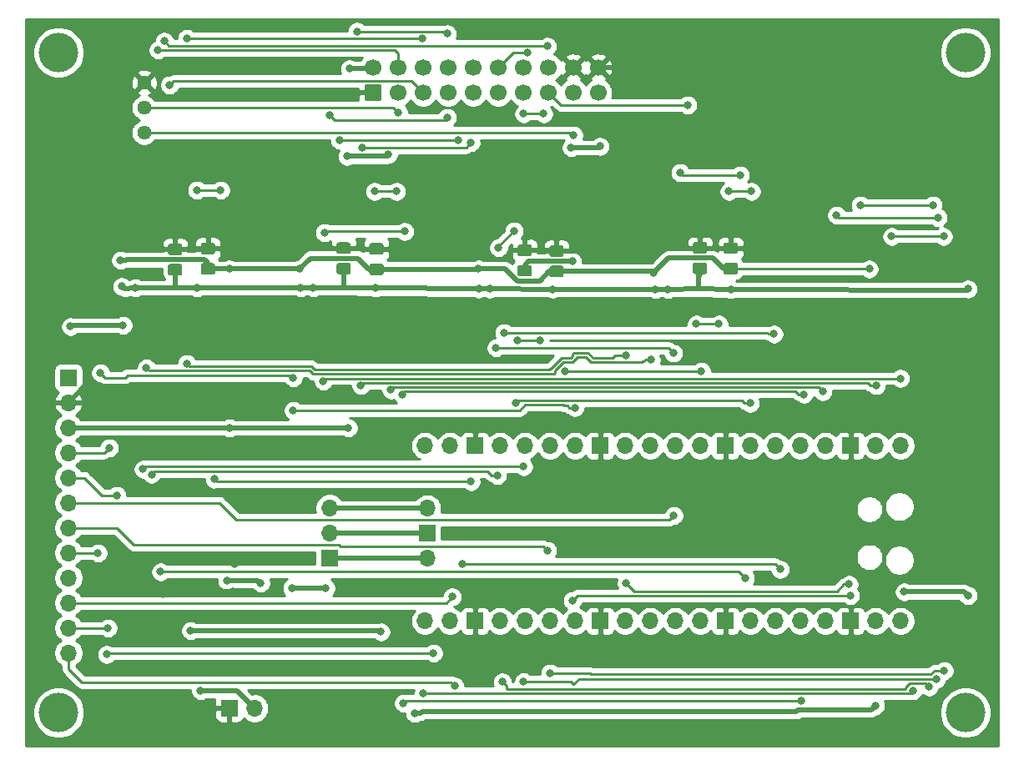
<source format=gbr>
G04 #@! TF.GenerationSoftware,KiCad,Pcbnew,5.1.5+dfsg1-2build2*
G04 #@! TF.CreationDate,2024-05-29T20:17:39+01:00*
G04 #@! TF.ProjectId,desktop_esc,6465736b-746f-4705-9f65-73632e6b6963,rev?*
G04 #@! TF.SameCoordinates,Original*
G04 #@! TF.FileFunction,Copper,L2,Bot*
G04 #@! TF.FilePolarity,Positive*
%FSLAX46Y46*%
G04 Gerber Fmt 4.6, Leading zero omitted, Abs format (unit mm)*
G04 Created by KiCad (PCBNEW 5.1.5+dfsg1-2build2) date 2024-05-29 20:17:39*
%MOMM*%
%LPD*%
G04 APERTURE LIST*
%ADD10O,1.700000X1.700000*%
%ADD11R,1.700000X1.700000*%
%ADD12C,1.440000*%
%ADD13C,1.700000*%
%ADD14C,0.100000*%
%ADD15C,4.000000*%
%ADD16C,0.800000*%
%ADD17C,0.500000*%
%ADD18C,0.250000*%
%ADD19C,0.254000*%
G04 APERTURE END LIST*
D10*
X126492000Y-110236000D03*
X126492000Y-112776000D03*
D11*
X126492000Y-115316000D03*
D10*
X100000000Y-124940000D03*
X100000000Y-122400000D03*
X100000000Y-119860000D03*
X100000000Y-117320000D03*
X100000000Y-114780000D03*
X100000000Y-112240000D03*
X100000000Y-109700000D03*
X100000000Y-107160000D03*
X100000000Y-104620000D03*
X100000000Y-102080000D03*
X100000000Y-99540000D03*
D11*
X100000000Y-97000000D03*
D12*
X107696000Y-67056000D03*
X107696000Y-69596000D03*
X107696000Y-72136000D03*
D13*
X153760000Y-65532000D03*
X151220000Y-65532000D03*
X148680000Y-65532000D03*
X146140000Y-65532000D03*
X143600000Y-65532000D03*
X141060000Y-65532000D03*
X138520000Y-65532000D03*
X135980000Y-65532000D03*
X133440000Y-65532000D03*
X130900000Y-65532000D03*
X153760000Y-68072000D03*
X151220000Y-68072000D03*
X148680000Y-68072000D03*
X146140000Y-68072000D03*
X143600000Y-68072000D03*
X141060000Y-68072000D03*
X138520000Y-68072000D03*
X135980000Y-68072000D03*
X133440000Y-68072000D03*
G04 #@! TA.AperFunction,ComponentPad*
D14*
G36*
X131524504Y-67223204D02*
G01*
X131548773Y-67226804D01*
X131572571Y-67232765D01*
X131595671Y-67241030D01*
X131617849Y-67251520D01*
X131638893Y-67264133D01*
X131658598Y-67278747D01*
X131676777Y-67295223D01*
X131693253Y-67313402D01*
X131707867Y-67333107D01*
X131720480Y-67354151D01*
X131730970Y-67376329D01*
X131739235Y-67399429D01*
X131745196Y-67423227D01*
X131748796Y-67447496D01*
X131750000Y-67472000D01*
X131750000Y-68672000D01*
X131748796Y-68696504D01*
X131745196Y-68720773D01*
X131739235Y-68744571D01*
X131730970Y-68767671D01*
X131720480Y-68789849D01*
X131707867Y-68810893D01*
X131693253Y-68830598D01*
X131676777Y-68848777D01*
X131658598Y-68865253D01*
X131638893Y-68879867D01*
X131617849Y-68892480D01*
X131595671Y-68902970D01*
X131572571Y-68911235D01*
X131548773Y-68917196D01*
X131524504Y-68920796D01*
X131500000Y-68922000D01*
X130300000Y-68922000D01*
X130275496Y-68920796D01*
X130251227Y-68917196D01*
X130227429Y-68911235D01*
X130204329Y-68902970D01*
X130182151Y-68892480D01*
X130161107Y-68879867D01*
X130141402Y-68865253D01*
X130123223Y-68848777D01*
X130106747Y-68830598D01*
X130092133Y-68810893D01*
X130079520Y-68789849D01*
X130069030Y-68767671D01*
X130060765Y-68744571D01*
X130054804Y-68720773D01*
X130051204Y-68696504D01*
X130050000Y-68672000D01*
X130050000Y-67472000D01*
X130051204Y-67447496D01*
X130054804Y-67423227D01*
X130060765Y-67399429D01*
X130069030Y-67376329D01*
X130079520Y-67354151D01*
X130092133Y-67333107D01*
X130106747Y-67313402D01*
X130123223Y-67295223D01*
X130141402Y-67278747D01*
X130161107Y-67264133D01*
X130182151Y-67251520D01*
X130204329Y-67241030D01*
X130227429Y-67232765D01*
X130251227Y-67226804D01*
X130275496Y-67223204D01*
X130300000Y-67222000D01*
X131500000Y-67222000D01*
X131524504Y-67223204D01*
G37*
G04 #@! TD.AperFunction*
G04 #@! TA.AperFunction,SMDPad,CuDef*
G36*
X164578424Y-83242684D02*
G01*
X164602693Y-83246284D01*
X164626491Y-83252245D01*
X164649591Y-83260510D01*
X164671769Y-83271000D01*
X164692813Y-83283613D01*
X164712518Y-83298227D01*
X164730697Y-83314703D01*
X164747173Y-83332882D01*
X164761787Y-83352587D01*
X164774400Y-83373631D01*
X164784890Y-83395809D01*
X164793155Y-83418909D01*
X164799116Y-83442707D01*
X164802716Y-83466976D01*
X164803920Y-83491480D01*
X164803920Y-84166480D01*
X164802716Y-84190984D01*
X164799116Y-84215253D01*
X164793155Y-84239051D01*
X164784890Y-84262151D01*
X164774400Y-84284329D01*
X164761787Y-84305373D01*
X164747173Y-84325078D01*
X164730697Y-84343257D01*
X164712518Y-84359733D01*
X164692813Y-84374347D01*
X164671769Y-84386960D01*
X164649591Y-84397450D01*
X164626491Y-84405715D01*
X164602693Y-84411676D01*
X164578424Y-84415276D01*
X164553920Y-84416480D01*
X163603920Y-84416480D01*
X163579416Y-84415276D01*
X163555147Y-84411676D01*
X163531349Y-84405715D01*
X163508249Y-84397450D01*
X163486071Y-84386960D01*
X163465027Y-84374347D01*
X163445322Y-84359733D01*
X163427143Y-84343257D01*
X163410667Y-84325078D01*
X163396053Y-84305373D01*
X163383440Y-84284329D01*
X163372950Y-84262151D01*
X163364685Y-84239051D01*
X163358724Y-84215253D01*
X163355124Y-84190984D01*
X163353920Y-84166480D01*
X163353920Y-83491480D01*
X163355124Y-83466976D01*
X163358724Y-83442707D01*
X163364685Y-83418909D01*
X163372950Y-83395809D01*
X163383440Y-83373631D01*
X163396053Y-83352587D01*
X163410667Y-83332882D01*
X163427143Y-83314703D01*
X163445322Y-83298227D01*
X163465027Y-83283613D01*
X163486071Y-83271000D01*
X163508249Y-83260510D01*
X163531349Y-83252245D01*
X163555147Y-83246284D01*
X163579416Y-83242684D01*
X163603920Y-83241480D01*
X164553920Y-83241480D01*
X164578424Y-83242684D01*
G37*
G04 #@! TD.AperFunction*
G04 #@! TA.AperFunction,SMDPad,CuDef*
G36*
X164578424Y-85317684D02*
G01*
X164602693Y-85321284D01*
X164626491Y-85327245D01*
X164649591Y-85335510D01*
X164671769Y-85346000D01*
X164692813Y-85358613D01*
X164712518Y-85373227D01*
X164730697Y-85389703D01*
X164747173Y-85407882D01*
X164761787Y-85427587D01*
X164774400Y-85448631D01*
X164784890Y-85470809D01*
X164793155Y-85493909D01*
X164799116Y-85517707D01*
X164802716Y-85541976D01*
X164803920Y-85566480D01*
X164803920Y-86241480D01*
X164802716Y-86265984D01*
X164799116Y-86290253D01*
X164793155Y-86314051D01*
X164784890Y-86337151D01*
X164774400Y-86359329D01*
X164761787Y-86380373D01*
X164747173Y-86400078D01*
X164730697Y-86418257D01*
X164712518Y-86434733D01*
X164692813Y-86449347D01*
X164671769Y-86461960D01*
X164649591Y-86472450D01*
X164626491Y-86480715D01*
X164602693Y-86486676D01*
X164578424Y-86490276D01*
X164553920Y-86491480D01*
X163603920Y-86491480D01*
X163579416Y-86490276D01*
X163555147Y-86486676D01*
X163531349Y-86480715D01*
X163508249Y-86472450D01*
X163486071Y-86461960D01*
X163465027Y-86449347D01*
X163445322Y-86434733D01*
X163427143Y-86418257D01*
X163410667Y-86400078D01*
X163396053Y-86380373D01*
X163383440Y-86359329D01*
X163372950Y-86337151D01*
X163364685Y-86314051D01*
X163358724Y-86290253D01*
X163355124Y-86265984D01*
X163353920Y-86241480D01*
X163353920Y-85566480D01*
X163355124Y-85541976D01*
X163358724Y-85517707D01*
X163364685Y-85493909D01*
X163372950Y-85470809D01*
X163383440Y-85448631D01*
X163396053Y-85427587D01*
X163410667Y-85407882D01*
X163427143Y-85389703D01*
X163445322Y-85373227D01*
X163465027Y-85358613D01*
X163486071Y-85346000D01*
X163508249Y-85335510D01*
X163531349Y-85327245D01*
X163555147Y-85321284D01*
X163579416Y-85317684D01*
X163603920Y-85316480D01*
X164553920Y-85316480D01*
X164578424Y-85317684D01*
G37*
G04 #@! TD.AperFunction*
G04 #@! TA.AperFunction,SMDPad,CuDef*
G36*
X167692464Y-83283324D02*
G01*
X167716733Y-83286924D01*
X167740531Y-83292885D01*
X167763631Y-83301150D01*
X167785809Y-83311640D01*
X167806853Y-83324253D01*
X167826558Y-83338867D01*
X167844737Y-83355343D01*
X167861213Y-83373522D01*
X167875827Y-83393227D01*
X167888440Y-83414271D01*
X167898930Y-83436449D01*
X167907195Y-83459549D01*
X167913156Y-83483347D01*
X167916756Y-83507616D01*
X167917960Y-83532120D01*
X167917960Y-84207120D01*
X167916756Y-84231624D01*
X167913156Y-84255893D01*
X167907195Y-84279691D01*
X167898930Y-84302791D01*
X167888440Y-84324969D01*
X167875827Y-84346013D01*
X167861213Y-84365718D01*
X167844737Y-84383897D01*
X167826558Y-84400373D01*
X167806853Y-84414987D01*
X167785809Y-84427600D01*
X167763631Y-84438090D01*
X167740531Y-84446355D01*
X167716733Y-84452316D01*
X167692464Y-84455916D01*
X167667960Y-84457120D01*
X166717960Y-84457120D01*
X166693456Y-84455916D01*
X166669187Y-84452316D01*
X166645389Y-84446355D01*
X166622289Y-84438090D01*
X166600111Y-84427600D01*
X166579067Y-84414987D01*
X166559362Y-84400373D01*
X166541183Y-84383897D01*
X166524707Y-84365718D01*
X166510093Y-84346013D01*
X166497480Y-84324969D01*
X166486990Y-84302791D01*
X166478725Y-84279691D01*
X166472764Y-84255893D01*
X166469164Y-84231624D01*
X166467960Y-84207120D01*
X166467960Y-83532120D01*
X166469164Y-83507616D01*
X166472764Y-83483347D01*
X166478725Y-83459549D01*
X166486990Y-83436449D01*
X166497480Y-83414271D01*
X166510093Y-83393227D01*
X166524707Y-83373522D01*
X166541183Y-83355343D01*
X166559362Y-83338867D01*
X166579067Y-83324253D01*
X166600111Y-83311640D01*
X166622289Y-83301150D01*
X166645389Y-83292885D01*
X166669187Y-83286924D01*
X166693456Y-83283324D01*
X166717960Y-83282120D01*
X167667960Y-83282120D01*
X167692464Y-83283324D01*
G37*
G04 #@! TD.AperFunction*
G04 #@! TA.AperFunction,SMDPad,CuDef*
G36*
X167692464Y-85358324D02*
G01*
X167716733Y-85361924D01*
X167740531Y-85367885D01*
X167763631Y-85376150D01*
X167785809Y-85386640D01*
X167806853Y-85399253D01*
X167826558Y-85413867D01*
X167844737Y-85430343D01*
X167861213Y-85448522D01*
X167875827Y-85468227D01*
X167888440Y-85489271D01*
X167898930Y-85511449D01*
X167907195Y-85534549D01*
X167913156Y-85558347D01*
X167916756Y-85582616D01*
X167917960Y-85607120D01*
X167917960Y-86282120D01*
X167916756Y-86306624D01*
X167913156Y-86330893D01*
X167907195Y-86354691D01*
X167898930Y-86377791D01*
X167888440Y-86399969D01*
X167875827Y-86421013D01*
X167861213Y-86440718D01*
X167844737Y-86458897D01*
X167826558Y-86475373D01*
X167806853Y-86489987D01*
X167785809Y-86502600D01*
X167763631Y-86513090D01*
X167740531Y-86521355D01*
X167716733Y-86527316D01*
X167692464Y-86530916D01*
X167667960Y-86532120D01*
X166717960Y-86532120D01*
X166693456Y-86530916D01*
X166669187Y-86527316D01*
X166645389Y-86521355D01*
X166622289Y-86513090D01*
X166600111Y-86502600D01*
X166579067Y-86489987D01*
X166559362Y-86475373D01*
X166541183Y-86458897D01*
X166524707Y-86440718D01*
X166510093Y-86421013D01*
X166497480Y-86399969D01*
X166486990Y-86377791D01*
X166478725Y-86354691D01*
X166472764Y-86330893D01*
X166469164Y-86306624D01*
X166467960Y-86282120D01*
X166467960Y-85607120D01*
X166469164Y-85582616D01*
X166472764Y-85558347D01*
X166478725Y-85534549D01*
X166486990Y-85511449D01*
X166497480Y-85489271D01*
X166510093Y-85468227D01*
X166524707Y-85448522D01*
X166541183Y-85430343D01*
X166559362Y-85413867D01*
X166579067Y-85399253D01*
X166600111Y-85386640D01*
X166622289Y-85376150D01*
X166645389Y-85367885D01*
X166669187Y-85361924D01*
X166693456Y-85358324D01*
X166717960Y-85357120D01*
X167667960Y-85357120D01*
X167692464Y-85358324D01*
G37*
G04 #@! TD.AperFunction*
G04 #@! TA.AperFunction,SMDPad,CuDef*
G36*
X111324784Y-83395084D02*
G01*
X111349053Y-83398684D01*
X111372851Y-83404645D01*
X111395951Y-83412910D01*
X111418129Y-83423400D01*
X111439173Y-83436013D01*
X111458878Y-83450627D01*
X111477057Y-83467103D01*
X111493533Y-83485282D01*
X111508147Y-83504987D01*
X111520760Y-83526031D01*
X111531250Y-83548209D01*
X111539515Y-83571309D01*
X111545476Y-83595107D01*
X111549076Y-83619376D01*
X111550280Y-83643880D01*
X111550280Y-84318880D01*
X111549076Y-84343384D01*
X111545476Y-84367653D01*
X111539515Y-84391451D01*
X111531250Y-84414551D01*
X111520760Y-84436729D01*
X111508147Y-84457773D01*
X111493533Y-84477478D01*
X111477057Y-84495657D01*
X111458878Y-84512133D01*
X111439173Y-84526747D01*
X111418129Y-84539360D01*
X111395951Y-84549850D01*
X111372851Y-84558115D01*
X111349053Y-84564076D01*
X111324784Y-84567676D01*
X111300280Y-84568880D01*
X110350280Y-84568880D01*
X110325776Y-84567676D01*
X110301507Y-84564076D01*
X110277709Y-84558115D01*
X110254609Y-84549850D01*
X110232431Y-84539360D01*
X110211387Y-84526747D01*
X110191682Y-84512133D01*
X110173503Y-84495657D01*
X110157027Y-84477478D01*
X110142413Y-84457773D01*
X110129800Y-84436729D01*
X110119310Y-84414551D01*
X110111045Y-84391451D01*
X110105084Y-84367653D01*
X110101484Y-84343384D01*
X110100280Y-84318880D01*
X110100280Y-83643880D01*
X110101484Y-83619376D01*
X110105084Y-83595107D01*
X110111045Y-83571309D01*
X110119310Y-83548209D01*
X110129800Y-83526031D01*
X110142413Y-83504987D01*
X110157027Y-83485282D01*
X110173503Y-83467103D01*
X110191682Y-83450627D01*
X110211387Y-83436013D01*
X110232431Y-83423400D01*
X110254609Y-83412910D01*
X110277709Y-83404645D01*
X110301507Y-83398684D01*
X110325776Y-83395084D01*
X110350280Y-83393880D01*
X111300280Y-83393880D01*
X111324784Y-83395084D01*
G37*
G04 #@! TD.AperFunction*
G04 #@! TA.AperFunction,SMDPad,CuDef*
G36*
X111324784Y-85470084D02*
G01*
X111349053Y-85473684D01*
X111372851Y-85479645D01*
X111395951Y-85487910D01*
X111418129Y-85498400D01*
X111439173Y-85511013D01*
X111458878Y-85525627D01*
X111477057Y-85542103D01*
X111493533Y-85560282D01*
X111508147Y-85579987D01*
X111520760Y-85601031D01*
X111531250Y-85623209D01*
X111539515Y-85646309D01*
X111545476Y-85670107D01*
X111549076Y-85694376D01*
X111550280Y-85718880D01*
X111550280Y-86393880D01*
X111549076Y-86418384D01*
X111545476Y-86442653D01*
X111539515Y-86466451D01*
X111531250Y-86489551D01*
X111520760Y-86511729D01*
X111508147Y-86532773D01*
X111493533Y-86552478D01*
X111477057Y-86570657D01*
X111458878Y-86587133D01*
X111439173Y-86601747D01*
X111418129Y-86614360D01*
X111395951Y-86624850D01*
X111372851Y-86633115D01*
X111349053Y-86639076D01*
X111324784Y-86642676D01*
X111300280Y-86643880D01*
X110350280Y-86643880D01*
X110325776Y-86642676D01*
X110301507Y-86639076D01*
X110277709Y-86633115D01*
X110254609Y-86624850D01*
X110232431Y-86614360D01*
X110211387Y-86601747D01*
X110191682Y-86587133D01*
X110173503Y-86570657D01*
X110157027Y-86552478D01*
X110142413Y-86532773D01*
X110129800Y-86511729D01*
X110119310Y-86489551D01*
X110111045Y-86466451D01*
X110105084Y-86442653D01*
X110101484Y-86418384D01*
X110100280Y-86393880D01*
X110100280Y-85718880D01*
X110101484Y-85694376D01*
X110105084Y-85670107D01*
X110111045Y-85646309D01*
X110119310Y-85623209D01*
X110129800Y-85601031D01*
X110142413Y-85579987D01*
X110157027Y-85560282D01*
X110173503Y-85542103D01*
X110191682Y-85525627D01*
X110211387Y-85511013D01*
X110232431Y-85498400D01*
X110254609Y-85487910D01*
X110277709Y-85479645D01*
X110301507Y-85473684D01*
X110325776Y-85470084D01*
X110350280Y-85468880D01*
X111300280Y-85468880D01*
X111324784Y-85470084D01*
G37*
G04 #@! TD.AperFunction*
G04 #@! TA.AperFunction,SMDPad,CuDef*
G36*
X114647104Y-83313804D02*
G01*
X114671373Y-83317404D01*
X114695171Y-83323365D01*
X114718271Y-83331630D01*
X114740449Y-83342120D01*
X114761493Y-83354733D01*
X114781198Y-83369347D01*
X114799377Y-83385823D01*
X114815853Y-83404002D01*
X114830467Y-83423707D01*
X114843080Y-83444751D01*
X114853570Y-83466929D01*
X114861835Y-83490029D01*
X114867796Y-83513827D01*
X114871396Y-83538096D01*
X114872600Y-83562600D01*
X114872600Y-84237600D01*
X114871396Y-84262104D01*
X114867796Y-84286373D01*
X114861835Y-84310171D01*
X114853570Y-84333271D01*
X114843080Y-84355449D01*
X114830467Y-84376493D01*
X114815853Y-84396198D01*
X114799377Y-84414377D01*
X114781198Y-84430853D01*
X114761493Y-84445467D01*
X114740449Y-84458080D01*
X114718271Y-84468570D01*
X114695171Y-84476835D01*
X114671373Y-84482796D01*
X114647104Y-84486396D01*
X114622600Y-84487600D01*
X113672600Y-84487600D01*
X113648096Y-84486396D01*
X113623827Y-84482796D01*
X113600029Y-84476835D01*
X113576929Y-84468570D01*
X113554751Y-84458080D01*
X113533707Y-84445467D01*
X113514002Y-84430853D01*
X113495823Y-84414377D01*
X113479347Y-84396198D01*
X113464733Y-84376493D01*
X113452120Y-84355449D01*
X113441630Y-84333271D01*
X113433365Y-84310171D01*
X113427404Y-84286373D01*
X113423804Y-84262104D01*
X113422600Y-84237600D01*
X113422600Y-83562600D01*
X113423804Y-83538096D01*
X113427404Y-83513827D01*
X113433365Y-83490029D01*
X113441630Y-83466929D01*
X113452120Y-83444751D01*
X113464733Y-83423707D01*
X113479347Y-83404002D01*
X113495823Y-83385823D01*
X113514002Y-83369347D01*
X113533707Y-83354733D01*
X113554751Y-83342120D01*
X113576929Y-83331630D01*
X113600029Y-83323365D01*
X113623827Y-83317404D01*
X113648096Y-83313804D01*
X113672600Y-83312600D01*
X114622600Y-83312600D01*
X114647104Y-83313804D01*
G37*
G04 #@! TD.AperFunction*
G04 #@! TA.AperFunction,SMDPad,CuDef*
G36*
X114647104Y-85388804D02*
G01*
X114671373Y-85392404D01*
X114695171Y-85398365D01*
X114718271Y-85406630D01*
X114740449Y-85417120D01*
X114761493Y-85429733D01*
X114781198Y-85444347D01*
X114799377Y-85460823D01*
X114815853Y-85479002D01*
X114830467Y-85498707D01*
X114843080Y-85519751D01*
X114853570Y-85541929D01*
X114861835Y-85565029D01*
X114867796Y-85588827D01*
X114871396Y-85613096D01*
X114872600Y-85637600D01*
X114872600Y-86312600D01*
X114871396Y-86337104D01*
X114867796Y-86361373D01*
X114861835Y-86385171D01*
X114853570Y-86408271D01*
X114843080Y-86430449D01*
X114830467Y-86451493D01*
X114815853Y-86471198D01*
X114799377Y-86489377D01*
X114781198Y-86505853D01*
X114761493Y-86520467D01*
X114740449Y-86533080D01*
X114718271Y-86543570D01*
X114695171Y-86551835D01*
X114671373Y-86557796D01*
X114647104Y-86561396D01*
X114622600Y-86562600D01*
X113672600Y-86562600D01*
X113648096Y-86561396D01*
X113623827Y-86557796D01*
X113600029Y-86551835D01*
X113576929Y-86543570D01*
X113554751Y-86533080D01*
X113533707Y-86520467D01*
X113514002Y-86505853D01*
X113495823Y-86489377D01*
X113479347Y-86471198D01*
X113464733Y-86451493D01*
X113452120Y-86430449D01*
X113441630Y-86408271D01*
X113433365Y-86385171D01*
X113427404Y-86361373D01*
X113423804Y-86337104D01*
X113422600Y-86312600D01*
X113422600Y-85637600D01*
X113423804Y-85613096D01*
X113427404Y-85588827D01*
X113433365Y-85565029D01*
X113441630Y-85541929D01*
X113452120Y-85519751D01*
X113464733Y-85498707D01*
X113479347Y-85479002D01*
X113495823Y-85460823D01*
X113514002Y-85444347D01*
X113533707Y-85429733D01*
X113554751Y-85417120D01*
X113576929Y-85406630D01*
X113600029Y-85398365D01*
X113623827Y-85392404D01*
X113648096Y-85388804D01*
X113672600Y-85387600D01*
X114622600Y-85387600D01*
X114647104Y-85388804D01*
G37*
G04 #@! TD.AperFunction*
G04 #@! TA.AperFunction,SMDPad,CuDef*
G36*
X146783184Y-83486524D02*
G01*
X146807453Y-83490124D01*
X146831251Y-83496085D01*
X146854351Y-83504350D01*
X146876529Y-83514840D01*
X146897573Y-83527453D01*
X146917278Y-83542067D01*
X146935457Y-83558543D01*
X146951933Y-83576722D01*
X146966547Y-83596427D01*
X146979160Y-83617471D01*
X146989650Y-83639649D01*
X146997915Y-83662749D01*
X147003876Y-83686547D01*
X147007476Y-83710816D01*
X147008680Y-83735320D01*
X147008680Y-84410320D01*
X147007476Y-84434824D01*
X147003876Y-84459093D01*
X146997915Y-84482891D01*
X146989650Y-84505991D01*
X146979160Y-84528169D01*
X146966547Y-84549213D01*
X146951933Y-84568918D01*
X146935457Y-84587097D01*
X146917278Y-84603573D01*
X146897573Y-84618187D01*
X146876529Y-84630800D01*
X146854351Y-84641290D01*
X146831251Y-84649555D01*
X146807453Y-84655516D01*
X146783184Y-84659116D01*
X146758680Y-84660320D01*
X145808680Y-84660320D01*
X145784176Y-84659116D01*
X145759907Y-84655516D01*
X145736109Y-84649555D01*
X145713009Y-84641290D01*
X145690831Y-84630800D01*
X145669787Y-84618187D01*
X145650082Y-84603573D01*
X145631903Y-84587097D01*
X145615427Y-84568918D01*
X145600813Y-84549213D01*
X145588200Y-84528169D01*
X145577710Y-84505991D01*
X145569445Y-84482891D01*
X145563484Y-84459093D01*
X145559884Y-84434824D01*
X145558680Y-84410320D01*
X145558680Y-83735320D01*
X145559884Y-83710816D01*
X145563484Y-83686547D01*
X145569445Y-83662749D01*
X145577710Y-83639649D01*
X145588200Y-83617471D01*
X145600813Y-83596427D01*
X145615427Y-83576722D01*
X145631903Y-83558543D01*
X145650082Y-83542067D01*
X145669787Y-83527453D01*
X145690831Y-83514840D01*
X145713009Y-83504350D01*
X145736109Y-83496085D01*
X145759907Y-83490124D01*
X145784176Y-83486524D01*
X145808680Y-83485320D01*
X146758680Y-83485320D01*
X146783184Y-83486524D01*
G37*
G04 #@! TD.AperFunction*
G04 #@! TA.AperFunction,SMDPad,CuDef*
G36*
X146783184Y-85561524D02*
G01*
X146807453Y-85565124D01*
X146831251Y-85571085D01*
X146854351Y-85579350D01*
X146876529Y-85589840D01*
X146897573Y-85602453D01*
X146917278Y-85617067D01*
X146935457Y-85633543D01*
X146951933Y-85651722D01*
X146966547Y-85671427D01*
X146979160Y-85692471D01*
X146989650Y-85714649D01*
X146997915Y-85737749D01*
X147003876Y-85761547D01*
X147007476Y-85785816D01*
X147008680Y-85810320D01*
X147008680Y-86485320D01*
X147007476Y-86509824D01*
X147003876Y-86534093D01*
X146997915Y-86557891D01*
X146989650Y-86580991D01*
X146979160Y-86603169D01*
X146966547Y-86624213D01*
X146951933Y-86643918D01*
X146935457Y-86662097D01*
X146917278Y-86678573D01*
X146897573Y-86693187D01*
X146876529Y-86705800D01*
X146854351Y-86716290D01*
X146831251Y-86724555D01*
X146807453Y-86730516D01*
X146783184Y-86734116D01*
X146758680Y-86735320D01*
X145808680Y-86735320D01*
X145784176Y-86734116D01*
X145759907Y-86730516D01*
X145736109Y-86724555D01*
X145713009Y-86716290D01*
X145690831Y-86705800D01*
X145669787Y-86693187D01*
X145650082Y-86678573D01*
X145631903Y-86662097D01*
X145615427Y-86643918D01*
X145600813Y-86624213D01*
X145588200Y-86603169D01*
X145577710Y-86580991D01*
X145569445Y-86557891D01*
X145563484Y-86534093D01*
X145559884Y-86509824D01*
X145558680Y-86485320D01*
X145558680Y-85810320D01*
X145559884Y-85785816D01*
X145563484Y-85761547D01*
X145569445Y-85737749D01*
X145577710Y-85714649D01*
X145588200Y-85692471D01*
X145600813Y-85671427D01*
X145615427Y-85651722D01*
X145631903Y-85633543D01*
X145650082Y-85617067D01*
X145669787Y-85602453D01*
X145690831Y-85589840D01*
X145713009Y-85579350D01*
X145736109Y-85571085D01*
X145759907Y-85565124D01*
X145784176Y-85561524D01*
X145808680Y-85560320D01*
X146758680Y-85560320D01*
X146783184Y-85561524D01*
G37*
G04 #@! TD.AperFunction*
G04 #@! TA.AperFunction,SMDPad,CuDef*
G36*
X150019144Y-83567804D02*
G01*
X150043413Y-83571404D01*
X150067211Y-83577365D01*
X150090311Y-83585630D01*
X150112489Y-83596120D01*
X150133533Y-83608733D01*
X150153238Y-83623347D01*
X150171417Y-83639823D01*
X150187893Y-83658002D01*
X150202507Y-83677707D01*
X150215120Y-83698751D01*
X150225610Y-83720929D01*
X150233875Y-83744029D01*
X150239836Y-83767827D01*
X150243436Y-83792096D01*
X150244640Y-83816600D01*
X150244640Y-84491600D01*
X150243436Y-84516104D01*
X150239836Y-84540373D01*
X150233875Y-84564171D01*
X150225610Y-84587271D01*
X150215120Y-84609449D01*
X150202507Y-84630493D01*
X150187893Y-84650198D01*
X150171417Y-84668377D01*
X150153238Y-84684853D01*
X150133533Y-84699467D01*
X150112489Y-84712080D01*
X150090311Y-84722570D01*
X150067211Y-84730835D01*
X150043413Y-84736796D01*
X150019144Y-84740396D01*
X149994640Y-84741600D01*
X149044640Y-84741600D01*
X149020136Y-84740396D01*
X148995867Y-84736796D01*
X148972069Y-84730835D01*
X148948969Y-84722570D01*
X148926791Y-84712080D01*
X148905747Y-84699467D01*
X148886042Y-84684853D01*
X148867863Y-84668377D01*
X148851387Y-84650198D01*
X148836773Y-84630493D01*
X148824160Y-84609449D01*
X148813670Y-84587271D01*
X148805405Y-84564171D01*
X148799444Y-84540373D01*
X148795844Y-84516104D01*
X148794640Y-84491600D01*
X148794640Y-83816600D01*
X148795844Y-83792096D01*
X148799444Y-83767827D01*
X148805405Y-83744029D01*
X148813670Y-83720929D01*
X148824160Y-83698751D01*
X148836773Y-83677707D01*
X148851387Y-83658002D01*
X148867863Y-83639823D01*
X148886042Y-83623347D01*
X148905747Y-83608733D01*
X148926791Y-83596120D01*
X148948969Y-83585630D01*
X148972069Y-83577365D01*
X148995867Y-83571404D01*
X149020136Y-83567804D01*
X149044640Y-83566600D01*
X149994640Y-83566600D01*
X150019144Y-83567804D01*
G37*
G04 #@! TD.AperFunction*
G04 #@! TA.AperFunction,SMDPad,CuDef*
G36*
X150019144Y-85642804D02*
G01*
X150043413Y-85646404D01*
X150067211Y-85652365D01*
X150090311Y-85660630D01*
X150112489Y-85671120D01*
X150133533Y-85683733D01*
X150153238Y-85698347D01*
X150171417Y-85714823D01*
X150187893Y-85733002D01*
X150202507Y-85752707D01*
X150215120Y-85773751D01*
X150225610Y-85795929D01*
X150233875Y-85819029D01*
X150239836Y-85842827D01*
X150243436Y-85867096D01*
X150244640Y-85891600D01*
X150244640Y-86566600D01*
X150243436Y-86591104D01*
X150239836Y-86615373D01*
X150233875Y-86639171D01*
X150225610Y-86662271D01*
X150215120Y-86684449D01*
X150202507Y-86705493D01*
X150187893Y-86725198D01*
X150171417Y-86743377D01*
X150153238Y-86759853D01*
X150133533Y-86774467D01*
X150112489Y-86787080D01*
X150090311Y-86797570D01*
X150067211Y-86805835D01*
X150043413Y-86811796D01*
X150019144Y-86815396D01*
X149994640Y-86816600D01*
X149044640Y-86816600D01*
X149020136Y-86815396D01*
X148995867Y-86811796D01*
X148972069Y-86805835D01*
X148948969Y-86797570D01*
X148926791Y-86787080D01*
X148905747Y-86774467D01*
X148886042Y-86759853D01*
X148867863Y-86743377D01*
X148851387Y-86725198D01*
X148836773Y-86705493D01*
X148824160Y-86684449D01*
X148813670Y-86662271D01*
X148805405Y-86639171D01*
X148799444Y-86615373D01*
X148795844Y-86591104D01*
X148794640Y-86566600D01*
X148794640Y-85891600D01*
X148795844Y-85867096D01*
X148799444Y-85842827D01*
X148805405Y-85819029D01*
X148813670Y-85795929D01*
X148824160Y-85773751D01*
X148836773Y-85752707D01*
X148851387Y-85733002D01*
X148867863Y-85714823D01*
X148886042Y-85698347D01*
X148905747Y-85683733D01*
X148926791Y-85671120D01*
X148948969Y-85660630D01*
X148972069Y-85652365D01*
X148995867Y-85646404D01*
X149020136Y-85642804D01*
X149044640Y-85641600D01*
X149994640Y-85641600D01*
X150019144Y-85642804D01*
G37*
G04 #@! TD.AperFunction*
G04 #@! TA.AperFunction,SMDPad,CuDef*
G36*
X128424064Y-83273164D02*
G01*
X128448333Y-83276764D01*
X128472131Y-83282725D01*
X128495231Y-83290990D01*
X128517409Y-83301480D01*
X128538453Y-83314093D01*
X128558158Y-83328707D01*
X128576337Y-83345183D01*
X128592813Y-83363362D01*
X128607427Y-83383067D01*
X128620040Y-83404111D01*
X128630530Y-83426289D01*
X128638795Y-83449389D01*
X128644756Y-83473187D01*
X128648356Y-83497456D01*
X128649560Y-83521960D01*
X128649560Y-84196960D01*
X128648356Y-84221464D01*
X128644756Y-84245733D01*
X128638795Y-84269531D01*
X128630530Y-84292631D01*
X128620040Y-84314809D01*
X128607427Y-84335853D01*
X128592813Y-84355558D01*
X128576337Y-84373737D01*
X128558158Y-84390213D01*
X128538453Y-84404827D01*
X128517409Y-84417440D01*
X128495231Y-84427930D01*
X128472131Y-84436195D01*
X128448333Y-84442156D01*
X128424064Y-84445756D01*
X128399560Y-84446960D01*
X127449560Y-84446960D01*
X127425056Y-84445756D01*
X127400787Y-84442156D01*
X127376989Y-84436195D01*
X127353889Y-84427930D01*
X127331711Y-84417440D01*
X127310667Y-84404827D01*
X127290962Y-84390213D01*
X127272783Y-84373737D01*
X127256307Y-84355558D01*
X127241693Y-84335853D01*
X127229080Y-84314809D01*
X127218590Y-84292631D01*
X127210325Y-84269531D01*
X127204364Y-84245733D01*
X127200764Y-84221464D01*
X127199560Y-84196960D01*
X127199560Y-83521960D01*
X127200764Y-83497456D01*
X127204364Y-83473187D01*
X127210325Y-83449389D01*
X127218590Y-83426289D01*
X127229080Y-83404111D01*
X127241693Y-83383067D01*
X127256307Y-83363362D01*
X127272783Y-83345183D01*
X127290962Y-83328707D01*
X127310667Y-83314093D01*
X127331711Y-83301480D01*
X127353889Y-83290990D01*
X127376989Y-83282725D01*
X127400787Y-83276764D01*
X127425056Y-83273164D01*
X127449560Y-83271960D01*
X128399560Y-83271960D01*
X128424064Y-83273164D01*
G37*
G04 #@! TD.AperFunction*
G04 #@! TA.AperFunction,SMDPad,CuDef*
G36*
X128424064Y-85348164D02*
G01*
X128448333Y-85351764D01*
X128472131Y-85357725D01*
X128495231Y-85365990D01*
X128517409Y-85376480D01*
X128538453Y-85389093D01*
X128558158Y-85403707D01*
X128576337Y-85420183D01*
X128592813Y-85438362D01*
X128607427Y-85458067D01*
X128620040Y-85479111D01*
X128630530Y-85501289D01*
X128638795Y-85524389D01*
X128644756Y-85548187D01*
X128648356Y-85572456D01*
X128649560Y-85596960D01*
X128649560Y-86271960D01*
X128648356Y-86296464D01*
X128644756Y-86320733D01*
X128638795Y-86344531D01*
X128630530Y-86367631D01*
X128620040Y-86389809D01*
X128607427Y-86410853D01*
X128592813Y-86430558D01*
X128576337Y-86448737D01*
X128558158Y-86465213D01*
X128538453Y-86479827D01*
X128517409Y-86492440D01*
X128495231Y-86502930D01*
X128472131Y-86511195D01*
X128448333Y-86517156D01*
X128424064Y-86520756D01*
X128399560Y-86521960D01*
X127449560Y-86521960D01*
X127425056Y-86520756D01*
X127400787Y-86517156D01*
X127376989Y-86511195D01*
X127353889Y-86502930D01*
X127331711Y-86492440D01*
X127310667Y-86479827D01*
X127290962Y-86465213D01*
X127272783Y-86448737D01*
X127256307Y-86430558D01*
X127241693Y-86410853D01*
X127229080Y-86389809D01*
X127218590Y-86367631D01*
X127210325Y-86344531D01*
X127204364Y-86320733D01*
X127200764Y-86296464D01*
X127199560Y-86271960D01*
X127199560Y-85596960D01*
X127200764Y-85572456D01*
X127204364Y-85548187D01*
X127210325Y-85524389D01*
X127218590Y-85501289D01*
X127229080Y-85479111D01*
X127241693Y-85458067D01*
X127256307Y-85438362D01*
X127272783Y-85420183D01*
X127290962Y-85403707D01*
X127310667Y-85389093D01*
X127331711Y-85376480D01*
X127353889Y-85365990D01*
X127376989Y-85357725D01*
X127400787Y-85351764D01*
X127425056Y-85348164D01*
X127449560Y-85346960D01*
X128399560Y-85346960D01*
X128424064Y-85348164D01*
G37*
G04 #@! TD.AperFunction*
G04 #@! TA.AperFunction,SMDPad,CuDef*
G36*
X131746384Y-83354444D02*
G01*
X131770653Y-83358044D01*
X131794451Y-83364005D01*
X131817551Y-83372270D01*
X131839729Y-83382760D01*
X131860773Y-83395373D01*
X131880478Y-83409987D01*
X131898657Y-83426463D01*
X131915133Y-83444642D01*
X131929747Y-83464347D01*
X131942360Y-83485391D01*
X131952850Y-83507569D01*
X131961115Y-83530669D01*
X131967076Y-83554467D01*
X131970676Y-83578736D01*
X131971880Y-83603240D01*
X131971880Y-84278240D01*
X131970676Y-84302744D01*
X131967076Y-84327013D01*
X131961115Y-84350811D01*
X131952850Y-84373911D01*
X131942360Y-84396089D01*
X131929747Y-84417133D01*
X131915133Y-84436838D01*
X131898657Y-84455017D01*
X131880478Y-84471493D01*
X131860773Y-84486107D01*
X131839729Y-84498720D01*
X131817551Y-84509210D01*
X131794451Y-84517475D01*
X131770653Y-84523436D01*
X131746384Y-84527036D01*
X131721880Y-84528240D01*
X130771880Y-84528240D01*
X130747376Y-84527036D01*
X130723107Y-84523436D01*
X130699309Y-84517475D01*
X130676209Y-84509210D01*
X130654031Y-84498720D01*
X130632987Y-84486107D01*
X130613282Y-84471493D01*
X130595103Y-84455017D01*
X130578627Y-84436838D01*
X130564013Y-84417133D01*
X130551400Y-84396089D01*
X130540910Y-84373911D01*
X130532645Y-84350811D01*
X130526684Y-84327013D01*
X130523084Y-84302744D01*
X130521880Y-84278240D01*
X130521880Y-83603240D01*
X130523084Y-83578736D01*
X130526684Y-83554467D01*
X130532645Y-83530669D01*
X130540910Y-83507569D01*
X130551400Y-83485391D01*
X130564013Y-83464347D01*
X130578627Y-83444642D01*
X130595103Y-83426463D01*
X130613282Y-83409987D01*
X130632987Y-83395373D01*
X130654031Y-83382760D01*
X130676209Y-83372270D01*
X130699309Y-83364005D01*
X130723107Y-83358044D01*
X130747376Y-83354444D01*
X130771880Y-83353240D01*
X131721880Y-83353240D01*
X131746384Y-83354444D01*
G37*
G04 #@! TD.AperFunction*
G04 #@! TA.AperFunction,SMDPad,CuDef*
G36*
X131746384Y-85429444D02*
G01*
X131770653Y-85433044D01*
X131794451Y-85439005D01*
X131817551Y-85447270D01*
X131839729Y-85457760D01*
X131860773Y-85470373D01*
X131880478Y-85484987D01*
X131898657Y-85501463D01*
X131915133Y-85519642D01*
X131929747Y-85539347D01*
X131942360Y-85560391D01*
X131952850Y-85582569D01*
X131961115Y-85605669D01*
X131967076Y-85629467D01*
X131970676Y-85653736D01*
X131971880Y-85678240D01*
X131971880Y-86353240D01*
X131970676Y-86377744D01*
X131967076Y-86402013D01*
X131961115Y-86425811D01*
X131952850Y-86448911D01*
X131942360Y-86471089D01*
X131929747Y-86492133D01*
X131915133Y-86511838D01*
X131898657Y-86530017D01*
X131880478Y-86546493D01*
X131860773Y-86561107D01*
X131839729Y-86573720D01*
X131817551Y-86584210D01*
X131794451Y-86592475D01*
X131770653Y-86598436D01*
X131746384Y-86602036D01*
X131721880Y-86603240D01*
X130771880Y-86603240D01*
X130747376Y-86602036D01*
X130723107Y-86598436D01*
X130699309Y-86592475D01*
X130676209Y-86584210D01*
X130654031Y-86573720D01*
X130632987Y-86561107D01*
X130613282Y-86546493D01*
X130595103Y-86530017D01*
X130578627Y-86511838D01*
X130564013Y-86492133D01*
X130551400Y-86471089D01*
X130540910Y-86448911D01*
X130532645Y-86425811D01*
X130526684Y-86402013D01*
X130523084Y-86377744D01*
X130521880Y-86353240D01*
X130521880Y-85678240D01*
X130523084Y-85653736D01*
X130526684Y-85629467D01*
X130532645Y-85605669D01*
X130540910Y-85582569D01*
X130551400Y-85560391D01*
X130564013Y-85539347D01*
X130578627Y-85519642D01*
X130595103Y-85501463D01*
X130613282Y-85484987D01*
X130632987Y-85470373D01*
X130654031Y-85457760D01*
X130676209Y-85447270D01*
X130699309Y-85439005D01*
X130723107Y-85433044D01*
X130747376Y-85429444D01*
X130771880Y-85428240D01*
X131721880Y-85428240D01*
X131746384Y-85429444D01*
G37*
G04 #@! TD.AperFunction*
D10*
X136400000Y-115340000D03*
D11*
X136400000Y-112800000D03*
D10*
X136400000Y-110260000D03*
X184430000Y-121690000D03*
X181890000Y-121690000D03*
D11*
X179350000Y-121690000D03*
D10*
X176810000Y-121690000D03*
X174270000Y-121690000D03*
X171730000Y-121690000D03*
X169190000Y-121690000D03*
D11*
X166650000Y-121690000D03*
D10*
X164110000Y-121690000D03*
X161570000Y-121690000D03*
X159030000Y-121690000D03*
X156490000Y-121690000D03*
D11*
X153950000Y-121690000D03*
D10*
X151410000Y-121690000D03*
X148870000Y-121690000D03*
X146330000Y-121690000D03*
X143790000Y-121690000D03*
D11*
X141250000Y-121690000D03*
D10*
X138710000Y-121690000D03*
X136170000Y-121690000D03*
X136170000Y-103910000D03*
X138710000Y-103910000D03*
D11*
X141250000Y-103910000D03*
D10*
X143790000Y-103910000D03*
X146330000Y-103910000D03*
X148870000Y-103910000D03*
X151410000Y-103910000D03*
D11*
X153950000Y-103910000D03*
D10*
X156490000Y-103910000D03*
X159030000Y-103910000D03*
X161570000Y-103910000D03*
X164110000Y-103910000D03*
D11*
X166650000Y-103910000D03*
D10*
X169190000Y-103910000D03*
X171730000Y-103910000D03*
X174270000Y-103910000D03*
X176810000Y-103910000D03*
D11*
X179350000Y-103910000D03*
D10*
X181890000Y-103910000D03*
X184430000Y-103910000D03*
X118872000Y-130556000D03*
D11*
X116332000Y-130556000D03*
D15*
X191000000Y-64000000D03*
X191000000Y-131000000D03*
X99000000Y-131000000D03*
X99000000Y-64000000D03*
D16*
X181864000Y-130302000D03*
X112395000Y-122682000D03*
X174371000Y-129794000D03*
X133985000Y-130048000D03*
X136017000Y-129032000D03*
X185674000Y-128778000D03*
X144018000Y-127889000D03*
X187325000Y-128397000D03*
X187706000Y-79502000D03*
X180340000Y-79502000D03*
X146177000Y-127856990D03*
X188050000Y-127628777D03*
X188214000Y-80772000D03*
X177927000Y-80518000D03*
X148844000Y-127000000D03*
X188849000Y-126746000D03*
X188775000Y-82677000D03*
X183519653Y-82672347D03*
X151130000Y-119634000D03*
X179324000Y-119126000D03*
X156591000Y-117856000D03*
X179201653Y-117978347D03*
X161417000Y-110998000D03*
X168656000Y-117348000D03*
X109347000Y-116713000D03*
X172212000Y-116459000D03*
X139954000Y-115951000D03*
X140843000Y-107569000D03*
X114808000Y-107315000D03*
X184785000Y-118745000D03*
X191262000Y-119126000D03*
X138938000Y-119253000D03*
X143510000Y-106934000D03*
X108426495Y-106813497D03*
X146177000Y-106045000D03*
X107569000Y-106299000D03*
X148590000Y-114554000D03*
X151384000Y-100048770D03*
X103251000Y-96520000D03*
X102997000Y-114808000D03*
X156591000Y-94723700D03*
X159131000Y-95173710D03*
X164211000Y-96348720D03*
X150368000Y-96348720D03*
X109601000Y-118999000D03*
X116840000Y-115951000D03*
X108331000Y-115824000D03*
X184912000Y-73212000D03*
X170942000Y-73152000D03*
X165608000Y-74676000D03*
X169799000Y-74803000D03*
X181356000Y-73152000D03*
X165481000Y-65532000D03*
X114173000Y-97917000D03*
X111252000Y-97917000D03*
X116713000Y-118745000D03*
X103759000Y-83693000D03*
X168275000Y-91440000D03*
X170180000Y-83947000D03*
X132461000Y-91440000D03*
X152273000Y-84074000D03*
X131699000Y-122809000D03*
X135128000Y-131064000D03*
X122682000Y-118364000D03*
X126111000Y-118364000D03*
X116078000Y-117602000D03*
X119507000Y-117856000D03*
X113411000Y-128778000D03*
X128397000Y-102108000D03*
X181250001Y-85979000D03*
X116332000Y-85979000D03*
X116332000Y-102108000D03*
X105283000Y-85090000D03*
X123444000Y-85979000D03*
X141605000Y-85979000D03*
X159385000Y-86360000D03*
X115443000Y-77978000D03*
X113030000Y-77978000D03*
X122809000Y-100330000D03*
X122809000Y-97022919D03*
X112014000Y-95572919D03*
X107904211Y-96022929D03*
X161378280Y-94513264D03*
X143383000Y-93980000D03*
X143637000Y-83820000D03*
X145201769Y-82128231D03*
X169164000Y-99598760D03*
X145415000Y-99598760D03*
X145542000Y-93218000D03*
X147828000Y-93218000D03*
X171577000Y-92583000D03*
X144175010Y-92456000D03*
X174625000Y-98698740D03*
X133858000Y-98698740D03*
X134112000Y-82169000D03*
X125984000Y-82296000D03*
X176530000Y-98425000D03*
X132715000Y-98248730D03*
X133295000Y-78105000D03*
X131064000Y-78105000D03*
X181940200Y-97798720D03*
X129667000Y-97798720D03*
X184398920Y-97073720D03*
X125857000Y-97348710D03*
X191262000Y-88011000D03*
X105410000Y-87757000D03*
X106807000Y-87884000D03*
X113030000Y-87884000D03*
X124841000Y-87884000D03*
X123571000Y-87884000D03*
X131177819Y-87897181D03*
X142748000Y-88011000D03*
X141616134Y-87999866D03*
X149114667Y-88027667D03*
X160829333Y-88058333D03*
X159556000Y-88055000D03*
X167195002Y-88074998D03*
X132461000Y-74348000D03*
X128270000Y-74549000D03*
X128524000Y-65659000D03*
X151003000Y-73660000D03*
X153924000Y-73533000D03*
X105537000Y-91694000D03*
X100203000Y-91821000D03*
X151130000Y-85217000D03*
X109728000Y-62865000D03*
X148590000Y-63373000D03*
X146558000Y-64028990D03*
X127508000Y-72898000D03*
X139573000Y-72898000D03*
X129286000Y-61853990D03*
X138430000Y-62103000D03*
X112014000Y-62578990D03*
X135890000Y-62578990D03*
X109093000Y-63754000D03*
X151257000Y-72390000D03*
X162814000Y-69342000D03*
X148209000Y-70231000D03*
X146177000Y-70231000D03*
X129794000Y-73623000D03*
X140843000Y-73152000D03*
X126492000Y-70321000D03*
X138430000Y-70612000D03*
X110268010Y-67310000D03*
X133477000Y-70104000D03*
X104902000Y-108966000D03*
X104140000Y-104140000D03*
X163703000Y-91567000D03*
X165989000Y-91567000D03*
X169291000Y-78105000D03*
X167005000Y-78105000D03*
X168148000Y-76454000D03*
X162052000Y-76200000D03*
X139192000Y-128307000D03*
X137033000Y-124968000D03*
X103886000Y-125095000D03*
X104013000Y-122428000D03*
D17*
X181464001Y-130701999D02*
X174020997Y-130701999D01*
X181864000Y-130302000D02*
X181464001Y-130701999D01*
X174020997Y-130701999D02*
X173824995Y-130898001D01*
X122936000Y-122682000D02*
X112395000Y-122682000D01*
D18*
X134239000Y-129794000D02*
X133985000Y-130048000D01*
X174371000Y-129794000D02*
X134239000Y-129794000D01*
X185420000Y-129032000D02*
X185674000Y-128778000D01*
X136017000Y-129032000D02*
X185420000Y-129032000D01*
X144417999Y-128542999D02*
X144456990Y-128581990D01*
X144417999Y-128288999D02*
X144417999Y-128542999D01*
X144018000Y-127889000D02*
X144417999Y-128288999D01*
X144456990Y-128581990D02*
X184948999Y-128581990D01*
X186980999Y-128052999D02*
X187325000Y-128397000D01*
X185325999Y-128052999D02*
X186980999Y-128052999D01*
X184948999Y-128429999D02*
X185325999Y-128052999D01*
X184948999Y-128581990D02*
X184948999Y-128429999D01*
X187706000Y-79502000D02*
X180340000Y-79502000D01*
X146177000Y-127856990D02*
X150982010Y-127856990D01*
X150982010Y-127856990D02*
X151257000Y-128131980D01*
X188024212Y-127602989D02*
X188050000Y-127628777D01*
X151785991Y-127602989D02*
X188024212Y-127602989D01*
X151257000Y-128131980D02*
X151785991Y-127602989D01*
X178181000Y-80772000D02*
X177927000Y-80518000D01*
X188214000Y-80772000D02*
X178181000Y-80772000D01*
X148844000Y-127000000D02*
X152908000Y-127000000D01*
X152908000Y-127000000D02*
X153035000Y-127127000D01*
X153035000Y-127127000D02*
X187478775Y-127127000D01*
X187859775Y-126746000D02*
X188849000Y-126746000D01*
X187478775Y-127127000D02*
X187859775Y-126746000D01*
X183524306Y-82677000D02*
X183519653Y-82672347D01*
X188775000Y-82677000D02*
X183524306Y-82677000D01*
X151638000Y-119126000D02*
X179324000Y-119126000D01*
X151130000Y-119634000D02*
X151638000Y-119126000D01*
X156591000Y-117856000D02*
X157410990Y-118675990D01*
X157410990Y-118675990D02*
X177996010Y-118675990D01*
X178693653Y-117978347D02*
X179201653Y-117978347D01*
X177996010Y-118675990D02*
X178693653Y-117978347D01*
X160979999Y-111435001D02*
X117023001Y-111435001D01*
X161417000Y-110998000D02*
X160979999Y-111435001D01*
X115288000Y-109700000D02*
X100000000Y-109700000D01*
X117023001Y-111435001D02*
X115288000Y-109700000D01*
X168021000Y-116713000D02*
X109347000Y-116713000D01*
X168656000Y-117348000D02*
X168021000Y-116713000D01*
X171704000Y-115951000D02*
X139954000Y-115951000D01*
X172212000Y-116459000D02*
X171704000Y-115951000D01*
X115062000Y-107569000D02*
X114808000Y-107315000D01*
X140843000Y-107569000D02*
X115062000Y-107569000D01*
D17*
X190881000Y-118745000D02*
X191262000Y-119126000D01*
X184785000Y-118745000D02*
X190881000Y-118745000D01*
D18*
X138331000Y-119860000D02*
X100000000Y-119860000D01*
X138938000Y-119253000D02*
X138331000Y-119860000D01*
X142944315Y-106934000D02*
X142505325Y-106495010D01*
X143510000Y-106934000D02*
X142944315Y-106934000D01*
X108744982Y-106495010D02*
X108426495Y-106813497D01*
X142505325Y-106495010D02*
X108744982Y-106495010D01*
X107823000Y-106045000D02*
X107569000Y-106299000D01*
X146177000Y-106045000D02*
X107823000Y-106045000D01*
X127412003Y-113951001D02*
X106585001Y-113951001D01*
X127615003Y-114154001D02*
X127412003Y-113951001D01*
X148190001Y-114154001D02*
X127615003Y-114154001D01*
X148590000Y-114554000D02*
X148190001Y-114154001D01*
X104874000Y-112240000D02*
X100000000Y-112240000D01*
X106585001Y-113951001D02*
X104874000Y-112240000D01*
X150818315Y-100048770D02*
X150622000Y-99852455D01*
X151384000Y-100048770D02*
X150818315Y-100048770D01*
X150271455Y-99852455D02*
X150192780Y-99773780D01*
X150622000Y-99852455D02*
X150271455Y-99852455D01*
X150192780Y-99773780D02*
X146352220Y-99773780D01*
X146352220Y-99773780D02*
X145802239Y-100323761D01*
X122401929Y-96747929D02*
X106001073Y-96747929D01*
X105758001Y-96991001D02*
X103722001Y-96991001D01*
X103722001Y-96991001D02*
X103251000Y-96520000D01*
X106001073Y-96747929D02*
X105758001Y-96991001D01*
X100028000Y-114808000D02*
X100000000Y-114780000D01*
X102997000Y-114808000D02*
X100028000Y-114808000D01*
X156591000Y-94723700D02*
X155468990Y-94723700D01*
X155468990Y-94723700D02*
X155194000Y-94998690D01*
X152671419Y-94448709D02*
X151296291Y-94448709D01*
X153221400Y-94998690D02*
X152671419Y-94448709D01*
X155194000Y-94998690D02*
X153221400Y-94998690D01*
X151130000Y-94615000D02*
X151130000Y-94803308D01*
X151296291Y-94448709D02*
X151130000Y-94615000D01*
X150017599Y-94989709D02*
X148901991Y-96105317D01*
X150943600Y-94989708D02*
X150017599Y-94989709D01*
X151130000Y-94803308D02*
X150943600Y-94989708D01*
X148877683Y-96105317D02*
X148809300Y-96173700D01*
X148901991Y-96105317D02*
X148877683Y-96105317D01*
X125004110Y-96173700D02*
X124678319Y-95847909D01*
X148809300Y-96173700D02*
X125004110Y-96173700D01*
X158565315Y-95173710D02*
X158369000Y-95370025D01*
X159131000Y-95173710D02*
X158565315Y-95173710D01*
X158248975Y-95370025D02*
X158170300Y-95448700D01*
X158369000Y-95370025D02*
X158248975Y-95370025D01*
X158170300Y-95448700D02*
X153035000Y-95448700D01*
X151670999Y-94898719D02*
X151130000Y-95439718D01*
X152485019Y-94898719D02*
X151670999Y-94898719D01*
X153035000Y-95448700D02*
X152485019Y-94898719D01*
X149352000Y-96291718D02*
X149352000Y-96520000D01*
X150204000Y-95439718D02*
X149352000Y-96291718D01*
X149352000Y-96520000D02*
X149248290Y-96623710D01*
X151130000Y-95439718D02*
X150204000Y-95439718D01*
X149248290Y-96623710D02*
X124817710Y-96623710D01*
X124817710Y-96623710D02*
X124491919Y-96297919D01*
X164211000Y-96348720D02*
X150666280Y-96348720D01*
X150666280Y-96348720D02*
X150368000Y-96348720D01*
D17*
X108603999Y-115551001D02*
X108331000Y-115824000D01*
X116440001Y-115551001D02*
X108603999Y-115551001D01*
X116840000Y-115951000D02*
X116440001Y-115551001D01*
D18*
X171002000Y-73212000D02*
X170942000Y-73152000D01*
X169672000Y-74676000D02*
X169799000Y-74803000D01*
X165608000Y-74676000D02*
X169672000Y-74676000D01*
X181356000Y-73152000D02*
X171002000Y-73212000D01*
X184912000Y-73212000D02*
X181356000Y-73152000D01*
D17*
X165481000Y-65532000D02*
X153760000Y-65532000D01*
X100000000Y-99540000D02*
X101623000Y-97917000D01*
X114066320Y-83981380D02*
X114147600Y-83900100D01*
X110825280Y-83981380D02*
X114066320Y-83981380D01*
X111252000Y-97917000D02*
X114173000Y-97917000D01*
X101623000Y-97917000D02*
X111252000Y-97917000D01*
X109855000Y-118745000D02*
X109601000Y-118999000D01*
X116713000Y-118745000D02*
X109855000Y-118745000D01*
X104047380Y-83981380D02*
X103759000Y-83693000D01*
X110825280Y-83981380D02*
X104047380Y-83981380D01*
D18*
X164119560Y-83869620D02*
X164078920Y-83828980D01*
X167192960Y-83869620D02*
X164119560Y-83869620D01*
X170102620Y-83869620D02*
X170180000Y-83947000D01*
X167192960Y-83869620D02*
X170102620Y-83869620D01*
D17*
X149438360Y-84072820D02*
X149519640Y-84154100D01*
X146283680Y-84072820D02*
X149438360Y-84072820D01*
X152192900Y-84154100D02*
X152273000Y-84074000D01*
X149519640Y-84154100D02*
X152192900Y-84154100D01*
X131572000Y-122682000D02*
X131699000Y-122809000D01*
X122936000Y-122682000D02*
X131572000Y-122682000D01*
X135859684Y-130898001D02*
X173824995Y-130898001D01*
X135693685Y-131064000D02*
X135859684Y-130898001D01*
X135128000Y-131064000D02*
X135693685Y-131064000D01*
X122682000Y-118364000D02*
X126111000Y-118364000D01*
X119253000Y-117602000D02*
X119507000Y-117856000D01*
X116078000Y-117602000D02*
X119253000Y-117602000D01*
X117094000Y-128778000D02*
X113411000Y-128778000D01*
X118872000Y-130556000D02*
X117094000Y-128778000D01*
X100028000Y-102108000D02*
X100000000Y-102080000D01*
D18*
X181215621Y-85944620D02*
X181250001Y-85979000D01*
X167192960Y-85944620D02*
X181215621Y-85944620D01*
D17*
X116328100Y-85975100D02*
X116332000Y-85979000D01*
X114147600Y-85975100D02*
X116328100Y-85975100D01*
X116332000Y-102108000D02*
X100028000Y-102108000D01*
X128397000Y-102108000D02*
X116332000Y-102108000D01*
X114147600Y-85387600D02*
X114147600Y-85975100D01*
X113778880Y-85018880D02*
X114147600Y-85387600D01*
X105919805Y-85018880D02*
X113778880Y-85018880D01*
X105848685Y-85090000D02*
X105919805Y-85018880D01*
X105283000Y-85090000D02*
X105848685Y-85090000D01*
X116332000Y-85979000D02*
X123444000Y-85979000D01*
X130521880Y-86015740D02*
X131246880Y-86015740D01*
X124526040Y-84896960D02*
X129403100Y-84896960D01*
X129403100Y-84896960D02*
X130521880Y-86015740D01*
X123444000Y-85979000D02*
X124526040Y-84896960D01*
X141568260Y-86015740D02*
X141605000Y-85979000D01*
X131246880Y-86015740D02*
X141568260Y-86015740D01*
X148794640Y-86229100D02*
X149519640Y-86229100D01*
X147838410Y-87185330D02*
X148794640Y-86229100D01*
X145518724Y-87185330D02*
X147838410Y-87185330D01*
X144312394Y-85979000D02*
X145518724Y-87185330D01*
X141605000Y-85979000D02*
X144312394Y-85979000D01*
X159254100Y-86229100D02*
X159385000Y-86360000D01*
X149519640Y-86229100D02*
X159254100Y-86229100D01*
X165389820Y-84866480D02*
X166467960Y-85944620D01*
X166467960Y-85944620D02*
X167192960Y-85944620D01*
X160878520Y-84866480D02*
X165389820Y-84866480D01*
X159385000Y-86360000D02*
X160878520Y-84866480D01*
D18*
X115443000Y-77978000D02*
X113030000Y-77978000D01*
X122815239Y-100323761D02*
X122809000Y-100330000D01*
X145802239Y-100323761D02*
X122815239Y-100323761D01*
X122676919Y-97022919D02*
X122401929Y-96747929D01*
X122809000Y-97022919D02*
X122676919Y-97022919D01*
X112288990Y-95847909D02*
X112014000Y-95572919D01*
X124678319Y-95847909D02*
X112288990Y-95847909D01*
X108179201Y-96297919D02*
X107904211Y-96022929D01*
X124491919Y-96297919D02*
X108179201Y-96297919D01*
X160845016Y-93980000D02*
X143383000Y-93980000D01*
X161378280Y-94513264D02*
X160845016Y-93980000D01*
X143637000Y-83693000D02*
X145201769Y-82128231D01*
X143637000Y-83820000D02*
X143637000Y-83693000D01*
X168598315Y-99598760D02*
X168323325Y-99323770D01*
X169164000Y-99598760D02*
X168598315Y-99598760D01*
X145689990Y-99323770D02*
X145415000Y-99598760D01*
X168323325Y-99323770D02*
X145689990Y-99323770D01*
X145542000Y-93218000D02*
X147828000Y-93218000D01*
X170884315Y-92456000D02*
X144175010Y-92456000D01*
X171011315Y-92583000D02*
X170884315Y-92456000D01*
X171577000Y-92583000D02*
X171011315Y-92583000D01*
X174059315Y-98698740D02*
X173784325Y-98423750D01*
X174625000Y-98698740D02*
X174059315Y-98698740D01*
X134132990Y-98423750D02*
X133858000Y-98698740D01*
X173784325Y-98423750D02*
X134132990Y-98423750D01*
X126111000Y-82169000D02*
X125984000Y-82296000D01*
X134112000Y-82169000D02*
X126111000Y-82169000D01*
X176530000Y-98425000D02*
X176078740Y-97973740D01*
X132989990Y-97973740D02*
X132715000Y-98248730D01*
X176078740Y-97973740D02*
X132989990Y-97973740D01*
X133295000Y-78105000D02*
X131064000Y-78105000D01*
X181374515Y-97798720D02*
X181099525Y-97523730D01*
X181940200Y-97798720D02*
X181374515Y-97798720D01*
X129941990Y-97523730D02*
X129667000Y-97798720D01*
X181099525Y-97523730D02*
X129941990Y-97523730D01*
X126131990Y-97073720D02*
X125857000Y-97348710D01*
X184398920Y-97073720D02*
X126131990Y-97073720D01*
D17*
X105664000Y-88011000D02*
X105410000Y-87757000D01*
X106807000Y-87884000D02*
X105664000Y-88011000D01*
X123571000Y-87884000D02*
X113030000Y-87884000D01*
X124841000Y-87884000D02*
X123571000Y-87884000D01*
X127889000Y-87884000D02*
X124841000Y-87884000D01*
X127924560Y-87848440D02*
X127889000Y-87884000D01*
X127924560Y-85934460D02*
X127924560Y-87848440D01*
X131177819Y-87897181D02*
X127889000Y-87884000D01*
X141616134Y-87999866D02*
X131177819Y-87897181D01*
X142748000Y-88011000D02*
X141616134Y-87999866D01*
X149114667Y-88027667D02*
X142748000Y-88011000D01*
X159556000Y-88055000D02*
X149114667Y-88027667D01*
X160829333Y-88058333D02*
X159556000Y-88055000D01*
X191262000Y-88138000D02*
X167195002Y-88074998D01*
X163957000Y-86613400D02*
X163957000Y-88011000D01*
X164078920Y-86491480D02*
X163957000Y-86613400D01*
X163957000Y-88011000D02*
X160829333Y-88058333D01*
X164078920Y-85903980D02*
X164078920Y-86491480D01*
X167195002Y-88074998D02*
X163957000Y-88011000D01*
X132260000Y-74549000D02*
X128270000Y-74549000D01*
X132461000Y-74348000D02*
X132260000Y-74549000D01*
X130773000Y-65659000D02*
X130900000Y-65532000D01*
X128524000Y-65659000D02*
X130773000Y-65659000D01*
X153797000Y-73660000D02*
X153924000Y-73533000D01*
X151003000Y-73660000D02*
X153797000Y-73660000D01*
X100330000Y-91694000D02*
X100203000Y-91821000D01*
X105537000Y-91694000D02*
X100330000Y-91694000D01*
X110871000Y-86689600D02*
X110871000Y-87884000D01*
X110825280Y-86643880D02*
X110871000Y-86689600D01*
X110825280Y-86056380D02*
X110825280Y-86643880D01*
X110871000Y-87884000D02*
X106807000Y-87884000D01*
X113030000Y-87884000D02*
X110871000Y-87884000D01*
X151104600Y-85191600D02*
X151130000Y-85217000D01*
X146652400Y-85191600D02*
X151104600Y-85191600D01*
X146283680Y-85560320D02*
X146652400Y-85191600D01*
X146283680Y-86147820D02*
X146283680Y-85560320D01*
D18*
X109728000Y-62865000D02*
X110166990Y-63303990D01*
X148520990Y-63303990D02*
X148590000Y-63373000D01*
X110166990Y-63303990D02*
X148520990Y-63303990D01*
X145103010Y-64028990D02*
X143600000Y-65532000D01*
X146558000Y-64028990D02*
X145103010Y-64028990D01*
X127508000Y-72898000D02*
X139573000Y-72898000D01*
X138180990Y-61853990D02*
X138430000Y-62103000D01*
X129286000Y-61853990D02*
X138180990Y-61853990D01*
X112014000Y-62578990D02*
X135890000Y-62578990D01*
X109093000Y-63754000D02*
X133096000Y-63754000D01*
X133440000Y-64098000D02*
X133440000Y-65532000D01*
X133096000Y-63754000D02*
X133440000Y-64098000D01*
X151003000Y-72136000D02*
X151257000Y-72390000D01*
X107696000Y-72136000D02*
X151003000Y-72136000D01*
X149950000Y-69342000D02*
X148680000Y-68072000D01*
X162814000Y-69342000D02*
X149950000Y-69342000D01*
X148209000Y-70231000D02*
X146177000Y-70231000D01*
X140372000Y-73623000D02*
X140843000Y-73152000D01*
X129794000Y-73623000D02*
X140372000Y-73623000D01*
X138212999Y-70829001D02*
X138430000Y-70612000D01*
X127000001Y-70829001D02*
X138212999Y-70829001D01*
X126492000Y-70321000D02*
X127000001Y-70829001D01*
X135130001Y-67222001D02*
X135980000Y-68072000D01*
X134804999Y-66896999D02*
X135130001Y-67222001D01*
X110681011Y-66896999D02*
X134804999Y-66896999D01*
X110268010Y-67310000D02*
X110681011Y-66896999D01*
X132969000Y-69596000D02*
X107696000Y-69596000D01*
X133477000Y-70104000D02*
X132969000Y-69596000D01*
X104902000Y-108966000D02*
X103378000Y-108966000D01*
X101572000Y-107160000D02*
X100000000Y-107160000D01*
X103378000Y-108966000D02*
X101572000Y-107160000D01*
X103660000Y-104620000D02*
X100000000Y-104620000D01*
X104140000Y-104140000D02*
X103660000Y-104620000D01*
X163703000Y-91567000D02*
X165989000Y-91567000D01*
X169291000Y-78105000D02*
X167005000Y-78105000D01*
X162306000Y-76454000D02*
X162052000Y-76200000D01*
X168148000Y-76454000D02*
X162306000Y-76454000D01*
X138792001Y-127907001D02*
X101364001Y-127907001D01*
X139192000Y-128307000D02*
X138792001Y-127907001D01*
X100000000Y-126543000D02*
X100000000Y-124940000D01*
X101364001Y-127907001D02*
X100000000Y-126543000D01*
X104013000Y-124968000D02*
X103886000Y-125095000D01*
X137033000Y-124968000D02*
X104013000Y-124968000D01*
X100028000Y-122428000D02*
X100000000Y-122400000D01*
X104013000Y-122428000D02*
X100028000Y-122428000D01*
D17*
X136376000Y-110236000D02*
X136400000Y-110260000D01*
X126492000Y-110236000D02*
X136376000Y-110236000D01*
X136376000Y-112776000D02*
X136400000Y-112800000D01*
X126492000Y-112776000D02*
X136376000Y-112776000D01*
X136376000Y-115316000D02*
X136400000Y-115340000D01*
X126492000Y-115316000D02*
X136376000Y-115316000D01*
D19*
G36*
X194340000Y-134340000D02*
G01*
X95660000Y-134340000D01*
X95660000Y-130740475D01*
X96365000Y-130740475D01*
X96365000Y-131259525D01*
X96466261Y-131768601D01*
X96664893Y-132248141D01*
X96953262Y-132679715D01*
X97320285Y-133046738D01*
X97751859Y-133335107D01*
X98231399Y-133533739D01*
X98740475Y-133635000D01*
X99259525Y-133635000D01*
X99768601Y-133533739D01*
X100248141Y-133335107D01*
X100679715Y-133046738D01*
X101046738Y-132679715D01*
X101335107Y-132248141D01*
X101533739Y-131768601D01*
X101605864Y-131406000D01*
X114843928Y-131406000D01*
X114856188Y-131530482D01*
X114892498Y-131650180D01*
X114951463Y-131760494D01*
X115030815Y-131857185D01*
X115127506Y-131936537D01*
X115237820Y-131995502D01*
X115357518Y-132031812D01*
X115482000Y-132044072D01*
X116046250Y-132041000D01*
X116205000Y-131882250D01*
X116205000Y-130683000D01*
X115005750Y-130683000D01*
X114847000Y-130841750D01*
X114843928Y-131406000D01*
X101605864Y-131406000D01*
X101635000Y-131259525D01*
X101635000Y-130740475D01*
X101533739Y-130231399D01*
X101335107Y-129751859D01*
X101046738Y-129320285D01*
X100679715Y-128953262D01*
X100248141Y-128664893D01*
X99768601Y-128466261D01*
X99259525Y-128365000D01*
X98740475Y-128365000D01*
X98231399Y-128466261D01*
X97751859Y-128664893D01*
X97320285Y-128953262D01*
X96953262Y-129320285D01*
X96664893Y-129751859D01*
X96466261Y-130231399D01*
X96365000Y-130740475D01*
X95660000Y-130740475D01*
X95660000Y-101933740D01*
X98515000Y-101933740D01*
X98515000Y-102226260D01*
X98572068Y-102513158D01*
X98684010Y-102783411D01*
X98846525Y-103026632D01*
X99053368Y-103233475D01*
X99227760Y-103350000D01*
X99053368Y-103466525D01*
X98846525Y-103673368D01*
X98684010Y-103916589D01*
X98572068Y-104186842D01*
X98515000Y-104473740D01*
X98515000Y-104766260D01*
X98572068Y-105053158D01*
X98684010Y-105323411D01*
X98846525Y-105566632D01*
X99053368Y-105773475D01*
X99227760Y-105890000D01*
X99053368Y-106006525D01*
X98846525Y-106213368D01*
X98684010Y-106456589D01*
X98572068Y-106726842D01*
X98515000Y-107013740D01*
X98515000Y-107306260D01*
X98572068Y-107593158D01*
X98684010Y-107863411D01*
X98846525Y-108106632D01*
X99053368Y-108313475D01*
X99227760Y-108430000D01*
X99053368Y-108546525D01*
X98846525Y-108753368D01*
X98684010Y-108996589D01*
X98572068Y-109266842D01*
X98515000Y-109553740D01*
X98515000Y-109846260D01*
X98572068Y-110133158D01*
X98684010Y-110403411D01*
X98846525Y-110646632D01*
X99053368Y-110853475D01*
X99227760Y-110970000D01*
X99053368Y-111086525D01*
X98846525Y-111293368D01*
X98684010Y-111536589D01*
X98572068Y-111806842D01*
X98515000Y-112093740D01*
X98515000Y-112386260D01*
X98572068Y-112673158D01*
X98684010Y-112943411D01*
X98846525Y-113186632D01*
X99053368Y-113393475D01*
X99227760Y-113510000D01*
X99053368Y-113626525D01*
X98846525Y-113833368D01*
X98684010Y-114076589D01*
X98572068Y-114346842D01*
X98515000Y-114633740D01*
X98515000Y-114926260D01*
X98572068Y-115213158D01*
X98684010Y-115483411D01*
X98846525Y-115726632D01*
X99053368Y-115933475D01*
X99227760Y-116050000D01*
X99053368Y-116166525D01*
X98846525Y-116373368D01*
X98684010Y-116616589D01*
X98572068Y-116886842D01*
X98515000Y-117173740D01*
X98515000Y-117466260D01*
X98572068Y-117753158D01*
X98684010Y-118023411D01*
X98846525Y-118266632D01*
X99053368Y-118473475D01*
X99227760Y-118590000D01*
X99053368Y-118706525D01*
X98846525Y-118913368D01*
X98684010Y-119156589D01*
X98572068Y-119426842D01*
X98515000Y-119713740D01*
X98515000Y-120006260D01*
X98572068Y-120293158D01*
X98684010Y-120563411D01*
X98846525Y-120806632D01*
X99053368Y-121013475D01*
X99227760Y-121130000D01*
X99053368Y-121246525D01*
X98846525Y-121453368D01*
X98684010Y-121696589D01*
X98572068Y-121966842D01*
X98515000Y-122253740D01*
X98515000Y-122546260D01*
X98572068Y-122833158D01*
X98684010Y-123103411D01*
X98846525Y-123346632D01*
X99053368Y-123553475D01*
X99227760Y-123670000D01*
X99053368Y-123786525D01*
X98846525Y-123993368D01*
X98684010Y-124236589D01*
X98572068Y-124506842D01*
X98515000Y-124793740D01*
X98515000Y-125086260D01*
X98572068Y-125373158D01*
X98684010Y-125643411D01*
X98846525Y-125886632D01*
X99053368Y-126093475D01*
X99240000Y-126218179D01*
X99240000Y-126505677D01*
X99236324Y-126543000D01*
X99240000Y-126580322D01*
X99240000Y-126580332D01*
X99250997Y-126691985D01*
X99294304Y-126834753D01*
X99294454Y-126835246D01*
X99365026Y-126967276D01*
X99391882Y-127000000D01*
X99459999Y-127083001D01*
X99489003Y-127106804D01*
X100800201Y-128418003D01*
X100824000Y-128447002D01*
X100939725Y-128541975D01*
X101071754Y-128612547D01*
X101215015Y-128656004D01*
X101326668Y-128667001D01*
X101326676Y-128667001D01*
X101364001Y-128670677D01*
X101401326Y-128667001D01*
X112377802Y-128667001D01*
X112376000Y-128676061D01*
X112376000Y-128879939D01*
X112415774Y-129079898D01*
X112493795Y-129268256D01*
X112607063Y-129437774D01*
X112751226Y-129581937D01*
X112920744Y-129695205D01*
X113109102Y-129773226D01*
X113309061Y-129813000D01*
X113512939Y-129813000D01*
X113712898Y-129773226D01*
X113901256Y-129695205D01*
X113949454Y-129663000D01*
X114848163Y-129663000D01*
X114843928Y-129706000D01*
X114847000Y-130270250D01*
X115005750Y-130429000D01*
X116205000Y-130429000D01*
X116205000Y-130409000D01*
X116459000Y-130409000D01*
X116459000Y-130429000D01*
X116479000Y-130429000D01*
X116479000Y-130683000D01*
X116459000Y-130683000D01*
X116459000Y-131882250D01*
X116617750Y-132041000D01*
X117182000Y-132044072D01*
X117306482Y-132031812D01*
X117426180Y-131995502D01*
X117536494Y-131936537D01*
X117633185Y-131857185D01*
X117712537Y-131760494D01*
X117771502Y-131650180D01*
X117793513Y-131577620D01*
X117925368Y-131709475D01*
X118168589Y-131871990D01*
X118438842Y-131983932D01*
X118725740Y-132041000D01*
X119018260Y-132041000D01*
X119305158Y-131983932D01*
X119575411Y-131871990D01*
X119818632Y-131709475D01*
X120025475Y-131502632D01*
X120187990Y-131259411D01*
X120299932Y-130989158D01*
X120357000Y-130702260D01*
X120357000Y-130409740D01*
X120299932Y-130122842D01*
X120187990Y-129852589D01*
X120025475Y-129609368D01*
X119818632Y-129402525D01*
X119575411Y-129240010D01*
X119305158Y-129128068D01*
X119018260Y-129071000D01*
X118725740Y-129071000D01*
X118653040Y-129085461D01*
X118234579Y-128667001D01*
X135047911Y-128667001D01*
X135021774Y-128730102D01*
X134982000Y-128930061D01*
X134982000Y-129034000D01*
X134276322Y-129034000D01*
X134238999Y-129030324D01*
X134201676Y-129034000D01*
X134201667Y-129034000D01*
X134195545Y-129034603D01*
X134086939Y-129013000D01*
X133883061Y-129013000D01*
X133683102Y-129052774D01*
X133494744Y-129130795D01*
X133325226Y-129244063D01*
X133181063Y-129388226D01*
X133067795Y-129557744D01*
X132989774Y-129746102D01*
X132950000Y-129946061D01*
X132950000Y-130149939D01*
X132989774Y-130349898D01*
X133067795Y-130538256D01*
X133181063Y-130707774D01*
X133325226Y-130851937D01*
X133494744Y-130965205D01*
X133683102Y-131043226D01*
X133883061Y-131083000D01*
X134086939Y-131083000D01*
X134093000Y-131081794D01*
X134093000Y-131165939D01*
X134132774Y-131365898D01*
X134210795Y-131554256D01*
X134324063Y-131723774D01*
X134468226Y-131867937D01*
X134637744Y-131981205D01*
X134826102Y-132059226D01*
X135026061Y-132099000D01*
X135229939Y-132099000D01*
X135429898Y-132059226D01*
X135618256Y-131981205D01*
X135664368Y-131950394D01*
X135693685Y-131953281D01*
X135737154Y-131949000D01*
X135737162Y-131949000D01*
X135867175Y-131936195D01*
X136033998Y-131885589D01*
X136187744Y-131803411D01*
X136212613Y-131783001D01*
X173781526Y-131783001D01*
X173824995Y-131787282D01*
X173868464Y-131783001D01*
X173868472Y-131783001D01*
X173998485Y-131770196D01*
X174165308Y-131719590D01*
X174319054Y-131637412D01*
X174380482Y-131586999D01*
X181420532Y-131586999D01*
X181464001Y-131591280D01*
X181507470Y-131586999D01*
X181507478Y-131586999D01*
X181637491Y-131574194D01*
X181804314Y-131523588D01*
X181958060Y-131441410D01*
X182092818Y-131330816D01*
X182111506Y-131308045D01*
X182165898Y-131297226D01*
X182354256Y-131219205D01*
X182523774Y-131105937D01*
X182667937Y-130961774D01*
X182781205Y-130792256D01*
X182802653Y-130740475D01*
X188365000Y-130740475D01*
X188365000Y-131259525D01*
X188466261Y-131768601D01*
X188664893Y-132248141D01*
X188953262Y-132679715D01*
X189320285Y-133046738D01*
X189751859Y-133335107D01*
X190231399Y-133533739D01*
X190740475Y-133635000D01*
X191259525Y-133635000D01*
X191768601Y-133533739D01*
X192248141Y-133335107D01*
X192679715Y-133046738D01*
X193046738Y-132679715D01*
X193335107Y-132248141D01*
X193533739Y-131768601D01*
X193635000Y-131259525D01*
X193635000Y-130740475D01*
X193533739Y-130231399D01*
X193335107Y-129751859D01*
X193046738Y-129320285D01*
X192679715Y-128953262D01*
X192248141Y-128664893D01*
X191768601Y-128466261D01*
X191259525Y-128365000D01*
X190740475Y-128365000D01*
X190231399Y-128466261D01*
X189751859Y-128664893D01*
X189320285Y-128953262D01*
X188953262Y-129320285D01*
X188664893Y-129751859D01*
X188466261Y-130231399D01*
X188365000Y-130740475D01*
X182802653Y-130740475D01*
X182859226Y-130603898D01*
X182899000Y-130403939D01*
X182899000Y-130200061D01*
X182859226Y-130000102D01*
X182781205Y-129811744D01*
X182768013Y-129792000D01*
X185382678Y-129792000D01*
X185420000Y-129795676D01*
X185457322Y-129792000D01*
X185457333Y-129792000D01*
X185463455Y-129791397D01*
X185572061Y-129813000D01*
X185775939Y-129813000D01*
X185975898Y-129773226D01*
X186164256Y-129695205D01*
X186333774Y-129581937D01*
X186477937Y-129437774D01*
X186591205Y-129268256D01*
X186632603Y-129168314D01*
X186665226Y-129200937D01*
X186834744Y-129314205D01*
X187023102Y-129392226D01*
X187223061Y-129432000D01*
X187426939Y-129432000D01*
X187626898Y-129392226D01*
X187815256Y-129314205D01*
X187984774Y-129200937D01*
X188128937Y-129056774D01*
X188242205Y-128887256D01*
X188320226Y-128698898D01*
X188334432Y-128627477D01*
X188351898Y-128624003D01*
X188540256Y-128545982D01*
X188709774Y-128432714D01*
X188853937Y-128288551D01*
X188967205Y-128119033D01*
X189045226Y-127930675D01*
X189080109Y-127755307D01*
X189150898Y-127741226D01*
X189339256Y-127663205D01*
X189508774Y-127549937D01*
X189652937Y-127405774D01*
X189766205Y-127236256D01*
X189844226Y-127047898D01*
X189884000Y-126847939D01*
X189884000Y-126644061D01*
X189844226Y-126444102D01*
X189766205Y-126255744D01*
X189652937Y-126086226D01*
X189508774Y-125942063D01*
X189339256Y-125828795D01*
X189150898Y-125750774D01*
X188950939Y-125711000D01*
X188747061Y-125711000D01*
X188547102Y-125750774D01*
X188358744Y-125828795D01*
X188189226Y-125942063D01*
X188145289Y-125986000D01*
X187897097Y-125986000D01*
X187859774Y-125982324D01*
X187822451Y-125986000D01*
X187822442Y-125986000D01*
X187710789Y-125996997D01*
X187567528Y-126040454D01*
X187435499Y-126111026D01*
X187319774Y-126205999D01*
X187295971Y-126235003D01*
X187163974Y-126367000D01*
X153334681Y-126367000D01*
X153332276Y-126365026D01*
X153200247Y-126294454D01*
X153056986Y-126250997D01*
X152945333Y-126240000D01*
X152945322Y-126240000D01*
X152908000Y-126236324D01*
X152870678Y-126240000D01*
X149547711Y-126240000D01*
X149503774Y-126196063D01*
X149334256Y-126082795D01*
X149145898Y-126004774D01*
X148945939Y-125965000D01*
X148742061Y-125965000D01*
X148542102Y-126004774D01*
X148353744Y-126082795D01*
X148184226Y-126196063D01*
X148040063Y-126340226D01*
X147926795Y-126509744D01*
X147848774Y-126698102D01*
X147809000Y-126898061D01*
X147809000Y-127096990D01*
X146880711Y-127096990D01*
X146836774Y-127053053D01*
X146667256Y-126939785D01*
X146478898Y-126861764D01*
X146278939Y-126821990D01*
X146075061Y-126821990D01*
X145875102Y-126861764D01*
X145686744Y-126939785D01*
X145517226Y-127053053D01*
X145373063Y-127197216D01*
X145259795Y-127366734D01*
X145181774Y-127555092D01*
X145142000Y-127755051D01*
X145142000Y-127821990D01*
X145053000Y-127821990D01*
X145053000Y-127787061D01*
X145013226Y-127587102D01*
X144935205Y-127398744D01*
X144821937Y-127229226D01*
X144677774Y-127085063D01*
X144508256Y-126971795D01*
X144319898Y-126893774D01*
X144119939Y-126854000D01*
X143916061Y-126854000D01*
X143716102Y-126893774D01*
X143527744Y-126971795D01*
X143358226Y-127085063D01*
X143214063Y-127229226D01*
X143100795Y-127398744D01*
X143022774Y-127587102D01*
X142983000Y-127787061D01*
X142983000Y-127990939D01*
X143022774Y-128190898D01*
X143056368Y-128272000D01*
X140227000Y-128272000D01*
X140227000Y-128205061D01*
X140187226Y-128005102D01*
X140109205Y-127816744D01*
X139995937Y-127647226D01*
X139851774Y-127503063D01*
X139682256Y-127389795D01*
X139493898Y-127311774D01*
X139293939Y-127272000D01*
X139216226Y-127272000D01*
X139084248Y-127201455D01*
X138940987Y-127157998D01*
X138829334Y-127147001D01*
X138829323Y-127147001D01*
X138792001Y-127143325D01*
X138754679Y-127147001D01*
X101678803Y-127147001D01*
X100760000Y-126228199D01*
X100760000Y-126218178D01*
X100946632Y-126093475D01*
X101153475Y-125886632D01*
X101315990Y-125643411D01*
X101427932Y-125373158D01*
X101485000Y-125086260D01*
X101485000Y-124993061D01*
X102851000Y-124993061D01*
X102851000Y-125196939D01*
X102890774Y-125396898D01*
X102968795Y-125585256D01*
X103082063Y-125754774D01*
X103226226Y-125898937D01*
X103395744Y-126012205D01*
X103584102Y-126090226D01*
X103784061Y-126130000D01*
X103987939Y-126130000D01*
X104187898Y-126090226D01*
X104376256Y-126012205D01*
X104545774Y-125898937D01*
X104689937Y-125754774D01*
X104707827Y-125728000D01*
X136329289Y-125728000D01*
X136373226Y-125771937D01*
X136542744Y-125885205D01*
X136731102Y-125963226D01*
X136931061Y-126003000D01*
X137134939Y-126003000D01*
X137334898Y-125963226D01*
X137523256Y-125885205D01*
X137692774Y-125771937D01*
X137836937Y-125627774D01*
X137950205Y-125458256D01*
X138028226Y-125269898D01*
X138068000Y-125069939D01*
X138068000Y-124866061D01*
X138028226Y-124666102D01*
X137950205Y-124477744D01*
X137836937Y-124308226D01*
X137692774Y-124164063D01*
X137523256Y-124050795D01*
X137334898Y-123972774D01*
X137134939Y-123933000D01*
X136931061Y-123933000D01*
X136731102Y-123972774D01*
X136542744Y-124050795D01*
X136373226Y-124164063D01*
X136329289Y-124208000D01*
X104421461Y-124208000D01*
X104376256Y-124177795D01*
X104187898Y-124099774D01*
X103987939Y-124060000D01*
X103784061Y-124060000D01*
X103584102Y-124099774D01*
X103395744Y-124177795D01*
X103226226Y-124291063D01*
X103082063Y-124435226D01*
X102968795Y-124604744D01*
X102890774Y-124793102D01*
X102851000Y-124993061D01*
X101485000Y-124993061D01*
X101485000Y-124793740D01*
X101427932Y-124506842D01*
X101315990Y-124236589D01*
X101153475Y-123993368D01*
X100946632Y-123786525D01*
X100772240Y-123670000D01*
X100946632Y-123553475D01*
X101153475Y-123346632D01*
X101259469Y-123188000D01*
X103309289Y-123188000D01*
X103353226Y-123231937D01*
X103522744Y-123345205D01*
X103711102Y-123423226D01*
X103911061Y-123463000D01*
X104114939Y-123463000D01*
X104314898Y-123423226D01*
X104503256Y-123345205D01*
X104672774Y-123231937D01*
X104816937Y-123087774D01*
X104930205Y-122918256D01*
X105008226Y-122729898D01*
X105038030Y-122580061D01*
X111360000Y-122580061D01*
X111360000Y-122783939D01*
X111399774Y-122983898D01*
X111477795Y-123172256D01*
X111591063Y-123341774D01*
X111735226Y-123485937D01*
X111904744Y-123599205D01*
X112093102Y-123677226D01*
X112293061Y-123717000D01*
X112496939Y-123717000D01*
X112696898Y-123677226D01*
X112885256Y-123599205D01*
X112933454Y-123567000D01*
X130993289Y-123567000D01*
X131039226Y-123612937D01*
X131208744Y-123726205D01*
X131397102Y-123804226D01*
X131597061Y-123844000D01*
X131800939Y-123844000D01*
X132000898Y-123804226D01*
X132189256Y-123726205D01*
X132358774Y-123612937D01*
X132502937Y-123468774D01*
X132616205Y-123299256D01*
X132694226Y-123110898D01*
X132734000Y-122910939D01*
X132734000Y-122707061D01*
X132694226Y-122507102D01*
X132616205Y-122318744D01*
X132502937Y-122149226D01*
X132358774Y-122005063D01*
X132189256Y-121891795D01*
X132000898Y-121813774D01*
X131800939Y-121774000D01*
X131597061Y-121774000D01*
X131481431Y-121797000D01*
X112933454Y-121797000D01*
X112885256Y-121764795D01*
X112696898Y-121686774D01*
X112496939Y-121647000D01*
X112293061Y-121647000D01*
X112093102Y-121686774D01*
X111904744Y-121764795D01*
X111735226Y-121878063D01*
X111591063Y-122022226D01*
X111477795Y-122191744D01*
X111399774Y-122380102D01*
X111360000Y-122580061D01*
X105038030Y-122580061D01*
X105048000Y-122529939D01*
X105048000Y-122326061D01*
X105008226Y-122126102D01*
X104930205Y-121937744D01*
X104816937Y-121768226D01*
X104672774Y-121624063D01*
X104503256Y-121510795D01*
X104314898Y-121432774D01*
X104114939Y-121393000D01*
X103911061Y-121393000D01*
X103711102Y-121432774D01*
X103522744Y-121510795D01*
X103353226Y-121624063D01*
X103309289Y-121668000D01*
X101296887Y-121668000D01*
X101153475Y-121453368D01*
X100946632Y-121246525D01*
X100772240Y-121130000D01*
X100946632Y-121013475D01*
X101153475Y-120806632D01*
X101278178Y-120620000D01*
X135139893Y-120620000D01*
X135016525Y-120743368D01*
X134854010Y-120986589D01*
X134742068Y-121256842D01*
X134685000Y-121543740D01*
X134685000Y-121836260D01*
X134742068Y-122123158D01*
X134854010Y-122393411D01*
X135016525Y-122636632D01*
X135223368Y-122843475D01*
X135466589Y-123005990D01*
X135736842Y-123117932D01*
X136023740Y-123175000D01*
X136316260Y-123175000D01*
X136603158Y-123117932D01*
X136873411Y-123005990D01*
X137116632Y-122843475D01*
X137323475Y-122636632D01*
X137440000Y-122462240D01*
X137556525Y-122636632D01*
X137763368Y-122843475D01*
X138006589Y-123005990D01*
X138276842Y-123117932D01*
X138563740Y-123175000D01*
X138856260Y-123175000D01*
X139143158Y-123117932D01*
X139413411Y-123005990D01*
X139656632Y-122843475D01*
X139788487Y-122711620D01*
X139810498Y-122784180D01*
X139869463Y-122894494D01*
X139948815Y-122991185D01*
X140045506Y-123070537D01*
X140155820Y-123129502D01*
X140275518Y-123165812D01*
X140400000Y-123178072D01*
X140964250Y-123175000D01*
X141123000Y-123016250D01*
X141123000Y-121817000D01*
X141103000Y-121817000D01*
X141103000Y-121563000D01*
X141123000Y-121563000D01*
X141123000Y-120363750D01*
X140964250Y-120205000D01*
X140400000Y-120201928D01*
X140275518Y-120214188D01*
X140155820Y-120250498D01*
X140045506Y-120309463D01*
X139948815Y-120388815D01*
X139869463Y-120485506D01*
X139810498Y-120595820D01*
X139788487Y-120668380D01*
X139656632Y-120536525D01*
X139413411Y-120374010D01*
X139151966Y-120265717D01*
X139239898Y-120248226D01*
X139428256Y-120170205D01*
X139597774Y-120056937D01*
X139741937Y-119912774D01*
X139855205Y-119743256D01*
X139933226Y-119554898D01*
X139973000Y-119354939D01*
X139973000Y-119151061D01*
X139933226Y-118951102D01*
X139855205Y-118762744D01*
X139741937Y-118593226D01*
X139597774Y-118449063D01*
X139428256Y-118335795D01*
X139239898Y-118257774D01*
X139039939Y-118218000D01*
X138836061Y-118218000D01*
X138636102Y-118257774D01*
X138447744Y-118335795D01*
X138278226Y-118449063D01*
X138134063Y-118593226D01*
X138020795Y-118762744D01*
X137942774Y-118951102D01*
X137913157Y-119100000D01*
X126838711Y-119100000D01*
X126914937Y-119023774D01*
X127028205Y-118854256D01*
X127106226Y-118665898D01*
X127146000Y-118465939D01*
X127146000Y-118262061D01*
X127106226Y-118062102D01*
X127028205Y-117873744D01*
X126914937Y-117704226D01*
X126770774Y-117560063D01*
X126640475Y-117473000D01*
X155629368Y-117473000D01*
X155595774Y-117554102D01*
X155556000Y-117754061D01*
X155556000Y-117957939D01*
X155595774Y-118157898D01*
X155673795Y-118346256D01*
X155686987Y-118366000D01*
X151675322Y-118366000D01*
X151637999Y-118362324D01*
X151600676Y-118366000D01*
X151600667Y-118366000D01*
X151489014Y-118376997D01*
X151345753Y-118420454D01*
X151213724Y-118491026D01*
X151097999Y-118585999D01*
X151087329Y-118599000D01*
X151028061Y-118599000D01*
X150828102Y-118638774D01*
X150639744Y-118716795D01*
X150470226Y-118830063D01*
X150326063Y-118974226D01*
X150212795Y-119143744D01*
X150134774Y-119332102D01*
X150095000Y-119532061D01*
X150095000Y-119735939D01*
X150134774Y-119935898D01*
X150212795Y-120124256D01*
X150326063Y-120293774D01*
X150470226Y-120437937D01*
X150540571Y-120484940D01*
X150463368Y-120536525D01*
X150256525Y-120743368D01*
X150140000Y-120917760D01*
X150023475Y-120743368D01*
X149816632Y-120536525D01*
X149573411Y-120374010D01*
X149303158Y-120262068D01*
X149016260Y-120205000D01*
X148723740Y-120205000D01*
X148436842Y-120262068D01*
X148166589Y-120374010D01*
X147923368Y-120536525D01*
X147716525Y-120743368D01*
X147600000Y-120917760D01*
X147483475Y-120743368D01*
X147276632Y-120536525D01*
X147033411Y-120374010D01*
X146763158Y-120262068D01*
X146476260Y-120205000D01*
X146183740Y-120205000D01*
X145896842Y-120262068D01*
X145626589Y-120374010D01*
X145383368Y-120536525D01*
X145176525Y-120743368D01*
X145060000Y-120917760D01*
X144943475Y-120743368D01*
X144736632Y-120536525D01*
X144493411Y-120374010D01*
X144223158Y-120262068D01*
X143936260Y-120205000D01*
X143643740Y-120205000D01*
X143356842Y-120262068D01*
X143086589Y-120374010D01*
X142843368Y-120536525D01*
X142711513Y-120668380D01*
X142689502Y-120595820D01*
X142630537Y-120485506D01*
X142551185Y-120388815D01*
X142454494Y-120309463D01*
X142344180Y-120250498D01*
X142224482Y-120214188D01*
X142100000Y-120201928D01*
X141535750Y-120205000D01*
X141377000Y-120363750D01*
X141377000Y-121563000D01*
X141397000Y-121563000D01*
X141397000Y-121817000D01*
X141377000Y-121817000D01*
X141377000Y-123016250D01*
X141535750Y-123175000D01*
X142100000Y-123178072D01*
X142224482Y-123165812D01*
X142344180Y-123129502D01*
X142454494Y-123070537D01*
X142551185Y-122991185D01*
X142630537Y-122894494D01*
X142689502Y-122784180D01*
X142711513Y-122711620D01*
X142843368Y-122843475D01*
X143086589Y-123005990D01*
X143356842Y-123117932D01*
X143643740Y-123175000D01*
X143936260Y-123175000D01*
X144223158Y-123117932D01*
X144493411Y-123005990D01*
X144736632Y-122843475D01*
X144943475Y-122636632D01*
X145060000Y-122462240D01*
X145176525Y-122636632D01*
X145383368Y-122843475D01*
X145626589Y-123005990D01*
X145896842Y-123117932D01*
X146183740Y-123175000D01*
X146476260Y-123175000D01*
X146763158Y-123117932D01*
X147033411Y-123005990D01*
X147276632Y-122843475D01*
X147483475Y-122636632D01*
X147600000Y-122462240D01*
X147716525Y-122636632D01*
X147923368Y-122843475D01*
X148166589Y-123005990D01*
X148436842Y-123117932D01*
X148723740Y-123175000D01*
X149016260Y-123175000D01*
X149303158Y-123117932D01*
X149573411Y-123005990D01*
X149816632Y-122843475D01*
X150023475Y-122636632D01*
X150140000Y-122462240D01*
X150256525Y-122636632D01*
X150463368Y-122843475D01*
X150706589Y-123005990D01*
X150976842Y-123117932D01*
X151263740Y-123175000D01*
X151556260Y-123175000D01*
X151843158Y-123117932D01*
X152113411Y-123005990D01*
X152356632Y-122843475D01*
X152488487Y-122711620D01*
X152510498Y-122784180D01*
X152569463Y-122894494D01*
X152648815Y-122991185D01*
X152745506Y-123070537D01*
X152855820Y-123129502D01*
X152975518Y-123165812D01*
X153100000Y-123178072D01*
X153664250Y-123175000D01*
X153823000Y-123016250D01*
X153823000Y-121817000D01*
X153803000Y-121817000D01*
X153803000Y-121563000D01*
X153823000Y-121563000D01*
X153823000Y-120363750D01*
X154077000Y-120363750D01*
X154077000Y-121563000D01*
X154097000Y-121563000D01*
X154097000Y-121817000D01*
X154077000Y-121817000D01*
X154077000Y-123016250D01*
X154235750Y-123175000D01*
X154800000Y-123178072D01*
X154924482Y-123165812D01*
X155044180Y-123129502D01*
X155154494Y-123070537D01*
X155251185Y-122991185D01*
X155330537Y-122894494D01*
X155389502Y-122784180D01*
X155411513Y-122711620D01*
X155543368Y-122843475D01*
X155786589Y-123005990D01*
X156056842Y-123117932D01*
X156343740Y-123175000D01*
X156636260Y-123175000D01*
X156923158Y-123117932D01*
X157193411Y-123005990D01*
X157436632Y-122843475D01*
X157643475Y-122636632D01*
X157760000Y-122462240D01*
X157876525Y-122636632D01*
X158083368Y-122843475D01*
X158326589Y-123005990D01*
X158596842Y-123117932D01*
X158883740Y-123175000D01*
X159176260Y-123175000D01*
X159463158Y-123117932D01*
X159733411Y-123005990D01*
X159976632Y-122843475D01*
X160183475Y-122636632D01*
X160300000Y-122462240D01*
X160416525Y-122636632D01*
X160623368Y-122843475D01*
X160866589Y-123005990D01*
X161136842Y-123117932D01*
X161423740Y-123175000D01*
X161716260Y-123175000D01*
X162003158Y-123117932D01*
X162273411Y-123005990D01*
X162516632Y-122843475D01*
X162723475Y-122636632D01*
X162840000Y-122462240D01*
X162956525Y-122636632D01*
X163163368Y-122843475D01*
X163406589Y-123005990D01*
X163676842Y-123117932D01*
X163963740Y-123175000D01*
X164256260Y-123175000D01*
X164543158Y-123117932D01*
X164813411Y-123005990D01*
X165056632Y-122843475D01*
X165188487Y-122711620D01*
X165210498Y-122784180D01*
X165269463Y-122894494D01*
X165348815Y-122991185D01*
X165445506Y-123070537D01*
X165555820Y-123129502D01*
X165675518Y-123165812D01*
X165800000Y-123178072D01*
X166364250Y-123175000D01*
X166523000Y-123016250D01*
X166523000Y-121817000D01*
X166503000Y-121817000D01*
X166503000Y-121563000D01*
X166523000Y-121563000D01*
X166523000Y-120363750D01*
X166777000Y-120363750D01*
X166777000Y-121563000D01*
X166797000Y-121563000D01*
X166797000Y-121817000D01*
X166777000Y-121817000D01*
X166777000Y-123016250D01*
X166935750Y-123175000D01*
X167500000Y-123178072D01*
X167624482Y-123165812D01*
X167744180Y-123129502D01*
X167854494Y-123070537D01*
X167951185Y-122991185D01*
X168030537Y-122894494D01*
X168089502Y-122784180D01*
X168111513Y-122711620D01*
X168243368Y-122843475D01*
X168486589Y-123005990D01*
X168756842Y-123117932D01*
X169043740Y-123175000D01*
X169336260Y-123175000D01*
X169623158Y-123117932D01*
X169893411Y-123005990D01*
X170136632Y-122843475D01*
X170343475Y-122636632D01*
X170460000Y-122462240D01*
X170576525Y-122636632D01*
X170783368Y-122843475D01*
X171026589Y-123005990D01*
X171296842Y-123117932D01*
X171583740Y-123175000D01*
X171876260Y-123175000D01*
X172163158Y-123117932D01*
X172433411Y-123005990D01*
X172676632Y-122843475D01*
X172883475Y-122636632D01*
X173000000Y-122462240D01*
X173116525Y-122636632D01*
X173323368Y-122843475D01*
X173566589Y-123005990D01*
X173836842Y-123117932D01*
X174123740Y-123175000D01*
X174416260Y-123175000D01*
X174703158Y-123117932D01*
X174973411Y-123005990D01*
X175216632Y-122843475D01*
X175423475Y-122636632D01*
X175540000Y-122462240D01*
X175656525Y-122636632D01*
X175863368Y-122843475D01*
X176106589Y-123005990D01*
X176376842Y-123117932D01*
X176663740Y-123175000D01*
X176956260Y-123175000D01*
X177243158Y-123117932D01*
X177513411Y-123005990D01*
X177756632Y-122843475D01*
X177888487Y-122711620D01*
X177910498Y-122784180D01*
X177969463Y-122894494D01*
X178048815Y-122991185D01*
X178145506Y-123070537D01*
X178255820Y-123129502D01*
X178375518Y-123165812D01*
X178500000Y-123178072D01*
X179064250Y-123175000D01*
X179223000Y-123016250D01*
X179223000Y-121817000D01*
X179203000Y-121817000D01*
X179203000Y-121563000D01*
X179223000Y-121563000D01*
X179223000Y-120363750D01*
X179477000Y-120363750D01*
X179477000Y-121563000D01*
X179497000Y-121563000D01*
X179497000Y-121817000D01*
X179477000Y-121817000D01*
X179477000Y-123016250D01*
X179635750Y-123175000D01*
X180200000Y-123178072D01*
X180324482Y-123165812D01*
X180444180Y-123129502D01*
X180554494Y-123070537D01*
X180651185Y-122991185D01*
X180730537Y-122894494D01*
X180789502Y-122784180D01*
X180811513Y-122711620D01*
X180943368Y-122843475D01*
X181186589Y-123005990D01*
X181456842Y-123117932D01*
X181743740Y-123175000D01*
X182036260Y-123175000D01*
X182323158Y-123117932D01*
X182593411Y-123005990D01*
X182836632Y-122843475D01*
X183043475Y-122636632D01*
X183160000Y-122462240D01*
X183276525Y-122636632D01*
X183483368Y-122843475D01*
X183726589Y-123005990D01*
X183996842Y-123117932D01*
X184283740Y-123175000D01*
X184576260Y-123175000D01*
X184863158Y-123117932D01*
X185133411Y-123005990D01*
X185376632Y-122843475D01*
X185583475Y-122636632D01*
X185745990Y-122393411D01*
X185857932Y-122123158D01*
X185915000Y-121836260D01*
X185915000Y-121543740D01*
X185857932Y-121256842D01*
X185745990Y-120986589D01*
X185583475Y-120743368D01*
X185376632Y-120536525D01*
X185133411Y-120374010D01*
X184863158Y-120262068D01*
X184576260Y-120205000D01*
X184283740Y-120205000D01*
X183996842Y-120262068D01*
X183726589Y-120374010D01*
X183483368Y-120536525D01*
X183276525Y-120743368D01*
X183160000Y-120917760D01*
X183043475Y-120743368D01*
X182836632Y-120536525D01*
X182593411Y-120374010D01*
X182323158Y-120262068D01*
X182036260Y-120205000D01*
X181743740Y-120205000D01*
X181456842Y-120262068D01*
X181186589Y-120374010D01*
X180943368Y-120536525D01*
X180811513Y-120668380D01*
X180789502Y-120595820D01*
X180730537Y-120485506D01*
X180651185Y-120388815D01*
X180554494Y-120309463D01*
X180444180Y-120250498D01*
X180324482Y-120214188D01*
X180200000Y-120201928D01*
X179635750Y-120205000D01*
X179477000Y-120363750D01*
X179223000Y-120363750D01*
X179064250Y-120205000D01*
X178500000Y-120201928D01*
X178375518Y-120214188D01*
X178255820Y-120250498D01*
X178145506Y-120309463D01*
X178048815Y-120388815D01*
X177969463Y-120485506D01*
X177910498Y-120595820D01*
X177888487Y-120668380D01*
X177756632Y-120536525D01*
X177513411Y-120374010D01*
X177243158Y-120262068D01*
X176956260Y-120205000D01*
X176663740Y-120205000D01*
X176376842Y-120262068D01*
X176106589Y-120374010D01*
X175863368Y-120536525D01*
X175656525Y-120743368D01*
X175540000Y-120917760D01*
X175423475Y-120743368D01*
X175216632Y-120536525D01*
X174973411Y-120374010D01*
X174703158Y-120262068D01*
X174416260Y-120205000D01*
X174123740Y-120205000D01*
X173836842Y-120262068D01*
X173566589Y-120374010D01*
X173323368Y-120536525D01*
X173116525Y-120743368D01*
X173000000Y-120917760D01*
X172883475Y-120743368D01*
X172676632Y-120536525D01*
X172433411Y-120374010D01*
X172163158Y-120262068D01*
X171876260Y-120205000D01*
X171583740Y-120205000D01*
X171296842Y-120262068D01*
X171026589Y-120374010D01*
X170783368Y-120536525D01*
X170576525Y-120743368D01*
X170460000Y-120917760D01*
X170343475Y-120743368D01*
X170136632Y-120536525D01*
X169893411Y-120374010D01*
X169623158Y-120262068D01*
X169336260Y-120205000D01*
X169043740Y-120205000D01*
X168756842Y-120262068D01*
X168486589Y-120374010D01*
X168243368Y-120536525D01*
X168111513Y-120668380D01*
X168089502Y-120595820D01*
X168030537Y-120485506D01*
X167951185Y-120388815D01*
X167854494Y-120309463D01*
X167744180Y-120250498D01*
X167624482Y-120214188D01*
X167500000Y-120201928D01*
X166935750Y-120205000D01*
X166777000Y-120363750D01*
X166523000Y-120363750D01*
X166364250Y-120205000D01*
X165800000Y-120201928D01*
X165675518Y-120214188D01*
X165555820Y-120250498D01*
X165445506Y-120309463D01*
X165348815Y-120388815D01*
X165269463Y-120485506D01*
X165210498Y-120595820D01*
X165188487Y-120668380D01*
X165056632Y-120536525D01*
X164813411Y-120374010D01*
X164543158Y-120262068D01*
X164256260Y-120205000D01*
X163963740Y-120205000D01*
X163676842Y-120262068D01*
X163406589Y-120374010D01*
X163163368Y-120536525D01*
X162956525Y-120743368D01*
X162840000Y-120917760D01*
X162723475Y-120743368D01*
X162516632Y-120536525D01*
X162273411Y-120374010D01*
X162003158Y-120262068D01*
X161716260Y-120205000D01*
X161423740Y-120205000D01*
X161136842Y-120262068D01*
X160866589Y-120374010D01*
X160623368Y-120536525D01*
X160416525Y-120743368D01*
X160300000Y-120917760D01*
X160183475Y-120743368D01*
X159976632Y-120536525D01*
X159733411Y-120374010D01*
X159463158Y-120262068D01*
X159176260Y-120205000D01*
X158883740Y-120205000D01*
X158596842Y-120262068D01*
X158326589Y-120374010D01*
X158083368Y-120536525D01*
X157876525Y-120743368D01*
X157760000Y-120917760D01*
X157643475Y-120743368D01*
X157436632Y-120536525D01*
X157193411Y-120374010D01*
X156923158Y-120262068D01*
X156636260Y-120205000D01*
X156343740Y-120205000D01*
X156056842Y-120262068D01*
X155786589Y-120374010D01*
X155543368Y-120536525D01*
X155411513Y-120668380D01*
X155389502Y-120595820D01*
X155330537Y-120485506D01*
X155251185Y-120388815D01*
X155154494Y-120309463D01*
X155044180Y-120250498D01*
X154924482Y-120214188D01*
X154800000Y-120201928D01*
X154235750Y-120205000D01*
X154077000Y-120363750D01*
X153823000Y-120363750D01*
X153664250Y-120205000D01*
X153100000Y-120201928D01*
X152975518Y-120214188D01*
X152855820Y-120250498D01*
X152745506Y-120309463D01*
X152648815Y-120388815D01*
X152569463Y-120485506D01*
X152510498Y-120595820D01*
X152488487Y-120668380D01*
X152356632Y-120536525D01*
X152113411Y-120374010D01*
X151929768Y-120297943D01*
X151933937Y-120293774D01*
X152047205Y-120124256D01*
X152125226Y-119935898D01*
X152135151Y-119886000D01*
X178620289Y-119886000D01*
X178664226Y-119929937D01*
X178833744Y-120043205D01*
X179022102Y-120121226D01*
X179222061Y-120161000D01*
X179425939Y-120161000D01*
X179625898Y-120121226D01*
X179814256Y-120043205D01*
X179983774Y-119929937D01*
X180127937Y-119785774D01*
X180241205Y-119616256D01*
X180319226Y-119427898D01*
X180359000Y-119227939D01*
X180359000Y-119024061D01*
X180319226Y-118824102D01*
X180244236Y-118643061D01*
X183750000Y-118643061D01*
X183750000Y-118846939D01*
X183789774Y-119046898D01*
X183867795Y-119235256D01*
X183981063Y-119404774D01*
X184125226Y-119548937D01*
X184294744Y-119662205D01*
X184483102Y-119740226D01*
X184683061Y-119780000D01*
X184886939Y-119780000D01*
X185086898Y-119740226D01*
X185275256Y-119662205D01*
X185323454Y-119630000D01*
X190353978Y-119630000D01*
X190458063Y-119785774D01*
X190602226Y-119929937D01*
X190771744Y-120043205D01*
X190960102Y-120121226D01*
X191160061Y-120161000D01*
X191363939Y-120161000D01*
X191563898Y-120121226D01*
X191752256Y-120043205D01*
X191921774Y-119929937D01*
X192065937Y-119785774D01*
X192179205Y-119616256D01*
X192257226Y-119427898D01*
X192297000Y-119227939D01*
X192297000Y-119024061D01*
X192257226Y-118824102D01*
X192179205Y-118635744D01*
X192065937Y-118466226D01*
X191921774Y-118322063D01*
X191752256Y-118208795D01*
X191563898Y-118130774D01*
X191513577Y-118120765D01*
X191509817Y-118116183D01*
X191375059Y-118005589D01*
X191221313Y-117923411D01*
X191054490Y-117872805D01*
X190924477Y-117860000D01*
X190924469Y-117860000D01*
X190881000Y-117855719D01*
X190837531Y-117860000D01*
X185323454Y-117860000D01*
X185275256Y-117827795D01*
X185086898Y-117749774D01*
X184886939Y-117710000D01*
X184683061Y-117710000D01*
X184483102Y-117749774D01*
X184294744Y-117827795D01*
X184125226Y-117941063D01*
X183981063Y-118085226D01*
X183867795Y-118254744D01*
X183789774Y-118443102D01*
X183750000Y-118643061D01*
X180244236Y-118643061D01*
X180241205Y-118635744D01*
X180127937Y-118466226D01*
X180122213Y-118460502D01*
X180196879Y-118280245D01*
X180236653Y-118080286D01*
X180236653Y-117876408D01*
X180196879Y-117676449D01*
X180118858Y-117488091D01*
X180005590Y-117318573D01*
X179861427Y-117174410D01*
X179691909Y-117061142D01*
X179503551Y-116983121D01*
X179303592Y-116943347D01*
X179099714Y-116943347D01*
X178899755Y-116983121D01*
X178711397Y-117061142D01*
X178541879Y-117174410D01*
X178461811Y-117254478D01*
X178401406Y-117272801D01*
X178269377Y-117343373D01*
X178153652Y-117438346D01*
X178129854Y-117467345D01*
X177681209Y-117915990D01*
X169521265Y-117915990D01*
X169573205Y-117838256D01*
X169651226Y-117649898D01*
X169691000Y-117449939D01*
X169691000Y-117246061D01*
X169651226Y-117046102D01*
X169573205Y-116857744D01*
X169475154Y-116711000D01*
X171206849Y-116711000D01*
X171216774Y-116760898D01*
X171294795Y-116949256D01*
X171408063Y-117118774D01*
X171552226Y-117262937D01*
X171721744Y-117376205D01*
X171910102Y-117454226D01*
X172110061Y-117494000D01*
X172313939Y-117494000D01*
X172513898Y-117454226D01*
X172702256Y-117376205D01*
X172871774Y-117262937D01*
X173015937Y-117118774D01*
X173129205Y-116949256D01*
X173207226Y-116760898D01*
X173247000Y-116560939D01*
X173247000Y-116357061D01*
X173207226Y-116157102D01*
X173129205Y-115968744D01*
X173015937Y-115799226D01*
X172871774Y-115655063D01*
X172702256Y-115541795D01*
X172513898Y-115463774D01*
X172313939Y-115424000D01*
X172254671Y-115424000D01*
X172244001Y-115410999D01*
X172128276Y-115316026D01*
X171996247Y-115245454D01*
X171852986Y-115201997D01*
X171741333Y-115191000D01*
X171741322Y-115191000D01*
X171704000Y-115187324D01*
X171666678Y-115191000D01*
X149409154Y-115191000D01*
X149477582Y-115088589D01*
X179885000Y-115088589D01*
X179885000Y-115361411D01*
X179938225Y-115628989D01*
X180042629Y-115881043D01*
X180194201Y-116107886D01*
X180387114Y-116300799D01*
X180613957Y-116452371D01*
X180866011Y-116556775D01*
X181133589Y-116610000D01*
X181406411Y-116610000D01*
X181673989Y-116556775D01*
X181926043Y-116452371D01*
X182152886Y-116300799D01*
X182345799Y-116107886D01*
X182497371Y-115881043D01*
X182601775Y-115628989D01*
X182652532Y-115373816D01*
X182765000Y-115373816D01*
X182765000Y-115676184D01*
X182823989Y-115972743D01*
X182939701Y-116252095D01*
X183107688Y-116503505D01*
X183321495Y-116717312D01*
X183572905Y-116885299D01*
X183852257Y-117001011D01*
X184148816Y-117060000D01*
X184451184Y-117060000D01*
X184747743Y-117001011D01*
X185027095Y-116885299D01*
X185278505Y-116717312D01*
X185492312Y-116503505D01*
X185660299Y-116252095D01*
X185776011Y-115972743D01*
X185835000Y-115676184D01*
X185835000Y-115373816D01*
X185776011Y-115077257D01*
X185660299Y-114797905D01*
X185492312Y-114546495D01*
X185278505Y-114332688D01*
X185027095Y-114164701D01*
X184747743Y-114048989D01*
X184451184Y-113990000D01*
X184148816Y-113990000D01*
X183852257Y-114048989D01*
X183572905Y-114164701D01*
X183321495Y-114332688D01*
X183107688Y-114546495D01*
X182939701Y-114797905D01*
X182823989Y-115077257D01*
X182765000Y-115373816D01*
X182652532Y-115373816D01*
X182655000Y-115361411D01*
X182655000Y-115088589D01*
X182601775Y-114821011D01*
X182497371Y-114568957D01*
X182345799Y-114342114D01*
X182152886Y-114149201D01*
X181926043Y-113997629D01*
X181673989Y-113893225D01*
X181406411Y-113840000D01*
X181133589Y-113840000D01*
X180866011Y-113893225D01*
X180613957Y-113997629D01*
X180387114Y-114149201D01*
X180194201Y-114342114D01*
X180042629Y-114568957D01*
X179938225Y-114821011D01*
X179885000Y-115088589D01*
X149477582Y-115088589D01*
X149507205Y-115044256D01*
X149585226Y-114855898D01*
X149625000Y-114655939D01*
X149625000Y-114452061D01*
X149585226Y-114252102D01*
X149507205Y-114063744D01*
X149393937Y-113894226D01*
X149249774Y-113750063D01*
X149080256Y-113636795D01*
X148891898Y-113558774D01*
X148691939Y-113519000D01*
X148614226Y-113519000D01*
X148482248Y-113448455D01*
X148338987Y-113404998D01*
X148227334Y-113394001D01*
X148227323Y-113394001D01*
X148190001Y-113390325D01*
X148152679Y-113394001D01*
X137888072Y-113394001D01*
X137888072Y-112195001D01*
X160942677Y-112195001D01*
X160979999Y-112198677D01*
X161017321Y-112195001D01*
X161017332Y-112195001D01*
X161128985Y-112184004D01*
X161272246Y-112140547D01*
X161404275Y-112069975D01*
X161449329Y-112033000D01*
X161518939Y-112033000D01*
X161718898Y-111993226D01*
X161907256Y-111915205D01*
X162076774Y-111801937D01*
X162220937Y-111657774D01*
X162334205Y-111488256D01*
X162412226Y-111299898D01*
X162452000Y-111099939D01*
X162452000Y-110896061D01*
X162412226Y-110696102D01*
X162334205Y-110507744D01*
X162220937Y-110338226D01*
X162121300Y-110238589D01*
X179885000Y-110238589D01*
X179885000Y-110511411D01*
X179938225Y-110778989D01*
X180042629Y-111031043D01*
X180194201Y-111257886D01*
X180387114Y-111450799D01*
X180613957Y-111602371D01*
X180866011Y-111706775D01*
X181133589Y-111760000D01*
X181406411Y-111760000D01*
X181673989Y-111706775D01*
X181926043Y-111602371D01*
X182152886Y-111450799D01*
X182345799Y-111257886D01*
X182497371Y-111031043D01*
X182601775Y-110778989D01*
X182655000Y-110511411D01*
X182655000Y-110238589D01*
X182601775Y-109971011D01*
X182582227Y-109923816D01*
X182765000Y-109923816D01*
X182765000Y-110226184D01*
X182823989Y-110522743D01*
X182939701Y-110802095D01*
X183107688Y-111053505D01*
X183321495Y-111267312D01*
X183572905Y-111435299D01*
X183852257Y-111551011D01*
X184148816Y-111610000D01*
X184451184Y-111610000D01*
X184747743Y-111551011D01*
X185027095Y-111435299D01*
X185278505Y-111267312D01*
X185492312Y-111053505D01*
X185660299Y-110802095D01*
X185776011Y-110522743D01*
X185835000Y-110226184D01*
X185835000Y-109923816D01*
X185776011Y-109627257D01*
X185660299Y-109347905D01*
X185492312Y-109096495D01*
X185278505Y-108882688D01*
X185027095Y-108714701D01*
X184747743Y-108598989D01*
X184451184Y-108540000D01*
X184148816Y-108540000D01*
X183852257Y-108598989D01*
X183572905Y-108714701D01*
X183321495Y-108882688D01*
X183107688Y-109096495D01*
X182939701Y-109347905D01*
X182823989Y-109627257D01*
X182765000Y-109923816D01*
X182582227Y-109923816D01*
X182497371Y-109718957D01*
X182345799Y-109492114D01*
X182152886Y-109299201D01*
X181926043Y-109147629D01*
X181673989Y-109043225D01*
X181406411Y-108990000D01*
X181133589Y-108990000D01*
X180866011Y-109043225D01*
X180613957Y-109147629D01*
X180387114Y-109299201D01*
X180194201Y-109492114D01*
X180042629Y-109718957D01*
X179938225Y-109971011D01*
X179885000Y-110238589D01*
X162121300Y-110238589D01*
X162076774Y-110194063D01*
X161907256Y-110080795D01*
X161718898Y-110002774D01*
X161518939Y-109963000D01*
X161315061Y-109963000D01*
X161115102Y-110002774D01*
X160926744Y-110080795D01*
X160757226Y-110194063D01*
X160613063Y-110338226D01*
X160499795Y-110507744D01*
X160430514Y-110675001D01*
X137831544Y-110675001D01*
X137885000Y-110406260D01*
X137885000Y-110113740D01*
X137827932Y-109826842D01*
X137715990Y-109556589D01*
X137553475Y-109313368D01*
X137346632Y-109106525D01*
X137103411Y-108944010D01*
X136833158Y-108832068D01*
X136546260Y-108775000D01*
X136253740Y-108775000D01*
X135966842Y-108832068D01*
X135696589Y-108944010D01*
X135453368Y-109106525D01*
X135246525Y-109313368D01*
X135221380Y-109351000D01*
X127686656Y-109351000D01*
X127645475Y-109289368D01*
X127438632Y-109082525D01*
X127195411Y-108920010D01*
X126925158Y-108808068D01*
X126638260Y-108751000D01*
X126345740Y-108751000D01*
X126058842Y-108808068D01*
X125788589Y-108920010D01*
X125545368Y-109082525D01*
X125338525Y-109289368D01*
X125176010Y-109532589D01*
X125064068Y-109802842D01*
X125007000Y-110089740D01*
X125007000Y-110382260D01*
X125064068Y-110669158D01*
X125066488Y-110675001D01*
X117337803Y-110675001D01*
X115851804Y-109189003D01*
X115828001Y-109159999D01*
X115712276Y-109065026D01*
X115580247Y-108994454D01*
X115436986Y-108950997D01*
X115325333Y-108940000D01*
X115325322Y-108940000D01*
X115288000Y-108936324D01*
X115250678Y-108940000D01*
X105937000Y-108940000D01*
X105937000Y-108864061D01*
X105897226Y-108664102D01*
X105819205Y-108475744D01*
X105705937Y-108306226D01*
X105561774Y-108162063D01*
X105392256Y-108048795D01*
X105203898Y-107970774D01*
X105003939Y-107931000D01*
X104800061Y-107931000D01*
X104600102Y-107970774D01*
X104411744Y-108048795D01*
X104242226Y-108162063D01*
X104198289Y-108206000D01*
X103692802Y-108206000D01*
X102135804Y-106649003D01*
X102112001Y-106619999D01*
X101996276Y-106525026D01*
X101864247Y-106454454D01*
X101720986Y-106410997D01*
X101609333Y-106400000D01*
X101609322Y-106400000D01*
X101572000Y-106396324D01*
X101534678Y-106400000D01*
X101278178Y-106400000D01*
X101153475Y-106213368D01*
X101137168Y-106197061D01*
X106534000Y-106197061D01*
X106534000Y-106400939D01*
X106573774Y-106600898D01*
X106651795Y-106789256D01*
X106765063Y-106958774D01*
X106909226Y-107102937D01*
X107078744Y-107216205D01*
X107267102Y-107294226D01*
X107467061Y-107334000D01*
X107529500Y-107334000D01*
X107622558Y-107473271D01*
X107766721Y-107617434D01*
X107936239Y-107730702D01*
X108124597Y-107808723D01*
X108324556Y-107848497D01*
X108528434Y-107848497D01*
X108728393Y-107808723D01*
X108916751Y-107730702D01*
X109086269Y-107617434D01*
X109230432Y-107473271D01*
X109343700Y-107303753D01*
X109363890Y-107255010D01*
X113773000Y-107255010D01*
X113773000Y-107416939D01*
X113812774Y-107616898D01*
X113890795Y-107805256D01*
X114004063Y-107974774D01*
X114148226Y-108118937D01*
X114317744Y-108232205D01*
X114506102Y-108310226D01*
X114706061Y-108350000D01*
X114909939Y-108350000D01*
X115018545Y-108328397D01*
X115024667Y-108329000D01*
X115024676Y-108329000D01*
X115061999Y-108332676D01*
X115099322Y-108329000D01*
X140139289Y-108329000D01*
X140183226Y-108372937D01*
X140352744Y-108486205D01*
X140541102Y-108564226D01*
X140741061Y-108604000D01*
X140944939Y-108604000D01*
X141144898Y-108564226D01*
X141333256Y-108486205D01*
X141502774Y-108372937D01*
X141646937Y-108228774D01*
X141760205Y-108059256D01*
X141838226Y-107870898D01*
X141878000Y-107670939D01*
X141878000Y-107467061D01*
X141838226Y-107267102D01*
X141833217Y-107255010D01*
X142190524Y-107255010D01*
X142380511Y-107444997D01*
X142404314Y-107474001D01*
X142512149Y-107562499D01*
X142520039Y-107568974D01*
X142652068Y-107639546D01*
X142795276Y-107682987D01*
X142850226Y-107737937D01*
X143019744Y-107851205D01*
X143208102Y-107929226D01*
X143408061Y-107969000D01*
X143611939Y-107969000D01*
X143811898Y-107929226D01*
X144000256Y-107851205D01*
X144169774Y-107737937D01*
X144313937Y-107593774D01*
X144427205Y-107424256D01*
X144505226Y-107235898D01*
X144545000Y-107035939D01*
X144545000Y-106832061D01*
X144539617Y-106805000D01*
X145473289Y-106805000D01*
X145517226Y-106848937D01*
X145686744Y-106962205D01*
X145875102Y-107040226D01*
X146075061Y-107080000D01*
X146278939Y-107080000D01*
X146478898Y-107040226D01*
X146667256Y-106962205D01*
X146836774Y-106848937D01*
X146980937Y-106704774D01*
X147094205Y-106535256D01*
X147172226Y-106346898D01*
X147212000Y-106146939D01*
X147212000Y-105943061D01*
X147172226Y-105743102D01*
X147094205Y-105554744D01*
X146980937Y-105385226D01*
X146883709Y-105287998D01*
X147033411Y-105225990D01*
X147276632Y-105063475D01*
X147483475Y-104856632D01*
X147600000Y-104682240D01*
X147716525Y-104856632D01*
X147923368Y-105063475D01*
X148166589Y-105225990D01*
X148436842Y-105337932D01*
X148723740Y-105395000D01*
X149016260Y-105395000D01*
X149303158Y-105337932D01*
X149573411Y-105225990D01*
X149816632Y-105063475D01*
X150023475Y-104856632D01*
X150140000Y-104682240D01*
X150256525Y-104856632D01*
X150463368Y-105063475D01*
X150706589Y-105225990D01*
X150976842Y-105337932D01*
X151263740Y-105395000D01*
X151556260Y-105395000D01*
X151843158Y-105337932D01*
X152113411Y-105225990D01*
X152356632Y-105063475D01*
X152488487Y-104931620D01*
X152510498Y-105004180D01*
X152569463Y-105114494D01*
X152648815Y-105211185D01*
X152745506Y-105290537D01*
X152855820Y-105349502D01*
X152975518Y-105385812D01*
X153100000Y-105398072D01*
X153664250Y-105395000D01*
X153823000Y-105236250D01*
X153823000Y-104037000D01*
X153803000Y-104037000D01*
X153803000Y-103783000D01*
X153823000Y-103783000D01*
X153823000Y-102583750D01*
X154077000Y-102583750D01*
X154077000Y-103783000D01*
X154097000Y-103783000D01*
X154097000Y-104037000D01*
X154077000Y-104037000D01*
X154077000Y-105236250D01*
X154235750Y-105395000D01*
X154800000Y-105398072D01*
X154924482Y-105385812D01*
X155044180Y-105349502D01*
X155154494Y-105290537D01*
X155251185Y-105211185D01*
X155330537Y-105114494D01*
X155389502Y-105004180D01*
X155411513Y-104931620D01*
X155543368Y-105063475D01*
X155786589Y-105225990D01*
X156056842Y-105337932D01*
X156343740Y-105395000D01*
X156636260Y-105395000D01*
X156923158Y-105337932D01*
X157193411Y-105225990D01*
X157436632Y-105063475D01*
X157643475Y-104856632D01*
X157760000Y-104682240D01*
X157876525Y-104856632D01*
X158083368Y-105063475D01*
X158326589Y-105225990D01*
X158596842Y-105337932D01*
X158883740Y-105395000D01*
X159176260Y-105395000D01*
X159463158Y-105337932D01*
X159733411Y-105225990D01*
X159976632Y-105063475D01*
X160183475Y-104856632D01*
X160300000Y-104682240D01*
X160416525Y-104856632D01*
X160623368Y-105063475D01*
X160866589Y-105225990D01*
X161136842Y-105337932D01*
X161423740Y-105395000D01*
X161716260Y-105395000D01*
X162003158Y-105337932D01*
X162273411Y-105225990D01*
X162516632Y-105063475D01*
X162723475Y-104856632D01*
X162840000Y-104682240D01*
X162956525Y-104856632D01*
X163163368Y-105063475D01*
X163406589Y-105225990D01*
X163676842Y-105337932D01*
X163963740Y-105395000D01*
X164256260Y-105395000D01*
X164543158Y-105337932D01*
X164813411Y-105225990D01*
X165056632Y-105063475D01*
X165188487Y-104931620D01*
X165210498Y-105004180D01*
X165269463Y-105114494D01*
X165348815Y-105211185D01*
X165445506Y-105290537D01*
X165555820Y-105349502D01*
X165675518Y-105385812D01*
X165800000Y-105398072D01*
X166364250Y-105395000D01*
X166523000Y-105236250D01*
X166523000Y-104037000D01*
X166503000Y-104037000D01*
X166503000Y-103783000D01*
X166523000Y-103783000D01*
X166523000Y-102583750D01*
X166777000Y-102583750D01*
X166777000Y-103783000D01*
X166797000Y-103783000D01*
X166797000Y-104037000D01*
X166777000Y-104037000D01*
X166777000Y-105236250D01*
X166935750Y-105395000D01*
X167500000Y-105398072D01*
X167624482Y-105385812D01*
X167744180Y-105349502D01*
X167854494Y-105290537D01*
X167951185Y-105211185D01*
X168030537Y-105114494D01*
X168089502Y-105004180D01*
X168111513Y-104931620D01*
X168243368Y-105063475D01*
X168486589Y-105225990D01*
X168756842Y-105337932D01*
X169043740Y-105395000D01*
X169336260Y-105395000D01*
X169623158Y-105337932D01*
X169893411Y-105225990D01*
X170136632Y-105063475D01*
X170343475Y-104856632D01*
X170460000Y-104682240D01*
X170576525Y-104856632D01*
X170783368Y-105063475D01*
X171026589Y-105225990D01*
X171296842Y-105337932D01*
X171583740Y-105395000D01*
X171876260Y-105395000D01*
X172163158Y-105337932D01*
X172433411Y-105225990D01*
X172676632Y-105063475D01*
X172883475Y-104856632D01*
X173000000Y-104682240D01*
X173116525Y-104856632D01*
X173323368Y-105063475D01*
X173566589Y-105225990D01*
X173836842Y-105337932D01*
X174123740Y-105395000D01*
X174416260Y-105395000D01*
X174703158Y-105337932D01*
X174973411Y-105225990D01*
X175216632Y-105063475D01*
X175423475Y-104856632D01*
X175540000Y-104682240D01*
X175656525Y-104856632D01*
X175863368Y-105063475D01*
X176106589Y-105225990D01*
X176376842Y-105337932D01*
X176663740Y-105395000D01*
X176956260Y-105395000D01*
X177243158Y-105337932D01*
X177513411Y-105225990D01*
X177756632Y-105063475D01*
X177888487Y-104931620D01*
X177910498Y-105004180D01*
X177969463Y-105114494D01*
X178048815Y-105211185D01*
X178145506Y-105290537D01*
X178255820Y-105349502D01*
X178375518Y-105385812D01*
X178500000Y-105398072D01*
X179064250Y-105395000D01*
X179223000Y-105236250D01*
X179223000Y-104037000D01*
X179203000Y-104037000D01*
X179203000Y-103783000D01*
X179223000Y-103783000D01*
X179223000Y-102583750D01*
X179477000Y-102583750D01*
X179477000Y-103783000D01*
X179497000Y-103783000D01*
X179497000Y-104037000D01*
X179477000Y-104037000D01*
X179477000Y-105236250D01*
X179635750Y-105395000D01*
X180200000Y-105398072D01*
X180324482Y-105385812D01*
X180444180Y-105349502D01*
X180554494Y-105290537D01*
X180651185Y-105211185D01*
X180730537Y-105114494D01*
X180789502Y-105004180D01*
X180811513Y-104931620D01*
X180943368Y-105063475D01*
X181186589Y-105225990D01*
X181456842Y-105337932D01*
X181743740Y-105395000D01*
X182036260Y-105395000D01*
X182323158Y-105337932D01*
X182593411Y-105225990D01*
X182836632Y-105063475D01*
X183043475Y-104856632D01*
X183160000Y-104682240D01*
X183276525Y-104856632D01*
X183483368Y-105063475D01*
X183726589Y-105225990D01*
X183996842Y-105337932D01*
X184283740Y-105395000D01*
X184576260Y-105395000D01*
X184863158Y-105337932D01*
X185133411Y-105225990D01*
X185376632Y-105063475D01*
X185583475Y-104856632D01*
X185745990Y-104613411D01*
X185857932Y-104343158D01*
X185915000Y-104056260D01*
X185915000Y-103763740D01*
X185857932Y-103476842D01*
X185745990Y-103206589D01*
X185583475Y-102963368D01*
X185376632Y-102756525D01*
X185133411Y-102594010D01*
X184863158Y-102482068D01*
X184576260Y-102425000D01*
X184283740Y-102425000D01*
X183996842Y-102482068D01*
X183726589Y-102594010D01*
X183483368Y-102756525D01*
X183276525Y-102963368D01*
X183160000Y-103137760D01*
X183043475Y-102963368D01*
X182836632Y-102756525D01*
X182593411Y-102594010D01*
X182323158Y-102482068D01*
X182036260Y-102425000D01*
X181743740Y-102425000D01*
X181456842Y-102482068D01*
X181186589Y-102594010D01*
X180943368Y-102756525D01*
X180811513Y-102888380D01*
X180789502Y-102815820D01*
X180730537Y-102705506D01*
X180651185Y-102608815D01*
X180554494Y-102529463D01*
X180444180Y-102470498D01*
X180324482Y-102434188D01*
X180200000Y-102421928D01*
X179635750Y-102425000D01*
X179477000Y-102583750D01*
X179223000Y-102583750D01*
X179064250Y-102425000D01*
X178500000Y-102421928D01*
X178375518Y-102434188D01*
X178255820Y-102470498D01*
X178145506Y-102529463D01*
X178048815Y-102608815D01*
X177969463Y-102705506D01*
X177910498Y-102815820D01*
X177888487Y-102888380D01*
X177756632Y-102756525D01*
X177513411Y-102594010D01*
X177243158Y-102482068D01*
X176956260Y-102425000D01*
X176663740Y-102425000D01*
X176376842Y-102482068D01*
X176106589Y-102594010D01*
X175863368Y-102756525D01*
X175656525Y-102963368D01*
X175540000Y-103137760D01*
X175423475Y-102963368D01*
X175216632Y-102756525D01*
X174973411Y-102594010D01*
X174703158Y-102482068D01*
X174416260Y-102425000D01*
X174123740Y-102425000D01*
X173836842Y-102482068D01*
X173566589Y-102594010D01*
X173323368Y-102756525D01*
X173116525Y-102963368D01*
X173000000Y-103137760D01*
X172883475Y-102963368D01*
X172676632Y-102756525D01*
X172433411Y-102594010D01*
X172163158Y-102482068D01*
X171876260Y-102425000D01*
X171583740Y-102425000D01*
X171296842Y-102482068D01*
X171026589Y-102594010D01*
X170783368Y-102756525D01*
X170576525Y-102963368D01*
X170460000Y-103137760D01*
X170343475Y-102963368D01*
X170136632Y-102756525D01*
X169893411Y-102594010D01*
X169623158Y-102482068D01*
X169336260Y-102425000D01*
X169043740Y-102425000D01*
X168756842Y-102482068D01*
X168486589Y-102594010D01*
X168243368Y-102756525D01*
X168111513Y-102888380D01*
X168089502Y-102815820D01*
X168030537Y-102705506D01*
X167951185Y-102608815D01*
X167854494Y-102529463D01*
X167744180Y-102470498D01*
X167624482Y-102434188D01*
X167500000Y-102421928D01*
X166935750Y-102425000D01*
X166777000Y-102583750D01*
X166523000Y-102583750D01*
X166364250Y-102425000D01*
X165800000Y-102421928D01*
X165675518Y-102434188D01*
X165555820Y-102470498D01*
X165445506Y-102529463D01*
X165348815Y-102608815D01*
X165269463Y-102705506D01*
X165210498Y-102815820D01*
X165188487Y-102888380D01*
X165056632Y-102756525D01*
X164813411Y-102594010D01*
X164543158Y-102482068D01*
X164256260Y-102425000D01*
X163963740Y-102425000D01*
X163676842Y-102482068D01*
X163406589Y-102594010D01*
X163163368Y-102756525D01*
X162956525Y-102963368D01*
X162840000Y-103137760D01*
X162723475Y-102963368D01*
X162516632Y-102756525D01*
X162273411Y-102594010D01*
X162003158Y-102482068D01*
X161716260Y-102425000D01*
X161423740Y-102425000D01*
X161136842Y-102482068D01*
X160866589Y-102594010D01*
X160623368Y-102756525D01*
X160416525Y-102963368D01*
X160300000Y-103137760D01*
X160183475Y-102963368D01*
X159976632Y-102756525D01*
X159733411Y-102594010D01*
X159463158Y-102482068D01*
X159176260Y-102425000D01*
X158883740Y-102425000D01*
X158596842Y-102482068D01*
X158326589Y-102594010D01*
X158083368Y-102756525D01*
X157876525Y-102963368D01*
X157760000Y-103137760D01*
X157643475Y-102963368D01*
X157436632Y-102756525D01*
X157193411Y-102594010D01*
X156923158Y-102482068D01*
X156636260Y-102425000D01*
X156343740Y-102425000D01*
X156056842Y-102482068D01*
X155786589Y-102594010D01*
X155543368Y-102756525D01*
X155411513Y-102888380D01*
X155389502Y-102815820D01*
X155330537Y-102705506D01*
X155251185Y-102608815D01*
X155154494Y-102529463D01*
X155044180Y-102470498D01*
X154924482Y-102434188D01*
X154800000Y-102421928D01*
X154235750Y-102425000D01*
X154077000Y-102583750D01*
X153823000Y-102583750D01*
X153664250Y-102425000D01*
X153100000Y-102421928D01*
X152975518Y-102434188D01*
X152855820Y-102470498D01*
X152745506Y-102529463D01*
X152648815Y-102608815D01*
X152569463Y-102705506D01*
X152510498Y-102815820D01*
X152488487Y-102888380D01*
X152356632Y-102756525D01*
X152113411Y-102594010D01*
X151843158Y-102482068D01*
X151556260Y-102425000D01*
X151263740Y-102425000D01*
X150976842Y-102482068D01*
X150706589Y-102594010D01*
X150463368Y-102756525D01*
X150256525Y-102963368D01*
X150140000Y-103137760D01*
X150023475Y-102963368D01*
X149816632Y-102756525D01*
X149573411Y-102594010D01*
X149303158Y-102482068D01*
X149016260Y-102425000D01*
X148723740Y-102425000D01*
X148436842Y-102482068D01*
X148166589Y-102594010D01*
X147923368Y-102756525D01*
X147716525Y-102963368D01*
X147600000Y-103137760D01*
X147483475Y-102963368D01*
X147276632Y-102756525D01*
X147033411Y-102594010D01*
X146763158Y-102482068D01*
X146476260Y-102425000D01*
X146183740Y-102425000D01*
X145896842Y-102482068D01*
X145626589Y-102594010D01*
X145383368Y-102756525D01*
X145176525Y-102963368D01*
X145060000Y-103137760D01*
X144943475Y-102963368D01*
X144736632Y-102756525D01*
X144493411Y-102594010D01*
X144223158Y-102482068D01*
X143936260Y-102425000D01*
X143643740Y-102425000D01*
X143356842Y-102482068D01*
X143086589Y-102594010D01*
X142843368Y-102756525D01*
X142711513Y-102888380D01*
X142689502Y-102815820D01*
X142630537Y-102705506D01*
X142551185Y-102608815D01*
X142454494Y-102529463D01*
X142344180Y-102470498D01*
X142224482Y-102434188D01*
X142100000Y-102421928D01*
X141535750Y-102425000D01*
X141377000Y-102583750D01*
X141377000Y-103783000D01*
X141397000Y-103783000D01*
X141397000Y-104037000D01*
X141377000Y-104037000D01*
X141377000Y-104057000D01*
X141123000Y-104057000D01*
X141123000Y-104037000D01*
X141103000Y-104037000D01*
X141103000Y-103783000D01*
X141123000Y-103783000D01*
X141123000Y-102583750D01*
X140964250Y-102425000D01*
X140400000Y-102421928D01*
X140275518Y-102434188D01*
X140155820Y-102470498D01*
X140045506Y-102529463D01*
X139948815Y-102608815D01*
X139869463Y-102705506D01*
X139810498Y-102815820D01*
X139788487Y-102888380D01*
X139656632Y-102756525D01*
X139413411Y-102594010D01*
X139143158Y-102482068D01*
X138856260Y-102425000D01*
X138563740Y-102425000D01*
X138276842Y-102482068D01*
X138006589Y-102594010D01*
X137763368Y-102756525D01*
X137556525Y-102963368D01*
X137440000Y-103137760D01*
X137323475Y-102963368D01*
X137116632Y-102756525D01*
X136873411Y-102594010D01*
X136603158Y-102482068D01*
X136316260Y-102425000D01*
X136023740Y-102425000D01*
X135736842Y-102482068D01*
X135466589Y-102594010D01*
X135223368Y-102756525D01*
X135016525Y-102963368D01*
X134854010Y-103206589D01*
X134742068Y-103476842D01*
X134685000Y-103763740D01*
X134685000Y-104056260D01*
X134742068Y-104343158D01*
X134854010Y-104613411D01*
X135016525Y-104856632D01*
X135223368Y-105063475D01*
X135466589Y-105225990D01*
X135609052Y-105285000D01*
X107860322Y-105285000D01*
X107822999Y-105281324D01*
X107785676Y-105285000D01*
X107785667Y-105285000D01*
X107779545Y-105285603D01*
X107670939Y-105264000D01*
X107467061Y-105264000D01*
X107267102Y-105303774D01*
X107078744Y-105381795D01*
X106909226Y-105495063D01*
X106765063Y-105639226D01*
X106651795Y-105808744D01*
X106573774Y-105997102D01*
X106534000Y-106197061D01*
X101137168Y-106197061D01*
X100946632Y-106006525D01*
X100772240Y-105890000D01*
X100946632Y-105773475D01*
X101153475Y-105566632D01*
X101278178Y-105380000D01*
X103622678Y-105380000D01*
X103660000Y-105383676D01*
X103697322Y-105380000D01*
X103697333Y-105380000D01*
X103808986Y-105369003D01*
X103952247Y-105325546D01*
X104084276Y-105254974D01*
X104181725Y-105175000D01*
X104241939Y-105175000D01*
X104441898Y-105135226D01*
X104630256Y-105057205D01*
X104799774Y-104943937D01*
X104943937Y-104799774D01*
X105057205Y-104630256D01*
X105135226Y-104441898D01*
X105175000Y-104241939D01*
X105175000Y-104038061D01*
X105135226Y-103838102D01*
X105057205Y-103649744D01*
X104943937Y-103480226D01*
X104799774Y-103336063D01*
X104630256Y-103222795D01*
X104441898Y-103144774D01*
X104241939Y-103105000D01*
X104038061Y-103105000D01*
X103838102Y-103144774D01*
X103649744Y-103222795D01*
X103480226Y-103336063D01*
X103336063Y-103480226D01*
X103222795Y-103649744D01*
X103144774Y-103838102D01*
X103140418Y-103860000D01*
X101278178Y-103860000D01*
X101153475Y-103673368D01*
X100946632Y-103466525D01*
X100772240Y-103350000D01*
X100946632Y-103233475D01*
X101153475Y-103026632D01*
X101175947Y-102993000D01*
X115793546Y-102993000D01*
X115841744Y-103025205D01*
X116030102Y-103103226D01*
X116230061Y-103143000D01*
X116433939Y-103143000D01*
X116633898Y-103103226D01*
X116822256Y-103025205D01*
X116870454Y-102993000D01*
X127858546Y-102993000D01*
X127906744Y-103025205D01*
X128095102Y-103103226D01*
X128295061Y-103143000D01*
X128498939Y-103143000D01*
X128698898Y-103103226D01*
X128887256Y-103025205D01*
X129056774Y-102911937D01*
X129200937Y-102767774D01*
X129314205Y-102598256D01*
X129392226Y-102409898D01*
X129432000Y-102209939D01*
X129432000Y-102006061D01*
X129392226Y-101806102D01*
X129314205Y-101617744D01*
X129200937Y-101448226D01*
X129056774Y-101304063D01*
X128887256Y-101190795D01*
X128698898Y-101112774D01*
X128553039Y-101083761D01*
X145764917Y-101083761D01*
X145802239Y-101087437D01*
X145839561Y-101083761D01*
X145839572Y-101083761D01*
X145951225Y-101072764D01*
X146094486Y-101029307D01*
X146226515Y-100958735D01*
X146342240Y-100863762D01*
X146366042Y-100834759D01*
X146667022Y-100533780D01*
X149933894Y-100533780D01*
X149979208Y-100558001D01*
X150122469Y-100601458D01*
X150234122Y-100612455D01*
X150234132Y-100612455D01*
X150271454Y-100616131D01*
X150307345Y-100612596D01*
X150394039Y-100683744D01*
X150526068Y-100754316D01*
X150669276Y-100797757D01*
X150724226Y-100852707D01*
X150893744Y-100965975D01*
X151082102Y-101043996D01*
X151282061Y-101083770D01*
X151485939Y-101083770D01*
X151685898Y-101043996D01*
X151874256Y-100965975D01*
X152043774Y-100852707D01*
X152187937Y-100708544D01*
X152301205Y-100539026D01*
X152379226Y-100350668D01*
X152419000Y-100150709D01*
X152419000Y-100083770D01*
X168008524Y-100083770D01*
X168034511Y-100109757D01*
X168058314Y-100138761D01*
X168174039Y-100233734D01*
X168306068Y-100304306D01*
X168427087Y-100341016D01*
X168449276Y-100347747D01*
X168504226Y-100402697D01*
X168673744Y-100515965D01*
X168862102Y-100593986D01*
X169062061Y-100633760D01*
X169265939Y-100633760D01*
X169465898Y-100593986D01*
X169654256Y-100515965D01*
X169823774Y-100402697D01*
X169967937Y-100258534D01*
X170081205Y-100089016D01*
X170159226Y-99900658D01*
X170199000Y-99700699D01*
X170199000Y-99496821D01*
X170159226Y-99296862D01*
X170112373Y-99183750D01*
X173469524Y-99183750D01*
X173495511Y-99209737D01*
X173519314Y-99238741D01*
X173635039Y-99333714D01*
X173767068Y-99404286D01*
X173845834Y-99428179D01*
X173910276Y-99447727D01*
X173965226Y-99502677D01*
X174134744Y-99615945D01*
X174323102Y-99693966D01*
X174523061Y-99733740D01*
X174726939Y-99733740D01*
X174926898Y-99693966D01*
X175115256Y-99615945D01*
X175284774Y-99502677D01*
X175428937Y-99358514D01*
X175542205Y-99188996D01*
X175620226Y-99000638D01*
X175631609Y-98943413D01*
X175726063Y-99084774D01*
X175870226Y-99228937D01*
X176039744Y-99342205D01*
X176228102Y-99420226D01*
X176428061Y-99460000D01*
X176631939Y-99460000D01*
X176831898Y-99420226D01*
X177020256Y-99342205D01*
X177189774Y-99228937D01*
X177333937Y-99084774D01*
X177447205Y-98915256D01*
X177525226Y-98726898D01*
X177565000Y-98526939D01*
X177565000Y-98323061D01*
X177557177Y-98283730D01*
X180784724Y-98283730D01*
X180810711Y-98309717D01*
X180834514Y-98338721D01*
X180950239Y-98433694D01*
X181082268Y-98504266D01*
X181203287Y-98540976D01*
X181225476Y-98547707D01*
X181280426Y-98602657D01*
X181449944Y-98715925D01*
X181638302Y-98793946D01*
X181838261Y-98833720D01*
X182042139Y-98833720D01*
X182242098Y-98793946D01*
X182430456Y-98715925D01*
X182599974Y-98602657D01*
X182744137Y-98458494D01*
X182857405Y-98288976D01*
X182935426Y-98100618D01*
X182975200Y-97900659D01*
X182975200Y-97833720D01*
X183695209Y-97833720D01*
X183739146Y-97877657D01*
X183908664Y-97990925D01*
X184097022Y-98068946D01*
X184296981Y-98108720D01*
X184500859Y-98108720D01*
X184700818Y-98068946D01*
X184889176Y-97990925D01*
X185058694Y-97877657D01*
X185202857Y-97733494D01*
X185316125Y-97563976D01*
X185394146Y-97375618D01*
X185433920Y-97175659D01*
X185433920Y-96971781D01*
X185394146Y-96771822D01*
X185316125Y-96583464D01*
X185202857Y-96413946D01*
X185058694Y-96269783D01*
X184889176Y-96156515D01*
X184700818Y-96078494D01*
X184500859Y-96038720D01*
X184296981Y-96038720D01*
X184097022Y-96078494D01*
X183908664Y-96156515D01*
X183739146Y-96269783D01*
X183695209Y-96313720D01*
X165246000Y-96313720D01*
X165246000Y-96246781D01*
X165206226Y-96046822D01*
X165128205Y-95858464D01*
X165014937Y-95688946D01*
X164870774Y-95544783D01*
X164701256Y-95431515D01*
X164512898Y-95353494D01*
X164312939Y-95313720D01*
X164109061Y-95313720D01*
X163909102Y-95353494D01*
X163720744Y-95431515D01*
X163551226Y-95544783D01*
X163507289Y-95588720D01*
X160079373Y-95588720D01*
X160126226Y-95475608D01*
X160166000Y-95275649D01*
X160166000Y-95071771D01*
X160126226Y-94871812D01*
X160071627Y-94740000D01*
X160368103Y-94740000D01*
X160383054Y-94815162D01*
X160461075Y-95003520D01*
X160574343Y-95173038D01*
X160718506Y-95317201D01*
X160888024Y-95430469D01*
X161076382Y-95508490D01*
X161276341Y-95548264D01*
X161480219Y-95548264D01*
X161680178Y-95508490D01*
X161868536Y-95430469D01*
X162038054Y-95317201D01*
X162182217Y-95173038D01*
X162295485Y-95003520D01*
X162373506Y-94815162D01*
X162413280Y-94615203D01*
X162413280Y-94411325D01*
X162373506Y-94211366D01*
X162295485Y-94023008D01*
X162182217Y-93853490D01*
X162038054Y-93709327D01*
X161868536Y-93596059D01*
X161680178Y-93518038D01*
X161480219Y-93478264D01*
X161418081Y-93478264D01*
X161408819Y-93469002D01*
X161385017Y-93439999D01*
X161269292Y-93345026D01*
X161137263Y-93274454D01*
X160994002Y-93230997D01*
X160882349Y-93220000D01*
X160882338Y-93220000D01*
X160845016Y-93216324D01*
X160807694Y-93220000D01*
X148863000Y-93220000D01*
X148863000Y-93216000D01*
X170584634Y-93216000D01*
X170587039Y-93217974D01*
X170719068Y-93288546D01*
X170862276Y-93331987D01*
X170917226Y-93386937D01*
X171086744Y-93500205D01*
X171275102Y-93578226D01*
X171475061Y-93618000D01*
X171678939Y-93618000D01*
X171878898Y-93578226D01*
X172067256Y-93500205D01*
X172236774Y-93386937D01*
X172380937Y-93242774D01*
X172494205Y-93073256D01*
X172572226Y-92884898D01*
X172612000Y-92684939D01*
X172612000Y-92481061D01*
X172572226Y-92281102D01*
X172494205Y-92092744D01*
X172380937Y-91923226D01*
X172236774Y-91779063D01*
X172067256Y-91665795D01*
X171878898Y-91587774D01*
X171678939Y-91548000D01*
X171475061Y-91548000D01*
X171275102Y-91587774D01*
X171086744Y-91665795D01*
X171026137Y-91706291D01*
X170921648Y-91696000D01*
X170921637Y-91696000D01*
X170884315Y-91692324D01*
X170846993Y-91696000D01*
X167018617Y-91696000D01*
X167024000Y-91668939D01*
X167024000Y-91465061D01*
X166984226Y-91265102D01*
X166906205Y-91076744D01*
X166792937Y-90907226D01*
X166648774Y-90763063D01*
X166479256Y-90649795D01*
X166290898Y-90571774D01*
X166090939Y-90532000D01*
X165887061Y-90532000D01*
X165687102Y-90571774D01*
X165498744Y-90649795D01*
X165329226Y-90763063D01*
X165285289Y-90807000D01*
X164406711Y-90807000D01*
X164362774Y-90763063D01*
X164193256Y-90649795D01*
X164004898Y-90571774D01*
X163804939Y-90532000D01*
X163601061Y-90532000D01*
X163401102Y-90571774D01*
X163212744Y-90649795D01*
X163043226Y-90763063D01*
X162899063Y-90907226D01*
X162785795Y-91076744D01*
X162707774Y-91265102D01*
X162668000Y-91465061D01*
X162668000Y-91668939D01*
X162673383Y-91696000D01*
X144878721Y-91696000D01*
X144834784Y-91652063D01*
X144665266Y-91538795D01*
X144476908Y-91460774D01*
X144276949Y-91421000D01*
X144073071Y-91421000D01*
X143873112Y-91460774D01*
X143684754Y-91538795D01*
X143515236Y-91652063D01*
X143371073Y-91796226D01*
X143257805Y-91965744D01*
X143179784Y-92154102D01*
X143140010Y-92354061D01*
X143140010Y-92557939D01*
X143179784Y-92757898D01*
X143257805Y-92946256D01*
X143259793Y-92949231D01*
X143081102Y-92984774D01*
X142892744Y-93062795D01*
X142723226Y-93176063D01*
X142579063Y-93320226D01*
X142465795Y-93489744D01*
X142387774Y-93678102D01*
X142348000Y-93878061D01*
X142348000Y-94081939D01*
X142387774Y-94281898D01*
X142465795Y-94470256D01*
X142579063Y-94639774D01*
X142723226Y-94783937D01*
X142892744Y-94897205D01*
X143081102Y-94975226D01*
X143281061Y-95015000D01*
X143484939Y-95015000D01*
X143684898Y-94975226D01*
X143873256Y-94897205D01*
X144042774Y-94783937D01*
X144086711Y-94740000D01*
X149192506Y-94740000D01*
X148518807Y-95413700D01*
X125318911Y-95413700D01*
X125242123Y-95336912D01*
X125218320Y-95307908D01*
X125102595Y-95212935D01*
X124970566Y-95142363D01*
X124827305Y-95098906D01*
X124715652Y-95087909D01*
X124715641Y-95087909D01*
X124678319Y-95084233D01*
X124640997Y-95087909D01*
X112933378Y-95087909D01*
X112931205Y-95082663D01*
X112817937Y-94913145D01*
X112673774Y-94768982D01*
X112504256Y-94655714D01*
X112315898Y-94577693D01*
X112115939Y-94537919D01*
X111912061Y-94537919D01*
X111712102Y-94577693D01*
X111523744Y-94655714D01*
X111354226Y-94768982D01*
X111210063Y-94913145D01*
X111096795Y-95082663D01*
X111018774Y-95271021D01*
X110979000Y-95470980D01*
X110979000Y-95537919D01*
X108823589Y-95537919D01*
X108821416Y-95532673D01*
X108708148Y-95363155D01*
X108563985Y-95218992D01*
X108394467Y-95105724D01*
X108206109Y-95027703D01*
X108006150Y-94987929D01*
X107802272Y-94987929D01*
X107602313Y-95027703D01*
X107413955Y-95105724D01*
X107244437Y-95218992D01*
X107100274Y-95363155D01*
X106987006Y-95532673D01*
X106908985Y-95721031D01*
X106869211Y-95920990D01*
X106869211Y-95987929D01*
X106038398Y-95987929D01*
X106001073Y-95984253D01*
X105963748Y-95987929D01*
X105963740Y-95987929D01*
X105852087Y-95998926D01*
X105708826Y-96042383D01*
X105576797Y-96112955D01*
X105461072Y-96207928D01*
X105442136Y-96231001D01*
X104248792Y-96231001D01*
X104246226Y-96218102D01*
X104168205Y-96029744D01*
X104054937Y-95860226D01*
X103910774Y-95716063D01*
X103741256Y-95602795D01*
X103552898Y-95524774D01*
X103352939Y-95485000D01*
X103149061Y-95485000D01*
X102949102Y-95524774D01*
X102760744Y-95602795D01*
X102591226Y-95716063D01*
X102447063Y-95860226D01*
X102333795Y-96029744D01*
X102255774Y-96218102D01*
X102216000Y-96418061D01*
X102216000Y-96621939D01*
X102255774Y-96821898D01*
X102333795Y-97010256D01*
X102447063Y-97179774D01*
X102591226Y-97323937D01*
X102760744Y-97437205D01*
X102949102Y-97515226D01*
X103149061Y-97555000D01*
X103211242Y-97555000D01*
X103247458Y-97584722D01*
X103297724Y-97625975D01*
X103401590Y-97681493D01*
X103429754Y-97696547D01*
X103573015Y-97740004D01*
X103684668Y-97751001D01*
X103684678Y-97751001D01*
X103722000Y-97754677D01*
X103759323Y-97751001D01*
X105720679Y-97751001D01*
X105758001Y-97754677D01*
X105795323Y-97751001D01*
X105795334Y-97751001D01*
X105906987Y-97740004D01*
X106050248Y-97696547D01*
X106182277Y-97625975D01*
X106298002Y-97531002D01*
X106316938Y-97507929D01*
X121889622Y-97507929D01*
X121891795Y-97513175D01*
X122005063Y-97682693D01*
X122149226Y-97826856D01*
X122318744Y-97940124D01*
X122507102Y-98018145D01*
X122707061Y-98057919D01*
X122910939Y-98057919D01*
X123110898Y-98018145D01*
X123299256Y-97940124D01*
X123468774Y-97826856D01*
X123612937Y-97682693D01*
X123726205Y-97513175D01*
X123804226Y-97324817D01*
X123844000Y-97124858D01*
X123844000Y-97057919D01*
X124177118Y-97057919D01*
X124253906Y-97134707D01*
X124277709Y-97163711D01*
X124393434Y-97258684D01*
X124525463Y-97329256D01*
X124668724Y-97372713D01*
X124780377Y-97383710D01*
X124780386Y-97383710D01*
X124817709Y-97387386D01*
X124822000Y-97386963D01*
X124822000Y-97450649D01*
X124861774Y-97650608D01*
X124939795Y-97838966D01*
X125053063Y-98008484D01*
X125197226Y-98152647D01*
X125366744Y-98265915D01*
X125555102Y-98343936D01*
X125755061Y-98383710D01*
X125958939Y-98383710D01*
X126158898Y-98343936D01*
X126347256Y-98265915D01*
X126516774Y-98152647D01*
X126660937Y-98008484D01*
X126774205Y-97838966D01*
X126776378Y-97833720D01*
X128632000Y-97833720D01*
X128632000Y-97900659D01*
X128671774Y-98100618D01*
X128749795Y-98288976D01*
X128863063Y-98458494D01*
X129007226Y-98602657D01*
X129176744Y-98715925D01*
X129365102Y-98793946D01*
X129565061Y-98833720D01*
X129768939Y-98833720D01*
X129968898Y-98793946D01*
X130157256Y-98715925D01*
X130326774Y-98602657D01*
X130470937Y-98458494D01*
X130584205Y-98288976D01*
X130586378Y-98283730D01*
X131680000Y-98283730D01*
X131680000Y-98350669D01*
X131719774Y-98550628D01*
X131797795Y-98738986D01*
X131911063Y-98908504D01*
X132055226Y-99052667D01*
X132224744Y-99165935D01*
X132413102Y-99243956D01*
X132613061Y-99283730D01*
X132816939Y-99283730D01*
X132982138Y-99250870D01*
X133054063Y-99358514D01*
X133198226Y-99502677D01*
X133289645Y-99563761D01*
X123506472Y-99563761D01*
X123468774Y-99526063D01*
X123299256Y-99412795D01*
X123110898Y-99334774D01*
X122910939Y-99295000D01*
X122707061Y-99295000D01*
X122507102Y-99334774D01*
X122318744Y-99412795D01*
X122149226Y-99526063D01*
X122005063Y-99670226D01*
X121891795Y-99839744D01*
X121813774Y-100028102D01*
X121774000Y-100228061D01*
X121774000Y-100431939D01*
X121813774Y-100631898D01*
X121891795Y-100820256D01*
X122005063Y-100989774D01*
X122149226Y-101133937D01*
X122282519Y-101223000D01*
X116870454Y-101223000D01*
X116822256Y-101190795D01*
X116633898Y-101112774D01*
X116433939Y-101073000D01*
X116230061Y-101073000D01*
X116030102Y-101112774D01*
X115841744Y-101190795D01*
X115793546Y-101223000D01*
X101213365Y-101223000D01*
X101153475Y-101133368D01*
X100946632Y-100926525D01*
X100764466Y-100804805D01*
X100881355Y-100735178D01*
X101097588Y-100540269D01*
X101271641Y-100306920D01*
X101396825Y-100044099D01*
X101441476Y-99896890D01*
X101320155Y-99667000D01*
X100127000Y-99667000D01*
X100127000Y-99687000D01*
X99873000Y-99687000D01*
X99873000Y-99667000D01*
X98679845Y-99667000D01*
X98558524Y-99896890D01*
X98603175Y-100044099D01*
X98728359Y-100306920D01*
X98902412Y-100540269D01*
X99118645Y-100735178D01*
X99235534Y-100804805D01*
X99053368Y-100926525D01*
X98846525Y-101133368D01*
X98684010Y-101376589D01*
X98572068Y-101646842D01*
X98515000Y-101933740D01*
X95660000Y-101933740D01*
X95660000Y-96150000D01*
X98511928Y-96150000D01*
X98511928Y-97850000D01*
X98524188Y-97974482D01*
X98560498Y-98094180D01*
X98619463Y-98204494D01*
X98698815Y-98301185D01*
X98795506Y-98380537D01*
X98905820Y-98439502D01*
X98986466Y-98463966D01*
X98902412Y-98539731D01*
X98728359Y-98773080D01*
X98603175Y-99035901D01*
X98558524Y-99183110D01*
X98679845Y-99413000D01*
X99873000Y-99413000D01*
X99873000Y-99393000D01*
X100127000Y-99393000D01*
X100127000Y-99413000D01*
X101320155Y-99413000D01*
X101441476Y-99183110D01*
X101396825Y-99035901D01*
X101271641Y-98773080D01*
X101097588Y-98539731D01*
X101013534Y-98463966D01*
X101094180Y-98439502D01*
X101204494Y-98380537D01*
X101301185Y-98301185D01*
X101380537Y-98204494D01*
X101439502Y-98094180D01*
X101475812Y-97974482D01*
X101488072Y-97850000D01*
X101488072Y-96150000D01*
X101475812Y-96025518D01*
X101439502Y-95905820D01*
X101380537Y-95795506D01*
X101301185Y-95698815D01*
X101204494Y-95619463D01*
X101094180Y-95560498D01*
X100974482Y-95524188D01*
X100850000Y-95511928D01*
X99150000Y-95511928D01*
X99025518Y-95524188D01*
X98905820Y-95560498D01*
X98795506Y-95619463D01*
X98698815Y-95698815D01*
X98619463Y-95795506D01*
X98560498Y-95905820D01*
X98524188Y-96025518D01*
X98511928Y-96150000D01*
X95660000Y-96150000D01*
X95660000Y-91719061D01*
X99168000Y-91719061D01*
X99168000Y-91922939D01*
X99207774Y-92122898D01*
X99285795Y-92311256D01*
X99399063Y-92480774D01*
X99543226Y-92624937D01*
X99712744Y-92738205D01*
X99901102Y-92816226D01*
X100101061Y-92856000D01*
X100304939Y-92856000D01*
X100504898Y-92816226D01*
X100693256Y-92738205D01*
X100862774Y-92624937D01*
X100908711Y-92579000D01*
X104998546Y-92579000D01*
X105046744Y-92611205D01*
X105235102Y-92689226D01*
X105435061Y-92729000D01*
X105638939Y-92729000D01*
X105838898Y-92689226D01*
X106027256Y-92611205D01*
X106196774Y-92497937D01*
X106340937Y-92353774D01*
X106454205Y-92184256D01*
X106532226Y-91995898D01*
X106572000Y-91795939D01*
X106572000Y-91592061D01*
X106532226Y-91392102D01*
X106454205Y-91203744D01*
X106340937Y-91034226D01*
X106196774Y-90890063D01*
X106027256Y-90776795D01*
X105838898Y-90698774D01*
X105638939Y-90659000D01*
X105435061Y-90659000D01*
X105235102Y-90698774D01*
X105046744Y-90776795D01*
X104998546Y-90809000D01*
X100420569Y-90809000D01*
X100304939Y-90786000D01*
X100101061Y-90786000D01*
X99901102Y-90825774D01*
X99712744Y-90903795D01*
X99543226Y-91017063D01*
X99399063Y-91161226D01*
X99285795Y-91330744D01*
X99207774Y-91519102D01*
X99168000Y-91719061D01*
X95660000Y-91719061D01*
X95660000Y-84988061D01*
X104248000Y-84988061D01*
X104248000Y-85191939D01*
X104287774Y-85391898D01*
X104365795Y-85580256D01*
X104479063Y-85749774D01*
X104623226Y-85893937D01*
X104792744Y-86007205D01*
X104981102Y-86085226D01*
X105181061Y-86125000D01*
X105384939Y-86125000D01*
X105584898Y-86085226D01*
X105773256Y-86007205D01*
X105819368Y-85976394D01*
X105848685Y-85979281D01*
X105892154Y-85975000D01*
X105892162Y-85975000D01*
X106022175Y-85962195D01*
X106188998Y-85911589D01*
X106203421Y-85903880D01*
X109462208Y-85903880D01*
X109462208Y-86393880D01*
X109479272Y-86567134D01*
X109529808Y-86733730D01*
X109611875Y-86887266D01*
X109703572Y-86999000D01*
X107345454Y-86999000D01*
X107297256Y-86966795D01*
X107108898Y-86888774D01*
X106908939Y-86849000D01*
X106705061Y-86849000D01*
X106505102Y-86888774D01*
X106316744Y-86966795D01*
X106176928Y-87060217D01*
X106069774Y-86953063D01*
X105900256Y-86839795D01*
X105711898Y-86761774D01*
X105511939Y-86722000D01*
X105308061Y-86722000D01*
X105108102Y-86761774D01*
X104919744Y-86839795D01*
X104750226Y-86953063D01*
X104606063Y-87097226D01*
X104492795Y-87266744D01*
X104414774Y-87455102D01*
X104375000Y-87655061D01*
X104375000Y-87858939D01*
X104414774Y-88058898D01*
X104492795Y-88247256D01*
X104606063Y-88416774D01*
X104750226Y-88560937D01*
X104919744Y-88674205D01*
X105108102Y-88752226D01*
X105212005Y-88772893D01*
X105213350Y-88773612D01*
X105254618Y-88800448D01*
X105290049Y-88814608D01*
X105323687Y-88832588D01*
X105370785Y-88846875D01*
X105416498Y-88865145D01*
X105454004Y-88872120D01*
X105490509Y-88883194D01*
X105539490Y-88888018D01*
X105587889Y-88897019D01*
X105626042Y-88896543D01*
X105663999Y-88900281D01*
X105712977Y-88895457D01*
X105718520Y-88895388D01*
X105756294Y-88891191D01*
X105837489Y-88883194D01*
X105842820Y-88881577D01*
X106369499Y-88823057D01*
X106505102Y-88879226D01*
X106705061Y-88919000D01*
X106908939Y-88919000D01*
X107108898Y-88879226D01*
X107297256Y-88801205D01*
X107345454Y-88769000D01*
X110827524Y-88769000D01*
X110871000Y-88773282D01*
X110914477Y-88769000D01*
X112491546Y-88769000D01*
X112539744Y-88801205D01*
X112728102Y-88879226D01*
X112928061Y-88919000D01*
X113131939Y-88919000D01*
X113331898Y-88879226D01*
X113520256Y-88801205D01*
X113568454Y-88769000D01*
X123032546Y-88769000D01*
X123080744Y-88801205D01*
X123269102Y-88879226D01*
X123469061Y-88919000D01*
X123672939Y-88919000D01*
X123872898Y-88879226D01*
X124061256Y-88801205D01*
X124109454Y-88769000D01*
X124302546Y-88769000D01*
X124350744Y-88801205D01*
X124539102Y-88879226D01*
X124739061Y-88919000D01*
X124942939Y-88919000D01*
X125142898Y-88879226D01*
X125331256Y-88801205D01*
X125379454Y-88769000D01*
X127845531Y-88769000D01*
X127889000Y-88773281D01*
X127930706Y-88769174D01*
X130636126Y-88780017D01*
X130687563Y-88814386D01*
X130875921Y-88892407D01*
X131075880Y-88932181D01*
X131279758Y-88932181D01*
X131479717Y-88892407D01*
X131668075Y-88814386D01*
X131708399Y-88787443D01*
X141069698Y-88879533D01*
X141125878Y-88917071D01*
X141314236Y-88995092D01*
X141514195Y-89034866D01*
X141718073Y-89034866D01*
X141918032Y-88995092D01*
X142106390Y-88917071D01*
X142146714Y-88890127D01*
X142201564Y-88890667D01*
X142257744Y-88928205D01*
X142446102Y-89006226D01*
X142646061Y-89046000D01*
X142849939Y-89046000D01*
X143049898Y-89006226D01*
X143238256Y-88928205D01*
X143284349Y-88897407D01*
X148574098Y-88911254D01*
X148624411Y-88944872D01*
X148812769Y-89022893D01*
X149012728Y-89062667D01*
X149216606Y-89062667D01*
X149416565Y-89022893D01*
X149604923Y-88944872D01*
X149651016Y-88914074D01*
X159015431Y-88938587D01*
X159065744Y-88972205D01*
X159254102Y-89050226D01*
X159454061Y-89090000D01*
X159657939Y-89090000D01*
X159857898Y-89050226D01*
X160046256Y-88972205D01*
X160092349Y-88941407D01*
X160288765Y-88941921D01*
X160339077Y-88975538D01*
X160527435Y-89053559D01*
X160727394Y-89093333D01*
X160931272Y-89093333D01*
X161131231Y-89053559D01*
X161319589Y-88975538D01*
X161380111Y-88935098D01*
X163920199Y-88896657D01*
X163957000Y-88900282D01*
X163991749Y-88896860D01*
X166640401Y-88949209D01*
X166704746Y-88992203D01*
X166893104Y-89070224D01*
X167093063Y-89109998D01*
X167296941Y-89109998D01*
X167496900Y-89070224D01*
X167685258Y-88992203D01*
X167731351Y-88961405D01*
X191041541Y-89022425D01*
X191160061Y-89046000D01*
X191363939Y-89046000D01*
X191563898Y-89006226D01*
X191752256Y-88928205D01*
X191921774Y-88814937D01*
X192065937Y-88670774D01*
X192179205Y-88501256D01*
X192257226Y-88312898D01*
X192297000Y-88112939D01*
X192297000Y-87909061D01*
X192257226Y-87709102D01*
X192179205Y-87520744D01*
X192065937Y-87351226D01*
X191921774Y-87207063D01*
X191752256Y-87093795D01*
X191563898Y-87015774D01*
X191363939Y-86976000D01*
X191160061Y-86976000D01*
X190960102Y-87015774D01*
X190771744Y-87093795D01*
X190602226Y-87207063D01*
X190558134Y-87251155D01*
X167735571Y-87191411D01*
X167699208Y-87167114D01*
X167841214Y-87153128D01*
X168007810Y-87102592D01*
X168161346Y-87020525D01*
X168295922Y-86910082D01*
X168406365Y-86775506D01*
X168444254Y-86704620D01*
X180511910Y-86704620D01*
X180590227Y-86782937D01*
X180759745Y-86896205D01*
X180948103Y-86974226D01*
X181148062Y-87014000D01*
X181351940Y-87014000D01*
X181551899Y-86974226D01*
X181740257Y-86896205D01*
X181909775Y-86782937D01*
X182053938Y-86638774D01*
X182167206Y-86469256D01*
X182245227Y-86280898D01*
X182285001Y-86080939D01*
X182285001Y-85877061D01*
X182245227Y-85677102D01*
X182167206Y-85488744D01*
X182053938Y-85319226D01*
X181909775Y-85175063D01*
X181740257Y-85061795D01*
X181551899Y-84983774D01*
X181351940Y-84944000D01*
X181148062Y-84944000D01*
X180948103Y-84983774D01*
X180759745Y-85061795D01*
X180590227Y-85175063D01*
X180580670Y-85184620D01*
X168444254Y-85184620D01*
X168406365Y-85113734D01*
X168295922Y-84979158D01*
X168289366Y-84973778D01*
X168369145Y-84908305D01*
X168448497Y-84811614D01*
X168507462Y-84701300D01*
X168543772Y-84581602D01*
X168556032Y-84457120D01*
X168552960Y-84155370D01*
X168394210Y-83996620D01*
X167319960Y-83996620D01*
X167319960Y-84016620D01*
X167065960Y-84016620D01*
X167065960Y-83996620D01*
X165991710Y-83996620D01*
X165869139Y-84119191D01*
X165730133Y-84044891D01*
X165563310Y-83994285D01*
X165433297Y-83981480D01*
X165433289Y-83981480D01*
X165389820Y-83977199D01*
X165346351Y-83981480D01*
X165305670Y-83981480D01*
X165280170Y-83955980D01*
X164205920Y-83955980D01*
X164205920Y-83975980D01*
X163951920Y-83975980D01*
X163951920Y-83955980D01*
X162877670Y-83955980D01*
X162852170Y-83981480D01*
X160921985Y-83981480D01*
X160878519Y-83977199D01*
X160835053Y-83981480D01*
X160835043Y-83981480D01*
X160705030Y-83994285D01*
X160538207Y-84044891D01*
X160384461Y-84127069D01*
X160384459Y-84127070D01*
X160384460Y-84127070D01*
X160283473Y-84209948D01*
X160283471Y-84209950D01*
X160249703Y-84237663D01*
X160221990Y-84271431D01*
X159149322Y-85344100D01*
X152159995Y-85344100D01*
X152165000Y-85318939D01*
X152165000Y-85115061D01*
X152125226Y-84915102D01*
X152047205Y-84726744D01*
X151933937Y-84557226D01*
X151789774Y-84413063D01*
X151620256Y-84299795D01*
X151431898Y-84221774D01*
X151231939Y-84182000D01*
X151028061Y-84182000D01*
X150828102Y-84221774D01*
X150684877Y-84281100D01*
X149646640Y-84281100D01*
X149646640Y-84301100D01*
X149392640Y-84301100D01*
X149392640Y-84281100D01*
X148318390Y-84281100D01*
X148292890Y-84306600D01*
X147591710Y-84306600D01*
X147484930Y-84199820D01*
X146410680Y-84199820D01*
X146410680Y-84219820D01*
X146156680Y-84219820D01*
X146156680Y-84199820D01*
X145082430Y-84199820D01*
X144923680Y-84358570D01*
X144920608Y-84660320D01*
X144932868Y-84784802D01*
X144969178Y-84904500D01*
X145028143Y-85014814D01*
X145107495Y-85111505D01*
X145187274Y-85176978D01*
X145180718Y-85182358D01*
X145070275Y-85316934D01*
X145011627Y-85426655D01*
X144968926Y-85383954D01*
X144941211Y-85350183D01*
X144806453Y-85239589D01*
X144652707Y-85157411D01*
X144485884Y-85106805D01*
X144355871Y-85094000D01*
X144355863Y-85094000D01*
X144312394Y-85089719D01*
X144268925Y-85094000D01*
X142143454Y-85094000D01*
X142095256Y-85061795D01*
X141906898Y-84983774D01*
X141706939Y-84944000D01*
X141503061Y-84944000D01*
X141303102Y-84983774D01*
X141114744Y-85061795D01*
X141011560Y-85130740D01*
X132415875Y-85130740D01*
X132349842Y-85050278D01*
X132343286Y-85044898D01*
X132423065Y-84979425D01*
X132502417Y-84882734D01*
X132561382Y-84772420D01*
X132597692Y-84652722D01*
X132609952Y-84528240D01*
X132606880Y-84226490D01*
X132448130Y-84067740D01*
X131373880Y-84067740D01*
X131373880Y-84087740D01*
X131119880Y-84087740D01*
X131119880Y-84067740D01*
X130045630Y-84067740D01*
X129929379Y-84183991D01*
X129897159Y-84157549D01*
X129743413Y-84075371D01*
X129576590Y-84024765D01*
X129446577Y-84011960D01*
X129446569Y-84011960D01*
X129403100Y-84007679D01*
X129359631Y-84011960D01*
X129151310Y-84011960D01*
X129125810Y-83986460D01*
X128051560Y-83986460D01*
X128051560Y-84006460D01*
X127797560Y-84006460D01*
X127797560Y-83986460D01*
X126723310Y-83986460D01*
X126697810Y-84011960D01*
X124569509Y-84011960D01*
X124526040Y-84007679D01*
X124482571Y-84011960D01*
X124482563Y-84011960D01*
X124352550Y-84024765D01*
X124185726Y-84075371D01*
X124031981Y-84157549D01*
X123930993Y-84240428D01*
X123930991Y-84240430D01*
X123897223Y-84268143D01*
X123869510Y-84301911D01*
X123198957Y-84972465D01*
X123142102Y-84983774D01*
X122953744Y-85061795D01*
X122905546Y-85094000D01*
X116870454Y-85094000D01*
X116822256Y-85061795D01*
X116633898Y-84983774D01*
X116433939Y-84944000D01*
X116230061Y-84944000D01*
X116030102Y-84983774D01*
X115841744Y-85061795D01*
X115799382Y-85090100D01*
X115316595Y-85090100D01*
X115250562Y-85009638D01*
X115244006Y-85004258D01*
X115323785Y-84938785D01*
X115403137Y-84842094D01*
X115462102Y-84731780D01*
X115498412Y-84612082D01*
X115510672Y-84487600D01*
X115507600Y-84185850D01*
X115348850Y-84027100D01*
X114274600Y-84027100D01*
X114274600Y-84047100D01*
X114020600Y-84047100D01*
X114020600Y-84027100D01*
X112946350Y-84027100D01*
X112839570Y-84133880D01*
X112052030Y-84133880D01*
X112026530Y-84108380D01*
X110952280Y-84108380D01*
X110952280Y-84128380D01*
X110698280Y-84128380D01*
X110698280Y-84108380D01*
X109624030Y-84108380D01*
X109598530Y-84133880D01*
X105963274Y-84133880D01*
X105919805Y-84129599D01*
X105876336Y-84133880D01*
X105876328Y-84133880D01*
X105746315Y-84146685D01*
X105725480Y-84153005D01*
X105584898Y-84094774D01*
X105384939Y-84055000D01*
X105181061Y-84055000D01*
X104981102Y-84094774D01*
X104792744Y-84172795D01*
X104623226Y-84286063D01*
X104479063Y-84430226D01*
X104365795Y-84599744D01*
X104287774Y-84788102D01*
X104248000Y-84988061D01*
X95660000Y-84988061D01*
X95660000Y-83393880D01*
X109462208Y-83393880D01*
X109465280Y-83695630D01*
X109624030Y-83854380D01*
X110698280Y-83854380D01*
X110698280Y-82917630D01*
X110952280Y-82917630D01*
X110952280Y-83854380D01*
X112026530Y-83854380D01*
X112185280Y-83695630D01*
X112188352Y-83393880D01*
X112180347Y-83312600D01*
X112784528Y-83312600D01*
X112787600Y-83614350D01*
X112946350Y-83773100D01*
X114020600Y-83773100D01*
X114020600Y-82836350D01*
X114274600Y-82836350D01*
X114274600Y-83773100D01*
X115348850Y-83773100D01*
X115507600Y-83614350D01*
X115510672Y-83312600D01*
X115498412Y-83188118D01*
X115462102Y-83068420D01*
X115403137Y-82958106D01*
X115323785Y-82861415D01*
X115227094Y-82782063D01*
X115116780Y-82723098D01*
X114997082Y-82686788D01*
X114872600Y-82674528D01*
X114433350Y-82677600D01*
X114274600Y-82836350D01*
X114020600Y-82836350D01*
X113861850Y-82677600D01*
X113422600Y-82674528D01*
X113298118Y-82686788D01*
X113178420Y-82723098D01*
X113068106Y-82782063D01*
X112971415Y-82861415D01*
X112892063Y-82958106D01*
X112833098Y-83068420D01*
X112796788Y-83188118D01*
X112784528Y-83312600D01*
X112180347Y-83312600D01*
X112176092Y-83269398D01*
X112139782Y-83149700D01*
X112080817Y-83039386D01*
X112001465Y-82942695D01*
X111904774Y-82863343D01*
X111794460Y-82804378D01*
X111674762Y-82768068D01*
X111550280Y-82755808D01*
X111111030Y-82758880D01*
X110952280Y-82917630D01*
X110698280Y-82917630D01*
X110539530Y-82758880D01*
X110100280Y-82755808D01*
X109975798Y-82768068D01*
X109856100Y-82804378D01*
X109745786Y-82863343D01*
X109649095Y-82942695D01*
X109569743Y-83039386D01*
X109510778Y-83149700D01*
X109474468Y-83269398D01*
X109462208Y-83393880D01*
X95660000Y-83393880D01*
X95660000Y-82194061D01*
X124949000Y-82194061D01*
X124949000Y-82397939D01*
X124988774Y-82597898D01*
X125066795Y-82786256D01*
X125180063Y-82955774D01*
X125324226Y-83099937D01*
X125493744Y-83213205D01*
X125682102Y-83291226D01*
X125882061Y-83331000D01*
X126085939Y-83331000D01*
X126285898Y-83291226D01*
X126474256Y-83213205D01*
X126574034Y-83146536D01*
X126573748Y-83147478D01*
X126561488Y-83271960D01*
X126564560Y-83573710D01*
X126723310Y-83732460D01*
X127797560Y-83732460D01*
X127797560Y-83712460D01*
X128051560Y-83712460D01*
X128051560Y-83732460D01*
X129125810Y-83732460D01*
X129284560Y-83573710D01*
X129287632Y-83271960D01*
X129275372Y-83147478D01*
X129239062Y-83027780D01*
X129186262Y-82929000D01*
X130048582Y-82929000D01*
X129991343Y-82998746D01*
X129932378Y-83109060D01*
X129896068Y-83228758D01*
X129883808Y-83353240D01*
X129886880Y-83654990D01*
X130045630Y-83813740D01*
X131119880Y-83813740D01*
X131119880Y-83793740D01*
X131373880Y-83793740D01*
X131373880Y-83813740D01*
X132448130Y-83813740D01*
X132543809Y-83718061D01*
X142602000Y-83718061D01*
X142602000Y-83921939D01*
X142641774Y-84121898D01*
X142719795Y-84310256D01*
X142833063Y-84479774D01*
X142977226Y-84623937D01*
X143146744Y-84737205D01*
X143335102Y-84815226D01*
X143535061Y-84855000D01*
X143738939Y-84855000D01*
X143938898Y-84815226D01*
X144127256Y-84737205D01*
X144296774Y-84623937D01*
X144440937Y-84479774D01*
X144554205Y-84310256D01*
X144632226Y-84121898D01*
X144672000Y-83921939D01*
X144672000Y-83732801D01*
X144920731Y-83484070D01*
X144920608Y-83485320D01*
X144923680Y-83787070D01*
X145082430Y-83945820D01*
X146156680Y-83945820D01*
X146156680Y-83009070D01*
X146410680Y-83009070D01*
X146410680Y-83945820D01*
X147484930Y-83945820D01*
X147643680Y-83787070D01*
X147645924Y-83566600D01*
X148156568Y-83566600D01*
X148159640Y-83868350D01*
X148318390Y-84027100D01*
X149392640Y-84027100D01*
X149392640Y-83090350D01*
X149646640Y-83090350D01*
X149646640Y-84027100D01*
X150720890Y-84027100D01*
X150879640Y-83868350D01*
X150882712Y-83566600D01*
X150870452Y-83442118D01*
X150834142Y-83322420D01*
X150790878Y-83241480D01*
X162715848Y-83241480D01*
X162718920Y-83543230D01*
X162877670Y-83701980D01*
X163951920Y-83701980D01*
X163951920Y-82765230D01*
X164205920Y-82765230D01*
X164205920Y-83701980D01*
X165280170Y-83701980D01*
X165438920Y-83543230D01*
X165441578Y-83282120D01*
X165829888Y-83282120D01*
X165832960Y-83583870D01*
X165991710Y-83742620D01*
X167065960Y-83742620D01*
X167065960Y-82805870D01*
X167319960Y-82805870D01*
X167319960Y-83742620D01*
X168394210Y-83742620D01*
X168552960Y-83583870D01*
X168556032Y-83282120D01*
X168543772Y-83157638D01*
X168507462Y-83037940D01*
X168448497Y-82927626D01*
X168369145Y-82830935D01*
X168272454Y-82751583D01*
X168162140Y-82692618D01*
X168042442Y-82656308D01*
X167917960Y-82644048D01*
X167478710Y-82647120D01*
X167319960Y-82805870D01*
X167065960Y-82805870D01*
X166907210Y-82647120D01*
X166467960Y-82644048D01*
X166343478Y-82656308D01*
X166223780Y-82692618D01*
X166113466Y-82751583D01*
X166016775Y-82830935D01*
X165937423Y-82927626D01*
X165878458Y-83037940D01*
X165842148Y-83157638D01*
X165829888Y-83282120D01*
X165441578Y-83282120D01*
X165441992Y-83241480D01*
X165429732Y-83116998D01*
X165393422Y-82997300D01*
X165334457Y-82886986D01*
X165255105Y-82790295D01*
X165158414Y-82710943D01*
X165048100Y-82651978D01*
X164928402Y-82615668D01*
X164803920Y-82603408D01*
X164364670Y-82606480D01*
X164205920Y-82765230D01*
X163951920Y-82765230D01*
X163793170Y-82606480D01*
X163353920Y-82603408D01*
X163229438Y-82615668D01*
X163109740Y-82651978D01*
X162999426Y-82710943D01*
X162902735Y-82790295D01*
X162823383Y-82886986D01*
X162764418Y-82997300D01*
X162728108Y-83116998D01*
X162715848Y-83241480D01*
X150790878Y-83241480D01*
X150775177Y-83212106D01*
X150695825Y-83115415D01*
X150599134Y-83036063D01*
X150488820Y-82977098D01*
X150369122Y-82940788D01*
X150244640Y-82928528D01*
X149805390Y-82931600D01*
X149646640Y-83090350D01*
X149392640Y-83090350D01*
X149233890Y-82931600D01*
X148794640Y-82928528D01*
X148670158Y-82940788D01*
X148550460Y-82977098D01*
X148440146Y-83036063D01*
X148343455Y-83115415D01*
X148264103Y-83212106D01*
X148205138Y-83322420D01*
X148168828Y-83442118D01*
X148156568Y-83566600D01*
X147645924Y-83566600D01*
X147646752Y-83485320D01*
X147634492Y-83360838D01*
X147598182Y-83241140D01*
X147539217Y-83130826D01*
X147459865Y-83034135D01*
X147363174Y-82954783D01*
X147252860Y-82895818D01*
X147133162Y-82859508D01*
X147008680Y-82847248D01*
X146569430Y-82850320D01*
X146410680Y-83009070D01*
X146156680Y-83009070D01*
X145997930Y-82850320D01*
X145943770Y-82849941D01*
X146005706Y-82788005D01*
X146118974Y-82618487D01*
X146196995Y-82430129D01*
X146236769Y-82230170D01*
X146236769Y-82026292D01*
X146196995Y-81826333D01*
X146118974Y-81637975D01*
X146005706Y-81468457D01*
X145861543Y-81324294D01*
X145692025Y-81211026D01*
X145503667Y-81133005D01*
X145303708Y-81093231D01*
X145099830Y-81093231D01*
X144899871Y-81133005D01*
X144711513Y-81211026D01*
X144541995Y-81324294D01*
X144397832Y-81468457D01*
X144284564Y-81637975D01*
X144206543Y-81826333D01*
X144166769Y-82026292D01*
X144166769Y-82088429D01*
X143454093Y-82801105D01*
X143335102Y-82824774D01*
X143146744Y-82902795D01*
X142977226Y-83016063D01*
X142833063Y-83160226D01*
X142719795Y-83329744D01*
X142641774Y-83518102D01*
X142602000Y-83718061D01*
X132543809Y-83718061D01*
X132606880Y-83654990D01*
X132609952Y-83353240D01*
X132597692Y-83228758D01*
X132561382Y-83109060D01*
X132502417Y-82998746D01*
X132445178Y-82929000D01*
X133408289Y-82929000D01*
X133452226Y-82972937D01*
X133621744Y-83086205D01*
X133810102Y-83164226D01*
X134010061Y-83204000D01*
X134213939Y-83204000D01*
X134413898Y-83164226D01*
X134602256Y-83086205D01*
X134771774Y-82972937D01*
X134915937Y-82828774D01*
X135029205Y-82659256D01*
X135107226Y-82470898D01*
X135147000Y-82270939D01*
X135147000Y-82067061D01*
X135107226Y-81867102D01*
X135029205Y-81678744D01*
X134915937Y-81509226D01*
X134771774Y-81365063D01*
X134602256Y-81251795D01*
X134413898Y-81173774D01*
X134213939Y-81134000D01*
X134010061Y-81134000D01*
X133810102Y-81173774D01*
X133621744Y-81251795D01*
X133452226Y-81365063D01*
X133408289Y-81409000D01*
X126519461Y-81409000D01*
X126474256Y-81378795D01*
X126285898Y-81300774D01*
X126085939Y-81261000D01*
X125882061Y-81261000D01*
X125682102Y-81300774D01*
X125493744Y-81378795D01*
X125324226Y-81492063D01*
X125180063Y-81636226D01*
X125066795Y-81805744D01*
X124988774Y-81994102D01*
X124949000Y-82194061D01*
X95660000Y-82194061D01*
X95660000Y-80416061D01*
X176892000Y-80416061D01*
X176892000Y-80619939D01*
X176931774Y-80819898D01*
X177009795Y-81008256D01*
X177123063Y-81177774D01*
X177267226Y-81321937D01*
X177436744Y-81435205D01*
X177625102Y-81513226D01*
X177825061Y-81553000D01*
X178028939Y-81553000D01*
X178137545Y-81531397D01*
X178143667Y-81532000D01*
X178143676Y-81532000D01*
X178180999Y-81535676D01*
X178218322Y-81532000D01*
X187510289Y-81532000D01*
X187554226Y-81575937D01*
X187723744Y-81689205D01*
X187912102Y-81767226D01*
X188112061Y-81807000D01*
X188214097Y-81807000D01*
X188115226Y-81873063D01*
X188071289Y-81917000D01*
X184228017Y-81917000D01*
X184179427Y-81868410D01*
X184009909Y-81755142D01*
X183821551Y-81677121D01*
X183621592Y-81637347D01*
X183417714Y-81637347D01*
X183217755Y-81677121D01*
X183029397Y-81755142D01*
X182859879Y-81868410D01*
X182715716Y-82012573D01*
X182602448Y-82182091D01*
X182524427Y-82370449D01*
X182484653Y-82570408D01*
X182484653Y-82774286D01*
X182524427Y-82974245D01*
X182602448Y-83162603D01*
X182715716Y-83332121D01*
X182859879Y-83476284D01*
X183029397Y-83589552D01*
X183217755Y-83667573D01*
X183417714Y-83707347D01*
X183621592Y-83707347D01*
X183821551Y-83667573D01*
X184009909Y-83589552D01*
X184179427Y-83476284D01*
X184218711Y-83437000D01*
X188071289Y-83437000D01*
X188115226Y-83480937D01*
X188284744Y-83594205D01*
X188473102Y-83672226D01*
X188673061Y-83712000D01*
X188876939Y-83712000D01*
X189076898Y-83672226D01*
X189265256Y-83594205D01*
X189434774Y-83480937D01*
X189578937Y-83336774D01*
X189692205Y-83167256D01*
X189770226Y-82978898D01*
X189810000Y-82778939D01*
X189810000Y-82575061D01*
X189770226Y-82375102D01*
X189692205Y-82186744D01*
X189578937Y-82017226D01*
X189434774Y-81873063D01*
X189265256Y-81759795D01*
X189076898Y-81681774D01*
X188876939Y-81642000D01*
X188774903Y-81642000D01*
X188873774Y-81575937D01*
X189017937Y-81431774D01*
X189131205Y-81262256D01*
X189209226Y-81073898D01*
X189249000Y-80873939D01*
X189249000Y-80670061D01*
X189209226Y-80470102D01*
X189131205Y-80281744D01*
X189017937Y-80112226D01*
X188873774Y-79968063D01*
X188704256Y-79854795D01*
X188683675Y-79846270D01*
X188701226Y-79803898D01*
X188741000Y-79603939D01*
X188741000Y-79400061D01*
X188701226Y-79200102D01*
X188623205Y-79011744D01*
X188509937Y-78842226D01*
X188365774Y-78698063D01*
X188196256Y-78584795D01*
X188007898Y-78506774D01*
X187807939Y-78467000D01*
X187604061Y-78467000D01*
X187404102Y-78506774D01*
X187215744Y-78584795D01*
X187046226Y-78698063D01*
X187002289Y-78742000D01*
X181043711Y-78742000D01*
X180999774Y-78698063D01*
X180830256Y-78584795D01*
X180641898Y-78506774D01*
X180441939Y-78467000D01*
X180238061Y-78467000D01*
X180038102Y-78506774D01*
X179849744Y-78584795D01*
X179680226Y-78698063D01*
X179536063Y-78842226D01*
X179422795Y-79011744D01*
X179344774Y-79200102D01*
X179305000Y-79400061D01*
X179305000Y-79603939D01*
X179344774Y-79803898D01*
X179422795Y-79992256D01*
X179435987Y-80012000D01*
X178833685Y-80012000D01*
X178730937Y-79858226D01*
X178586774Y-79714063D01*
X178417256Y-79600795D01*
X178228898Y-79522774D01*
X178028939Y-79483000D01*
X177825061Y-79483000D01*
X177625102Y-79522774D01*
X177436744Y-79600795D01*
X177267226Y-79714063D01*
X177123063Y-79858226D01*
X177009795Y-80027744D01*
X176931774Y-80216102D01*
X176892000Y-80416061D01*
X95660000Y-80416061D01*
X95660000Y-77876061D01*
X111995000Y-77876061D01*
X111995000Y-78079939D01*
X112034774Y-78279898D01*
X112112795Y-78468256D01*
X112226063Y-78637774D01*
X112370226Y-78781937D01*
X112539744Y-78895205D01*
X112728102Y-78973226D01*
X112928061Y-79013000D01*
X113131939Y-79013000D01*
X113331898Y-78973226D01*
X113520256Y-78895205D01*
X113689774Y-78781937D01*
X113733711Y-78738000D01*
X114739289Y-78738000D01*
X114783226Y-78781937D01*
X114952744Y-78895205D01*
X115141102Y-78973226D01*
X115341061Y-79013000D01*
X115544939Y-79013000D01*
X115744898Y-78973226D01*
X115933256Y-78895205D01*
X116102774Y-78781937D01*
X116246937Y-78637774D01*
X116360205Y-78468256D01*
X116438226Y-78279898D01*
X116478000Y-78079939D01*
X116478000Y-78003061D01*
X130029000Y-78003061D01*
X130029000Y-78206939D01*
X130068774Y-78406898D01*
X130146795Y-78595256D01*
X130260063Y-78764774D01*
X130404226Y-78908937D01*
X130573744Y-79022205D01*
X130762102Y-79100226D01*
X130962061Y-79140000D01*
X131165939Y-79140000D01*
X131365898Y-79100226D01*
X131554256Y-79022205D01*
X131723774Y-78908937D01*
X131767711Y-78865000D01*
X132591289Y-78865000D01*
X132635226Y-78908937D01*
X132804744Y-79022205D01*
X132993102Y-79100226D01*
X133193061Y-79140000D01*
X133396939Y-79140000D01*
X133596898Y-79100226D01*
X133785256Y-79022205D01*
X133954774Y-78908937D01*
X134098937Y-78764774D01*
X134212205Y-78595256D01*
X134290226Y-78406898D01*
X134330000Y-78206939D01*
X134330000Y-78003061D01*
X134290226Y-77803102D01*
X134212205Y-77614744D01*
X134098937Y-77445226D01*
X133954774Y-77301063D01*
X133785256Y-77187795D01*
X133596898Y-77109774D01*
X133396939Y-77070000D01*
X133193061Y-77070000D01*
X132993102Y-77109774D01*
X132804744Y-77187795D01*
X132635226Y-77301063D01*
X132591289Y-77345000D01*
X131767711Y-77345000D01*
X131723774Y-77301063D01*
X131554256Y-77187795D01*
X131365898Y-77109774D01*
X131165939Y-77070000D01*
X130962061Y-77070000D01*
X130762102Y-77109774D01*
X130573744Y-77187795D01*
X130404226Y-77301063D01*
X130260063Y-77445226D01*
X130146795Y-77614744D01*
X130068774Y-77803102D01*
X130029000Y-78003061D01*
X116478000Y-78003061D01*
X116478000Y-77876061D01*
X116438226Y-77676102D01*
X116360205Y-77487744D01*
X116246937Y-77318226D01*
X116102774Y-77174063D01*
X115933256Y-77060795D01*
X115744898Y-76982774D01*
X115544939Y-76943000D01*
X115341061Y-76943000D01*
X115141102Y-76982774D01*
X114952744Y-77060795D01*
X114783226Y-77174063D01*
X114739289Y-77218000D01*
X113733711Y-77218000D01*
X113689774Y-77174063D01*
X113520256Y-77060795D01*
X113331898Y-76982774D01*
X113131939Y-76943000D01*
X112928061Y-76943000D01*
X112728102Y-76982774D01*
X112539744Y-77060795D01*
X112370226Y-77174063D01*
X112226063Y-77318226D01*
X112112795Y-77487744D01*
X112034774Y-77676102D01*
X111995000Y-77876061D01*
X95660000Y-77876061D01*
X95660000Y-76098061D01*
X161017000Y-76098061D01*
X161017000Y-76301939D01*
X161056774Y-76501898D01*
X161134795Y-76690256D01*
X161248063Y-76859774D01*
X161392226Y-77003937D01*
X161561744Y-77117205D01*
X161750102Y-77195226D01*
X161950061Y-77235000D01*
X162153939Y-77235000D01*
X162262545Y-77213397D01*
X162268667Y-77214000D01*
X162268676Y-77214000D01*
X162305999Y-77217676D01*
X162343322Y-77214000D01*
X166475525Y-77214000D01*
X166345226Y-77301063D01*
X166201063Y-77445226D01*
X166087795Y-77614744D01*
X166009774Y-77803102D01*
X165970000Y-78003061D01*
X165970000Y-78206939D01*
X166009774Y-78406898D01*
X166087795Y-78595256D01*
X166201063Y-78764774D01*
X166345226Y-78908937D01*
X166514744Y-79022205D01*
X166703102Y-79100226D01*
X166903061Y-79140000D01*
X167106939Y-79140000D01*
X167306898Y-79100226D01*
X167495256Y-79022205D01*
X167664774Y-78908937D01*
X167708711Y-78865000D01*
X168587289Y-78865000D01*
X168631226Y-78908937D01*
X168800744Y-79022205D01*
X168989102Y-79100226D01*
X169189061Y-79140000D01*
X169392939Y-79140000D01*
X169592898Y-79100226D01*
X169781256Y-79022205D01*
X169950774Y-78908937D01*
X170094937Y-78764774D01*
X170208205Y-78595256D01*
X170286226Y-78406898D01*
X170326000Y-78206939D01*
X170326000Y-78003061D01*
X170286226Y-77803102D01*
X170208205Y-77614744D01*
X170094937Y-77445226D01*
X169950774Y-77301063D01*
X169781256Y-77187795D01*
X169592898Y-77109774D01*
X169392939Y-77070000D01*
X169189061Y-77070000D01*
X168989102Y-77109774D01*
X168932486Y-77133225D01*
X168951937Y-77113774D01*
X169065205Y-76944256D01*
X169143226Y-76755898D01*
X169183000Y-76555939D01*
X169183000Y-76352061D01*
X169143226Y-76152102D01*
X169065205Y-75963744D01*
X168951937Y-75794226D01*
X168807774Y-75650063D01*
X168638256Y-75536795D01*
X168449898Y-75458774D01*
X168249939Y-75419000D01*
X168046061Y-75419000D01*
X167846102Y-75458774D01*
X167657744Y-75536795D01*
X167488226Y-75650063D01*
X167444289Y-75694000D01*
X162958685Y-75694000D01*
X162855937Y-75540226D01*
X162711774Y-75396063D01*
X162542256Y-75282795D01*
X162353898Y-75204774D01*
X162153939Y-75165000D01*
X161950061Y-75165000D01*
X161750102Y-75204774D01*
X161561744Y-75282795D01*
X161392226Y-75396063D01*
X161248063Y-75540226D01*
X161134795Y-75709744D01*
X161056774Y-75898102D01*
X161017000Y-76098061D01*
X95660000Y-76098061D01*
X95660000Y-69462544D01*
X106341000Y-69462544D01*
X106341000Y-69729456D01*
X106393072Y-69991239D01*
X106495215Y-70237833D01*
X106643503Y-70459762D01*
X106832238Y-70648497D01*
X107054167Y-70796785D01*
X107221266Y-70866000D01*
X107054167Y-70935215D01*
X106832238Y-71083503D01*
X106643503Y-71272238D01*
X106495215Y-71494167D01*
X106393072Y-71740761D01*
X106341000Y-72002544D01*
X106341000Y-72269456D01*
X106393072Y-72531239D01*
X106495215Y-72777833D01*
X106643503Y-72999762D01*
X106832238Y-73188497D01*
X107054167Y-73336785D01*
X107300761Y-73438928D01*
X107562544Y-73491000D01*
X107829456Y-73491000D01*
X108091239Y-73438928D01*
X108337833Y-73336785D01*
X108559762Y-73188497D01*
X108748497Y-72999762D01*
X108817828Y-72896000D01*
X126473000Y-72896000D01*
X126473000Y-72999939D01*
X126512774Y-73199898D01*
X126590795Y-73388256D01*
X126704063Y-73557774D01*
X126848226Y-73701937D01*
X127017744Y-73815205D01*
X127206102Y-73893226D01*
X127406061Y-73933000D01*
X127436814Y-73933000D01*
X127352795Y-74058744D01*
X127274774Y-74247102D01*
X127235000Y-74447061D01*
X127235000Y-74650939D01*
X127274774Y-74850898D01*
X127352795Y-75039256D01*
X127466063Y-75208774D01*
X127610226Y-75352937D01*
X127779744Y-75466205D01*
X127968102Y-75544226D01*
X128168061Y-75584000D01*
X128371939Y-75584000D01*
X128571898Y-75544226D01*
X128760256Y-75466205D01*
X128808454Y-75434000D01*
X132216531Y-75434000D01*
X132260000Y-75438281D01*
X132303469Y-75434000D01*
X132303477Y-75434000D01*
X132433490Y-75421195D01*
X132559400Y-75383000D01*
X132562939Y-75383000D01*
X132762898Y-75343226D01*
X132951256Y-75265205D01*
X133120774Y-75151937D01*
X133264937Y-75007774D01*
X133378205Y-74838256D01*
X133456226Y-74649898D01*
X133496000Y-74449939D01*
X133496000Y-74383000D01*
X140334678Y-74383000D01*
X140372000Y-74386676D01*
X140409322Y-74383000D01*
X140409333Y-74383000D01*
X140520986Y-74372003D01*
X140664247Y-74328546D01*
X140796276Y-74257974D01*
X140882758Y-74187000D01*
X140944939Y-74187000D01*
X141144898Y-74147226D01*
X141333256Y-74069205D01*
X141502774Y-73955937D01*
X141646937Y-73811774D01*
X141760205Y-73642256D01*
X141838226Y-73453898D01*
X141878000Y-73253939D01*
X141878000Y-73050061D01*
X141847356Y-72896000D01*
X150303289Y-72896000D01*
X150199063Y-73000226D01*
X150085795Y-73169744D01*
X150007774Y-73358102D01*
X149968000Y-73558061D01*
X149968000Y-73761939D01*
X150007774Y-73961898D01*
X150085795Y-74150256D01*
X150199063Y-74319774D01*
X150343226Y-74463937D01*
X150512744Y-74577205D01*
X150701102Y-74655226D01*
X150901061Y-74695000D01*
X151104939Y-74695000D01*
X151304898Y-74655226D01*
X151493256Y-74577205D01*
X151541454Y-74545000D01*
X153706431Y-74545000D01*
X153822061Y-74568000D01*
X154025939Y-74568000D01*
X154225898Y-74528226D01*
X154414256Y-74450205D01*
X154583774Y-74336937D01*
X154727937Y-74192774D01*
X154841205Y-74023256D01*
X154919226Y-73834898D01*
X154959000Y-73634939D01*
X154959000Y-73431061D01*
X154919226Y-73231102D01*
X154841205Y-73042744D01*
X154727937Y-72873226D01*
X154583774Y-72729063D01*
X154414256Y-72615795D01*
X154225898Y-72537774D01*
X154025939Y-72498000D01*
X153822061Y-72498000D01*
X153622102Y-72537774D01*
X153433744Y-72615795D01*
X153264226Y-72729063D01*
X153218289Y-72775000D01*
X152217804Y-72775000D01*
X152252226Y-72691898D01*
X152292000Y-72491939D01*
X152292000Y-72288061D01*
X152252226Y-72088102D01*
X152174205Y-71899744D01*
X152060937Y-71730226D01*
X151916774Y-71586063D01*
X151747256Y-71472795D01*
X151558898Y-71394774D01*
X151358939Y-71355000D01*
X151155061Y-71355000D01*
X151046455Y-71376603D01*
X151040333Y-71376000D01*
X151040322Y-71376000D01*
X151003000Y-71372324D01*
X150965678Y-71376000D01*
X139129711Y-71376000D01*
X139233937Y-71271774D01*
X139347205Y-71102256D01*
X139425226Y-70913898D01*
X139465000Y-70713939D01*
X139465000Y-70510061D01*
X139425226Y-70310102D01*
X139347205Y-70121744D01*
X139233937Y-69952226D01*
X139089774Y-69808063D01*
X138920256Y-69694795D01*
X138731898Y-69616774D01*
X138531939Y-69577000D01*
X138328061Y-69577000D01*
X138128102Y-69616774D01*
X137939744Y-69694795D01*
X137770226Y-69808063D01*
X137626063Y-69952226D01*
X137548037Y-70069001D01*
X134512000Y-70069001D01*
X134512000Y-70002061D01*
X134472226Y-69802102D01*
X134394205Y-69613744D01*
X134280937Y-69444226D01*
X134192141Y-69355430D01*
X134386632Y-69225475D01*
X134593475Y-69018632D01*
X134710000Y-68844240D01*
X134826525Y-69018632D01*
X135033368Y-69225475D01*
X135276589Y-69387990D01*
X135546842Y-69499932D01*
X135833740Y-69557000D01*
X136126260Y-69557000D01*
X136413158Y-69499932D01*
X136683411Y-69387990D01*
X136926632Y-69225475D01*
X137133475Y-69018632D01*
X137250000Y-68844240D01*
X137366525Y-69018632D01*
X137573368Y-69225475D01*
X137816589Y-69387990D01*
X138086842Y-69499932D01*
X138373740Y-69557000D01*
X138666260Y-69557000D01*
X138953158Y-69499932D01*
X139223411Y-69387990D01*
X139466632Y-69225475D01*
X139673475Y-69018632D01*
X139790000Y-68844240D01*
X139906525Y-69018632D01*
X140113368Y-69225475D01*
X140356589Y-69387990D01*
X140626842Y-69499932D01*
X140913740Y-69557000D01*
X141206260Y-69557000D01*
X141493158Y-69499932D01*
X141763411Y-69387990D01*
X142006632Y-69225475D01*
X142213475Y-69018632D01*
X142330000Y-68844240D01*
X142446525Y-69018632D01*
X142653368Y-69225475D01*
X142896589Y-69387990D01*
X143166842Y-69499932D01*
X143453740Y-69557000D01*
X143746260Y-69557000D01*
X144033158Y-69499932D01*
X144303411Y-69387990D01*
X144546632Y-69225475D01*
X144753475Y-69018632D01*
X144870000Y-68844240D01*
X144986525Y-69018632D01*
X145193368Y-69225475D01*
X145436589Y-69387990D01*
X145522466Y-69423561D01*
X145517226Y-69427063D01*
X145373063Y-69571226D01*
X145259795Y-69740744D01*
X145181774Y-69929102D01*
X145142000Y-70129061D01*
X145142000Y-70332939D01*
X145181774Y-70532898D01*
X145259795Y-70721256D01*
X145373063Y-70890774D01*
X145517226Y-71034937D01*
X145686744Y-71148205D01*
X145875102Y-71226226D01*
X146075061Y-71266000D01*
X146278939Y-71266000D01*
X146478898Y-71226226D01*
X146667256Y-71148205D01*
X146836774Y-71034937D01*
X146880711Y-70991000D01*
X147505289Y-70991000D01*
X147549226Y-71034937D01*
X147718744Y-71148205D01*
X147907102Y-71226226D01*
X148107061Y-71266000D01*
X148310939Y-71266000D01*
X148510898Y-71226226D01*
X148699256Y-71148205D01*
X148868774Y-71034937D01*
X149012937Y-70890774D01*
X149126205Y-70721256D01*
X149204226Y-70532898D01*
X149244000Y-70332939D01*
X149244000Y-70129061D01*
X149204226Y-69929102D01*
X149126205Y-69740744D01*
X149012937Y-69571226D01*
X148970099Y-69528388D01*
X149046408Y-69513210D01*
X149386201Y-69853003D01*
X149409999Y-69882001D01*
X149525724Y-69976974D01*
X149657753Y-70047546D01*
X149801014Y-70091003D01*
X149912667Y-70102000D01*
X149912676Y-70102000D01*
X149949999Y-70105676D01*
X149987322Y-70102000D01*
X162110289Y-70102000D01*
X162154226Y-70145937D01*
X162323744Y-70259205D01*
X162512102Y-70337226D01*
X162712061Y-70377000D01*
X162915939Y-70377000D01*
X163115898Y-70337226D01*
X163304256Y-70259205D01*
X163473774Y-70145937D01*
X163617937Y-70001774D01*
X163731205Y-69832256D01*
X163809226Y-69643898D01*
X163849000Y-69443939D01*
X163849000Y-69240061D01*
X163809226Y-69040102D01*
X163731205Y-68851744D01*
X163617937Y-68682226D01*
X163473774Y-68538063D01*
X163304256Y-68424795D01*
X163115898Y-68346774D01*
X162915939Y-68307000D01*
X162712061Y-68307000D01*
X162512102Y-68346774D01*
X162323744Y-68424795D01*
X162154226Y-68538063D01*
X162110289Y-68582000D01*
X155156103Y-68582000D01*
X155187932Y-68505158D01*
X155245000Y-68218260D01*
X155245000Y-67925740D01*
X155187932Y-67638842D01*
X155075990Y-67368589D01*
X154913475Y-67125368D01*
X154706632Y-66918525D01*
X154533271Y-66802689D01*
X154608792Y-66560397D01*
X153760000Y-65711605D01*
X152911208Y-66560397D01*
X152986729Y-66802689D01*
X152813368Y-66918525D01*
X152606525Y-67125368D01*
X152490000Y-67299760D01*
X152373475Y-67125368D01*
X152166632Y-66918525D01*
X151993271Y-66802689D01*
X152068792Y-66560397D01*
X151220000Y-65711605D01*
X150371208Y-66560397D01*
X150446729Y-66802689D01*
X150273368Y-66918525D01*
X150066525Y-67125368D01*
X149950000Y-67299760D01*
X149833475Y-67125368D01*
X149626632Y-66918525D01*
X149452240Y-66802000D01*
X149626632Y-66685475D01*
X149833475Y-66478632D01*
X149949311Y-66305271D01*
X150191603Y-66380792D01*
X151040395Y-65532000D01*
X151399605Y-65532000D01*
X152248397Y-66380792D01*
X152490000Y-66305486D01*
X152731603Y-66380792D01*
X153580395Y-65532000D01*
X153939605Y-65532000D01*
X154788397Y-66380792D01*
X155037472Y-66303157D01*
X155163371Y-66039117D01*
X155235339Y-65755589D01*
X155250611Y-65463469D01*
X155208599Y-65173981D01*
X155110919Y-64898253D01*
X155037472Y-64760843D01*
X154788397Y-64683208D01*
X153939605Y-65532000D01*
X153580395Y-65532000D01*
X152731603Y-64683208D01*
X152490000Y-64758514D01*
X152248397Y-64683208D01*
X151399605Y-65532000D01*
X151040395Y-65532000D01*
X150191603Y-64683208D01*
X149949311Y-64758729D01*
X149833475Y-64585368D01*
X149751710Y-64503603D01*
X150371208Y-64503603D01*
X151220000Y-65352395D01*
X152068792Y-64503603D01*
X152911208Y-64503603D01*
X153760000Y-65352395D01*
X154608792Y-64503603D01*
X154531157Y-64254528D01*
X154267117Y-64128629D01*
X153983589Y-64056661D01*
X153691469Y-64041389D01*
X153401981Y-64083401D01*
X153126253Y-64181081D01*
X152988843Y-64254528D01*
X152911208Y-64503603D01*
X152068792Y-64503603D01*
X151991157Y-64254528D01*
X151727117Y-64128629D01*
X151443589Y-64056661D01*
X151151469Y-64041389D01*
X150861981Y-64083401D01*
X150586253Y-64181081D01*
X150448843Y-64254528D01*
X150371208Y-64503603D01*
X149751710Y-64503603D01*
X149626632Y-64378525D01*
X149383411Y-64216010D01*
X149261286Y-64165425D01*
X149393937Y-64032774D01*
X149507205Y-63863256D01*
X149558062Y-63740475D01*
X188365000Y-63740475D01*
X188365000Y-64259525D01*
X188466261Y-64768601D01*
X188664893Y-65248141D01*
X188953262Y-65679715D01*
X189320285Y-66046738D01*
X189751859Y-66335107D01*
X190231399Y-66533739D01*
X190740475Y-66635000D01*
X191259525Y-66635000D01*
X191768601Y-66533739D01*
X192248141Y-66335107D01*
X192679715Y-66046738D01*
X193046738Y-65679715D01*
X193335107Y-65248141D01*
X193533739Y-64768601D01*
X193635000Y-64259525D01*
X193635000Y-63740475D01*
X193533739Y-63231399D01*
X193335107Y-62751859D01*
X193046738Y-62320285D01*
X192679715Y-61953262D01*
X192248141Y-61664893D01*
X191768601Y-61466261D01*
X191259525Y-61365000D01*
X190740475Y-61365000D01*
X190231399Y-61466261D01*
X189751859Y-61664893D01*
X189320285Y-61953262D01*
X188953262Y-62320285D01*
X188664893Y-62751859D01*
X188466261Y-63231399D01*
X188365000Y-63740475D01*
X149558062Y-63740475D01*
X149585226Y-63674898D01*
X149625000Y-63474939D01*
X149625000Y-63271061D01*
X149585226Y-63071102D01*
X149507205Y-62882744D01*
X149393937Y-62713226D01*
X149249774Y-62569063D01*
X149080256Y-62455795D01*
X148891898Y-62377774D01*
X148691939Y-62338000D01*
X148488061Y-62338000D01*
X148288102Y-62377774D01*
X148099744Y-62455795D01*
X147967750Y-62543990D01*
X139367612Y-62543990D01*
X139425226Y-62404898D01*
X139465000Y-62204939D01*
X139465000Y-62001061D01*
X139425226Y-61801102D01*
X139347205Y-61612744D01*
X139233937Y-61443226D01*
X139089774Y-61299063D01*
X138920256Y-61185795D01*
X138731898Y-61107774D01*
X138531939Y-61068000D01*
X138328061Y-61068000D01*
X138204325Y-61092612D01*
X138180990Y-61090314D01*
X138143668Y-61093990D01*
X129989711Y-61093990D01*
X129945774Y-61050053D01*
X129776256Y-60936785D01*
X129587898Y-60858764D01*
X129387939Y-60818990D01*
X129184061Y-60818990D01*
X128984102Y-60858764D01*
X128795744Y-60936785D01*
X128626226Y-61050053D01*
X128482063Y-61194216D01*
X128368795Y-61363734D01*
X128290774Y-61552092D01*
X128251000Y-61752051D01*
X128251000Y-61818990D01*
X112717711Y-61818990D01*
X112673774Y-61775053D01*
X112504256Y-61661785D01*
X112315898Y-61583764D01*
X112115939Y-61543990D01*
X111912061Y-61543990D01*
X111712102Y-61583764D01*
X111523744Y-61661785D01*
X111354226Y-61775053D01*
X111210063Y-61919216D01*
X111096795Y-62088734D01*
X111018774Y-62277092D01*
X110979000Y-62477051D01*
X110979000Y-62543990D01*
X110715309Y-62543990D01*
X110645205Y-62374744D01*
X110531937Y-62205226D01*
X110387774Y-62061063D01*
X110218256Y-61947795D01*
X110029898Y-61869774D01*
X109829939Y-61830000D01*
X109626061Y-61830000D01*
X109426102Y-61869774D01*
X109237744Y-61947795D01*
X109068226Y-62061063D01*
X108924063Y-62205226D01*
X108810795Y-62374744D01*
X108732774Y-62563102D01*
X108693000Y-62763061D01*
X108693000Y-62799409D01*
X108602744Y-62836795D01*
X108433226Y-62950063D01*
X108289063Y-63094226D01*
X108175795Y-63263744D01*
X108097774Y-63452102D01*
X108058000Y-63652061D01*
X108058000Y-63855939D01*
X108097774Y-64055898D01*
X108175795Y-64244256D01*
X108289063Y-64413774D01*
X108433226Y-64557937D01*
X108602744Y-64671205D01*
X108791102Y-64749226D01*
X108991061Y-64789000D01*
X109194939Y-64789000D01*
X109394898Y-64749226D01*
X109583256Y-64671205D01*
X109752774Y-64557937D01*
X109796711Y-64514000D01*
X129817893Y-64514000D01*
X129746525Y-64585368D01*
X129620485Y-64774000D01*
X129062454Y-64774000D01*
X129014256Y-64741795D01*
X128825898Y-64663774D01*
X128625939Y-64624000D01*
X128422061Y-64624000D01*
X128222102Y-64663774D01*
X128033744Y-64741795D01*
X127864226Y-64855063D01*
X127720063Y-64999226D01*
X127606795Y-65168744D01*
X127528774Y-65357102D01*
X127489000Y-65557061D01*
X127489000Y-65760939D01*
X127528774Y-65960898D01*
X127601718Y-66136999D01*
X110718344Y-66136999D01*
X110681011Y-66133322D01*
X110643678Y-66136999D01*
X110532025Y-66147996D01*
X110388764Y-66191453D01*
X110256735Y-66262025D01*
X110240925Y-66275000D01*
X110166071Y-66275000D01*
X109966112Y-66314774D01*
X109777754Y-66392795D01*
X109608236Y-66506063D01*
X109464073Y-66650226D01*
X109350805Y-66819744D01*
X109272784Y-67008102D01*
X109233010Y-67208061D01*
X109233010Y-67411939D01*
X109272784Y-67611898D01*
X109350805Y-67800256D01*
X109464073Y-67969774D01*
X109608236Y-68113937D01*
X109777754Y-68227205D01*
X109966112Y-68305226D01*
X110166071Y-68345000D01*
X110369949Y-68345000D01*
X110569908Y-68305226D01*
X110758266Y-68227205D01*
X110927784Y-68113937D01*
X111071947Y-67969774D01*
X111185215Y-67800256D01*
X111244554Y-67656999D01*
X129414296Y-67656999D01*
X129415000Y-67786250D01*
X129573750Y-67945000D01*
X130773000Y-67945000D01*
X130773000Y-67925000D01*
X131027000Y-67925000D01*
X131027000Y-67945000D01*
X131047000Y-67945000D01*
X131047000Y-68199000D01*
X131027000Y-68199000D01*
X131027000Y-68219000D01*
X130773000Y-68219000D01*
X130773000Y-68199000D01*
X129573750Y-68199000D01*
X129415000Y-68357750D01*
X129412396Y-68836000D01*
X108817828Y-68836000D01*
X108748497Y-68732238D01*
X108559762Y-68543503D01*
X108337833Y-68395215D01*
X108169676Y-68325562D01*
X108284353Y-68283875D01*
X108390068Y-68227368D01*
X108451955Y-67991560D01*
X107696000Y-67235605D01*
X106940045Y-67991560D01*
X107001932Y-68227368D01*
X107217007Y-68327764D01*
X107054167Y-68395215D01*
X106832238Y-68543503D01*
X106643503Y-68732238D01*
X106495215Y-68954167D01*
X106393072Y-69200761D01*
X106341000Y-69462544D01*
X95660000Y-69462544D01*
X95660000Y-67129680D01*
X106336439Y-67129680D01*
X106376937Y-67393501D01*
X106468125Y-67644353D01*
X106524632Y-67750068D01*
X106760440Y-67811955D01*
X107516395Y-67056000D01*
X107875605Y-67056000D01*
X108631560Y-67811955D01*
X108867368Y-67750068D01*
X108980266Y-67508210D01*
X109043811Y-67248973D01*
X109055561Y-66982320D01*
X109015063Y-66718499D01*
X108923875Y-66467647D01*
X108867368Y-66361932D01*
X108631560Y-66300045D01*
X107875605Y-67056000D01*
X107516395Y-67056000D01*
X106760440Y-66300045D01*
X106524632Y-66361932D01*
X106411734Y-66603790D01*
X106348189Y-66863027D01*
X106336439Y-67129680D01*
X95660000Y-67129680D01*
X95660000Y-63740475D01*
X96365000Y-63740475D01*
X96365000Y-64259525D01*
X96466261Y-64768601D01*
X96664893Y-65248141D01*
X96953262Y-65679715D01*
X97320285Y-66046738D01*
X97751859Y-66335107D01*
X98231399Y-66533739D01*
X98740475Y-66635000D01*
X99259525Y-66635000D01*
X99768601Y-66533739D01*
X100248141Y-66335107D01*
X100569412Y-66120440D01*
X106940045Y-66120440D01*
X107696000Y-66876395D01*
X108451955Y-66120440D01*
X108390068Y-65884632D01*
X108148210Y-65771734D01*
X107888973Y-65708189D01*
X107622320Y-65696439D01*
X107358499Y-65736937D01*
X107107647Y-65828125D01*
X107001932Y-65884632D01*
X106940045Y-66120440D01*
X100569412Y-66120440D01*
X100679715Y-66046738D01*
X101046738Y-65679715D01*
X101335107Y-65248141D01*
X101533739Y-64768601D01*
X101635000Y-64259525D01*
X101635000Y-63740475D01*
X101533739Y-63231399D01*
X101335107Y-62751859D01*
X101046738Y-62320285D01*
X100679715Y-61953262D01*
X100248141Y-61664893D01*
X99768601Y-61466261D01*
X99259525Y-61365000D01*
X98740475Y-61365000D01*
X98231399Y-61466261D01*
X97751859Y-61664893D01*
X97320285Y-61953262D01*
X96953262Y-62320285D01*
X96664893Y-62751859D01*
X96466261Y-63231399D01*
X96365000Y-63740475D01*
X95660000Y-63740475D01*
X95660000Y-60660000D01*
X194340001Y-60660000D01*
X194340000Y-134340000D01*
G37*
X194340000Y-134340000D02*
X95660000Y-134340000D01*
X95660000Y-130740475D01*
X96365000Y-130740475D01*
X96365000Y-131259525D01*
X96466261Y-131768601D01*
X96664893Y-132248141D01*
X96953262Y-132679715D01*
X97320285Y-133046738D01*
X97751859Y-133335107D01*
X98231399Y-133533739D01*
X98740475Y-133635000D01*
X99259525Y-133635000D01*
X99768601Y-133533739D01*
X100248141Y-133335107D01*
X100679715Y-133046738D01*
X101046738Y-132679715D01*
X101335107Y-132248141D01*
X101533739Y-131768601D01*
X101605864Y-131406000D01*
X114843928Y-131406000D01*
X114856188Y-131530482D01*
X114892498Y-131650180D01*
X114951463Y-131760494D01*
X115030815Y-131857185D01*
X115127506Y-131936537D01*
X115237820Y-131995502D01*
X115357518Y-132031812D01*
X115482000Y-132044072D01*
X116046250Y-132041000D01*
X116205000Y-131882250D01*
X116205000Y-130683000D01*
X115005750Y-130683000D01*
X114847000Y-130841750D01*
X114843928Y-131406000D01*
X101605864Y-131406000D01*
X101635000Y-131259525D01*
X101635000Y-130740475D01*
X101533739Y-130231399D01*
X101335107Y-129751859D01*
X101046738Y-129320285D01*
X100679715Y-128953262D01*
X100248141Y-128664893D01*
X99768601Y-128466261D01*
X99259525Y-128365000D01*
X98740475Y-128365000D01*
X98231399Y-128466261D01*
X97751859Y-128664893D01*
X97320285Y-128953262D01*
X96953262Y-129320285D01*
X96664893Y-129751859D01*
X96466261Y-130231399D01*
X96365000Y-130740475D01*
X95660000Y-130740475D01*
X95660000Y-101933740D01*
X98515000Y-101933740D01*
X98515000Y-102226260D01*
X98572068Y-102513158D01*
X98684010Y-102783411D01*
X98846525Y-103026632D01*
X99053368Y-103233475D01*
X99227760Y-103350000D01*
X99053368Y-103466525D01*
X98846525Y-103673368D01*
X98684010Y-103916589D01*
X98572068Y-104186842D01*
X98515000Y-104473740D01*
X98515000Y-104766260D01*
X98572068Y-105053158D01*
X98684010Y-105323411D01*
X98846525Y-105566632D01*
X99053368Y-105773475D01*
X99227760Y-105890000D01*
X99053368Y-106006525D01*
X98846525Y-106213368D01*
X98684010Y-106456589D01*
X98572068Y-106726842D01*
X98515000Y-107013740D01*
X98515000Y-107306260D01*
X98572068Y-107593158D01*
X98684010Y-107863411D01*
X98846525Y-108106632D01*
X99053368Y-108313475D01*
X99227760Y-108430000D01*
X99053368Y-108546525D01*
X98846525Y-108753368D01*
X98684010Y-108996589D01*
X98572068Y-109266842D01*
X98515000Y-109553740D01*
X98515000Y-109846260D01*
X98572068Y-110133158D01*
X98684010Y-110403411D01*
X98846525Y-110646632D01*
X99053368Y-110853475D01*
X99227760Y-110970000D01*
X99053368Y-111086525D01*
X98846525Y-111293368D01*
X98684010Y-111536589D01*
X98572068Y-111806842D01*
X98515000Y-112093740D01*
X98515000Y-112386260D01*
X98572068Y-112673158D01*
X98684010Y-112943411D01*
X98846525Y-113186632D01*
X99053368Y-113393475D01*
X99227760Y-113510000D01*
X99053368Y-113626525D01*
X98846525Y-113833368D01*
X98684010Y-114076589D01*
X98572068Y-114346842D01*
X98515000Y-114633740D01*
X98515000Y-114926260D01*
X98572068Y-115213158D01*
X98684010Y-115483411D01*
X98846525Y-115726632D01*
X99053368Y-115933475D01*
X99227760Y-116050000D01*
X99053368Y-116166525D01*
X98846525Y-116373368D01*
X98684010Y-116616589D01*
X98572068Y-116886842D01*
X98515000Y-117173740D01*
X98515000Y-117466260D01*
X98572068Y-117753158D01*
X98684010Y-118023411D01*
X98846525Y-118266632D01*
X99053368Y-118473475D01*
X99227760Y-118590000D01*
X99053368Y-118706525D01*
X98846525Y-118913368D01*
X98684010Y-119156589D01*
X98572068Y-119426842D01*
X98515000Y-119713740D01*
X98515000Y-120006260D01*
X98572068Y-120293158D01*
X98684010Y-120563411D01*
X98846525Y-120806632D01*
X99053368Y-121013475D01*
X99227760Y-121130000D01*
X99053368Y-121246525D01*
X98846525Y-121453368D01*
X98684010Y-121696589D01*
X98572068Y-121966842D01*
X98515000Y-122253740D01*
X98515000Y-122546260D01*
X98572068Y-122833158D01*
X98684010Y-123103411D01*
X98846525Y-123346632D01*
X99053368Y-123553475D01*
X99227760Y-123670000D01*
X99053368Y-123786525D01*
X98846525Y-123993368D01*
X98684010Y-124236589D01*
X98572068Y-124506842D01*
X98515000Y-124793740D01*
X98515000Y-125086260D01*
X98572068Y-125373158D01*
X98684010Y-125643411D01*
X98846525Y-125886632D01*
X99053368Y-126093475D01*
X99240000Y-126218179D01*
X99240000Y-126505677D01*
X99236324Y-126543000D01*
X99240000Y-126580322D01*
X99240000Y-126580332D01*
X99250997Y-126691985D01*
X99294304Y-126834753D01*
X99294454Y-126835246D01*
X99365026Y-126967276D01*
X99391882Y-127000000D01*
X99459999Y-127083001D01*
X99489003Y-127106804D01*
X100800201Y-128418003D01*
X100824000Y-128447002D01*
X100939725Y-128541975D01*
X101071754Y-128612547D01*
X101215015Y-128656004D01*
X101326668Y-128667001D01*
X101326676Y-128667001D01*
X101364001Y-128670677D01*
X101401326Y-128667001D01*
X112377802Y-128667001D01*
X112376000Y-128676061D01*
X112376000Y-128879939D01*
X112415774Y-129079898D01*
X112493795Y-129268256D01*
X112607063Y-129437774D01*
X112751226Y-129581937D01*
X112920744Y-129695205D01*
X113109102Y-129773226D01*
X113309061Y-129813000D01*
X113512939Y-129813000D01*
X113712898Y-129773226D01*
X113901256Y-129695205D01*
X113949454Y-129663000D01*
X114848163Y-129663000D01*
X114843928Y-129706000D01*
X114847000Y-130270250D01*
X115005750Y-130429000D01*
X116205000Y-130429000D01*
X116205000Y-130409000D01*
X116459000Y-130409000D01*
X116459000Y-130429000D01*
X116479000Y-130429000D01*
X116479000Y-130683000D01*
X116459000Y-130683000D01*
X116459000Y-131882250D01*
X116617750Y-132041000D01*
X117182000Y-132044072D01*
X117306482Y-132031812D01*
X117426180Y-131995502D01*
X117536494Y-131936537D01*
X117633185Y-131857185D01*
X117712537Y-131760494D01*
X117771502Y-131650180D01*
X117793513Y-131577620D01*
X117925368Y-131709475D01*
X118168589Y-131871990D01*
X118438842Y-131983932D01*
X118725740Y-132041000D01*
X119018260Y-132041000D01*
X119305158Y-131983932D01*
X119575411Y-131871990D01*
X119818632Y-131709475D01*
X120025475Y-131502632D01*
X120187990Y-131259411D01*
X120299932Y-130989158D01*
X120357000Y-130702260D01*
X120357000Y-130409740D01*
X120299932Y-130122842D01*
X120187990Y-129852589D01*
X120025475Y-129609368D01*
X119818632Y-129402525D01*
X119575411Y-129240010D01*
X119305158Y-129128068D01*
X119018260Y-129071000D01*
X118725740Y-129071000D01*
X118653040Y-129085461D01*
X118234579Y-128667001D01*
X135047911Y-128667001D01*
X135021774Y-128730102D01*
X134982000Y-128930061D01*
X134982000Y-129034000D01*
X134276322Y-129034000D01*
X134238999Y-129030324D01*
X134201676Y-129034000D01*
X134201667Y-129034000D01*
X134195545Y-129034603D01*
X134086939Y-129013000D01*
X133883061Y-129013000D01*
X133683102Y-129052774D01*
X133494744Y-129130795D01*
X133325226Y-129244063D01*
X133181063Y-129388226D01*
X133067795Y-129557744D01*
X132989774Y-129746102D01*
X132950000Y-129946061D01*
X132950000Y-130149939D01*
X132989774Y-130349898D01*
X133067795Y-130538256D01*
X133181063Y-130707774D01*
X133325226Y-130851937D01*
X133494744Y-130965205D01*
X133683102Y-131043226D01*
X133883061Y-131083000D01*
X134086939Y-131083000D01*
X134093000Y-131081794D01*
X134093000Y-131165939D01*
X134132774Y-131365898D01*
X134210795Y-131554256D01*
X134324063Y-131723774D01*
X134468226Y-131867937D01*
X134637744Y-131981205D01*
X134826102Y-132059226D01*
X135026061Y-132099000D01*
X135229939Y-132099000D01*
X135429898Y-132059226D01*
X135618256Y-131981205D01*
X135664368Y-131950394D01*
X135693685Y-131953281D01*
X135737154Y-131949000D01*
X135737162Y-131949000D01*
X135867175Y-131936195D01*
X136033998Y-131885589D01*
X136187744Y-131803411D01*
X136212613Y-131783001D01*
X173781526Y-131783001D01*
X173824995Y-131787282D01*
X173868464Y-131783001D01*
X173868472Y-131783001D01*
X173998485Y-131770196D01*
X174165308Y-131719590D01*
X174319054Y-131637412D01*
X174380482Y-131586999D01*
X181420532Y-131586999D01*
X181464001Y-131591280D01*
X181507470Y-131586999D01*
X181507478Y-131586999D01*
X181637491Y-131574194D01*
X181804314Y-131523588D01*
X181958060Y-131441410D01*
X182092818Y-131330816D01*
X182111506Y-131308045D01*
X182165898Y-131297226D01*
X182354256Y-131219205D01*
X182523774Y-131105937D01*
X182667937Y-130961774D01*
X182781205Y-130792256D01*
X182802653Y-130740475D01*
X188365000Y-130740475D01*
X188365000Y-131259525D01*
X188466261Y-131768601D01*
X188664893Y-132248141D01*
X188953262Y-132679715D01*
X189320285Y-133046738D01*
X189751859Y-133335107D01*
X190231399Y-133533739D01*
X190740475Y-133635000D01*
X191259525Y-133635000D01*
X191768601Y-133533739D01*
X192248141Y-133335107D01*
X192679715Y-133046738D01*
X193046738Y-132679715D01*
X193335107Y-132248141D01*
X193533739Y-131768601D01*
X193635000Y-131259525D01*
X193635000Y-130740475D01*
X193533739Y-130231399D01*
X193335107Y-129751859D01*
X193046738Y-129320285D01*
X192679715Y-128953262D01*
X192248141Y-128664893D01*
X191768601Y-128466261D01*
X191259525Y-128365000D01*
X190740475Y-128365000D01*
X190231399Y-128466261D01*
X189751859Y-128664893D01*
X189320285Y-128953262D01*
X188953262Y-129320285D01*
X188664893Y-129751859D01*
X188466261Y-130231399D01*
X188365000Y-130740475D01*
X182802653Y-130740475D01*
X182859226Y-130603898D01*
X182899000Y-130403939D01*
X182899000Y-130200061D01*
X182859226Y-130000102D01*
X182781205Y-129811744D01*
X182768013Y-129792000D01*
X185382678Y-129792000D01*
X185420000Y-129795676D01*
X185457322Y-129792000D01*
X185457333Y-129792000D01*
X185463455Y-129791397D01*
X185572061Y-129813000D01*
X185775939Y-129813000D01*
X185975898Y-129773226D01*
X186164256Y-129695205D01*
X186333774Y-129581937D01*
X186477937Y-129437774D01*
X186591205Y-129268256D01*
X186632603Y-129168314D01*
X186665226Y-129200937D01*
X186834744Y-129314205D01*
X187023102Y-129392226D01*
X187223061Y-129432000D01*
X187426939Y-129432000D01*
X187626898Y-129392226D01*
X187815256Y-129314205D01*
X187984774Y-129200937D01*
X188128937Y-129056774D01*
X188242205Y-128887256D01*
X188320226Y-128698898D01*
X188334432Y-128627477D01*
X188351898Y-128624003D01*
X188540256Y-128545982D01*
X188709774Y-128432714D01*
X188853937Y-128288551D01*
X188967205Y-128119033D01*
X189045226Y-127930675D01*
X189080109Y-127755307D01*
X189150898Y-127741226D01*
X189339256Y-127663205D01*
X189508774Y-127549937D01*
X189652937Y-127405774D01*
X189766205Y-127236256D01*
X189844226Y-127047898D01*
X189884000Y-126847939D01*
X189884000Y-126644061D01*
X189844226Y-126444102D01*
X189766205Y-126255744D01*
X189652937Y-126086226D01*
X189508774Y-125942063D01*
X189339256Y-125828795D01*
X189150898Y-125750774D01*
X188950939Y-125711000D01*
X188747061Y-125711000D01*
X188547102Y-125750774D01*
X188358744Y-125828795D01*
X188189226Y-125942063D01*
X188145289Y-125986000D01*
X187897097Y-125986000D01*
X187859774Y-125982324D01*
X187822451Y-125986000D01*
X187822442Y-125986000D01*
X187710789Y-125996997D01*
X187567528Y-126040454D01*
X187435499Y-126111026D01*
X187319774Y-126205999D01*
X187295971Y-126235003D01*
X187163974Y-126367000D01*
X153334681Y-126367000D01*
X153332276Y-126365026D01*
X153200247Y-126294454D01*
X153056986Y-126250997D01*
X152945333Y-126240000D01*
X152945322Y-126240000D01*
X152908000Y-126236324D01*
X152870678Y-126240000D01*
X149547711Y-126240000D01*
X149503774Y-126196063D01*
X149334256Y-126082795D01*
X149145898Y-126004774D01*
X148945939Y-125965000D01*
X148742061Y-125965000D01*
X148542102Y-126004774D01*
X148353744Y-126082795D01*
X148184226Y-126196063D01*
X148040063Y-126340226D01*
X147926795Y-126509744D01*
X147848774Y-126698102D01*
X147809000Y-126898061D01*
X147809000Y-127096990D01*
X146880711Y-127096990D01*
X146836774Y-127053053D01*
X146667256Y-126939785D01*
X146478898Y-126861764D01*
X146278939Y-126821990D01*
X146075061Y-126821990D01*
X145875102Y-126861764D01*
X145686744Y-126939785D01*
X145517226Y-127053053D01*
X145373063Y-127197216D01*
X145259795Y-127366734D01*
X145181774Y-127555092D01*
X145142000Y-127755051D01*
X145142000Y-127821990D01*
X145053000Y-127821990D01*
X145053000Y-127787061D01*
X145013226Y-127587102D01*
X144935205Y-127398744D01*
X144821937Y-127229226D01*
X144677774Y-127085063D01*
X144508256Y-126971795D01*
X144319898Y-126893774D01*
X144119939Y-126854000D01*
X143916061Y-126854000D01*
X143716102Y-126893774D01*
X143527744Y-126971795D01*
X143358226Y-127085063D01*
X143214063Y-127229226D01*
X143100795Y-127398744D01*
X143022774Y-127587102D01*
X142983000Y-127787061D01*
X142983000Y-127990939D01*
X143022774Y-128190898D01*
X143056368Y-128272000D01*
X140227000Y-128272000D01*
X140227000Y-128205061D01*
X140187226Y-128005102D01*
X140109205Y-127816744D01*
X139995937Y-127647226D01*
X139851774Y-127503063D01*
X139682256Y-127389795D01*
X139493898Y-127311774D01*
X139293939Y-127272000D01*
X139216226Y-127272000D01*
X139084248Y-127201455D01*
X138940987Y-127157998D01*
X138829334Y-127147001D01*
X138829323Y-127147001D01*
X138792001Y-127143325D01*
X138754679Y-127147001D01*
X101678803Y-127147001D01*
X100760000Y-126228199D01*
X100760000Y-126218178D01*
X100946632Y-126093475D01*
X101153475Y-125886632D01*
X101315990Y-125643411D01*
X101427932Y-125373158D01*
X101485000Y-125086260D01*
X101485000Y-124993061D01*
X102851000Y-124993061D01*
X102851000Y-125196939D01*
X102890774Y-125396898D01*
X102968795Y-125585256D01*
X103082063Y-125754774D01*
X103226226Y-125898937D01*
X103395744Y-126012205D01*
X103584102Y-126090226D01*
X103784061Y-126130000D01*
X103987939Y-126130000D01*
X104187898Y-126090226D01*
X104376256Y-126012205D01*
X104545774Y-125898937D01*
X104689937Y-125754774D01*
X104707827Y-125728000D01*
X136329289Y-125728000D01*
X136373226Y-125771937D01*
X136542744Y-125885205D01*
X136731102Y-125963226D01*
X136931061Y-126003000D01*
X137134939Y-126003000D01*
X137334898Y-125963226D01*
X137523256Y-125885205D01*
X137692774Y-125771937D01*
X137836937Y-125627774D01*
X137950205Y-125458256D01*
X138028226Y-125269898D01*
X138068000Y-125069939D01*
X138068000Y-124866061D01*
X138028226Y-124666102D01*
X137950205Y-124477744D01*
X137836937Y-124308226D01*
X137692774Y-124164063D01*
X137523256Y-124050795D01*
X137334898Y-123972774D01*
X137134939Y-123933000D01*
X136931061Y-123933000D01*
X136731102Y-123972774D01*
X136542744Y-124050795D01*
X136373226Y-124164063D01*
X136329289Y-124208000D01*
X104421461Y-124208000D01*
X104376256Y-124177795D01*
X104187898Y-124099774D01*
X103987939Y-124060000D01*
X103784061Y-124060000D01*
X103584102Y-124099774D01*
X103395744Y-124177795D01*
X103226226Y-124291063D01*
X103082063Y-124435226D01*
X102968795Y-124604744D01*
X102890774Y-124793102D01*
X102851000Y-124993061D01*
X101485000Y-124993061D01*
X101485000Y-124793740D01*
X101427932Y-124506842D01*
X101315990Y-124236589D01*
X101153475Y-123993368D01*
X100946632Y-123786525D01*
X100772240Y-123670000D01*
X100946632Y-123553475D01*
X101153475Y-123346632D01*
X101259469Y-123188000D01*
X103309289Y-123188000D01*
X103353226Y-123231937D01*
X103522744Y-123345205D01*
X103711102Y-123423226D01*
X103911061Y-123463000D01*
X104114939Y-123463000D01*
X104314898Y-123423226D01*
X104503256Y-123345205D01*
X104672774Y-123231937D01*
X104816937Y-123087774D01*
X104930205Y-122918256D01*
X105008226Y-122729898D01*
X105038030Y-122580061D01*
X111360000Y-122580061D01*
X111360000Y-122783939D01*
X111399774Y-122983898D01*
X111477795Y-123172256D01*
X111591063Y-123341774D01*
X111735226Y-123485937D01*
X111904744Y-123599205D01*
X112093102Y-123677226D01*
X112293061Y-123717000D01*
X112496939Y-123717000D01*
X112696898Y-123677226D01*
X112885256Y-123599205D01*
X112933454Y-123567000D01*
X130993289Y-123567000D01*
X131039226Y-123612937D01*
X131208744Y-123726205D01*
X131397102Y-123804226D01*
X131597061Y-123844000D01*
X131800939Y-123844000D01*
X132000898Y-123804226D01*
X132189256Y-123726205D01*
X132358774Y-123612937D01*
X132502937Y-123468774D01*
X132616205Y-123299256D01*
X132694226Y-123110898D01*
X132734000Y-122910939D01*
X132734000Y-122707061D01*
X132694226Y-122507102D01*
X132616205Y-122318744D01*
X132502937Y-122149226D01*
X132358774Y-122005063D01*
X132189256Y-121891795D01*
X132000898Y-121813774D01*
X131800939Y-121774000D01*
X131597061Y-121774000D01*
X131481431Y-121797000D01*
X112933454Y-121797000D01*
X112885256Y-121764795D01*
X112696898Y-121686774D01*
X112496939Y-121647000D01*
X112293061Y-121647000D01*
X112093102Y-121686774D01*
X111904744Y-121764795D01*
X111735226Y-121878063D01*
X111591063Y-122022226D01*
X111477795Y-122191744D01*
X111399774Y-122380102D01*
X111360000Y-122580061D01*
X105038030Y-122580061D01*
X105048000Y-122529939D01*
X105048000Y-122326061D01*
X105008226Y-122126102D01*
X104930205Y-121937744D01*
X104816937Y-121768226D01*
X104672774Y-121624063D01*
X104503256Y-121510795D01*
X104314898Y-121432774D01*
X104114939Y-121393000D01*
X103911061Y-121393000D01*
X103711102Y-121432774D01*
X103522744Y-121510795D01*
X103353226Y-121624063D01*
X103309289Y-121668000D01*
X101296887Y-121668000D01*
X101153475Y-121453368D01*
X100946632Y-121246525D01*
X100772240Y-121130000D01*
X100946632Y-121013475D01*
X101153475Y-120806632D01*
X101278178Y-120620000D01*
X135139893Y-120620000D01*
X135016525Y-120743368D01*
X134854010Y-120986589D01*
X134742068Y-121256842D01*
X134685000Y-121543740D01*
X134685000Y-121836260D01*
X134742068Y-122123158D01*
X134854010Y-122393411D01*
X135016525Y-122636632D01*
X135223368Y-122843475D01*
X135466589Y-123005990D01*
X135736842Y-123117932D01*
X136023740Y-123175000D01*
X136316260Y-123175000D01*
X136603158Y-123117932D01*
X136873411Y-123005990D01*
X137116632Y-122843475D01*
X137323475Y-122636632D01*
X137440000Y-122462240D01*
X137556525Y-122636632D01*
X137763368Y-122843475D01*
X138006589Y-123005990D01*
X138276842Y-123117932D01*
X138563740Y-123175000D01*
X138856260Y-123175000D01*
X139143158Y-123117932D01*
X139413411Y-123005990D01*
X139656632Y-122843475D01*
X139788487Y-122711620D01*
X139810498Y-122784180D01*
X139869463Y-122894494D01*
X139948815Y-122991185D01*
X140045506Y-123070537D01*
X140155820Y-123129502D01*
X140275518Y-123165812D01*
X140400000Y-123178072D01*
X140964250Y-123175000D01*
X141123000Y-123016250D01*
X141123000Y-121817000D01*
X141103000Y-121817000D01*
X141103000Y-121563000D01*
X141123000Y-121563000D01*
X141123000Y-120363750D01*
X140964250Y-120205000D01*
X140400000Y-120201928D01*
X140275518Y-120214188D01*
X140155820Y-120250498D01*
X140045506Y-120309463D01*
X139948815Y-120388815D01*
X139869463Y-120485506D01*
X139810498Y-120595820D01*
X139788487Y-120668380D01*
X139656632Y-120536525D01*
X139413411Y-120374010D01*
X139151966Y-120265717D01*
X139239898Y-120248226D01*
X139428256Y-120170205D01*
X139597774Y-120056937D01*
X139741937Y-119912774D01*
X139855205Y-119743256D01*
X139933226Y-119554898D01*
X139973000Y-119354939D01*
X139973000Y-119151061D01*
X139933226Y-118951102D01*
X139855205Y-118762744D01*
X139741937Y-118593226D01*
X139597774Y-118449063D01*
X139428256Y-118335795D01*
X139239898Y-118257774D01*
X139039939Y-118218000D01*
X138836061Y-118218000D01*
X138636102Y-118257774D01*
X138447744Y-118335795D01*
X138278226Y-118449063D01*
X138134063Y-118593226D01*
X138020795Y-118762744D01*
X137942774Y-118951102D01*
X137913157Y-119100000D01*
X126838711Y-119100000D01*
X126914937Y-119023774D01*
X127028205Y-118854256D01*
X127106226Y-118665898D01*
X127146000Y-118465939D01*
X127146000Y-118262061D01*
X127106226Y-118062102D01*
X127028205Y-117873744D01*
X126914937Y-117704226D01*
X126770774Y-117560063D01*
X126640475Y-117473000D01*
X155629368Y-117473000D01*
X155595774Y-117554102D01*
X155556000Y-117754061D01*
X155556000Y-117957939D01*
X155595774Y-118157898D01*
X155673795Y-118346256D01*
X155686987Y-118366000D01*
X151675322Y-118366000D01*
X151637999Y-118362324D01*
X151600676Y-118366000D01*
X151600667Y-118366000D01*
X151489014Y-118376997D01*
X151345753Y-118420454D01*
X151213724Y-118491026D01*
X151097999Y-118585999D01*
X151087329Y-118599000D01*
X151028061Y-118599000D01*
X150828102Y-118638774D01*
X150639744Y-118716795D01*
X150470226Y-118830063D01*
X150326063Y-118974226D01*
X150212795Y-119143744D01*
X150134774Y-119332102D01*
X150095000Y-119532061D01*
X150095000Y-119735939D01*
X150134774Y-119935898D01*
X150212795Y-120124256D01*
X150326063Y-120293774D01*
X150470226Y-120437937D01*
X150540571Y-120484940D01*
X150463368Y-120536525D01*
X150256525Y-120743368D01*
X150140000Y-120917760D01*
X150023475Y-120743368D01*
X149816632Y-120536525D01*
X149573411Y-120374010D01*
X149303158Y-120262068D01*
X149016260Y-120205000D01*
X148723740Y-120205000D01*
X148436842Y-120262068D01*
X148166589Y-120374010D01*
X147923368Y-120536525D01*
X147716525Y-120743368D01*
X147600000Y-120917760D01*
X147483475Y-120743368D01*
X147276632Y-120536525D01*
X147033411Y-120374010D01*
X146763158Y-120262068D01*
X146476260Y-120205000D01*
X146183740Y-120205000D01*
X145896842Y-120262068D01*
X145626589Y-120374010D01*
X145383368Y-120536525D01*
X145176525Y-120743368D01*
X145060000Y-120917760D01*
X144943475Y-120743368D01*
X144736632Y-120536525D01*
X144493411Y-120374010D01*
X144223158Y-120262068D01*
X143936260Y-120205000D01*
X143643740Y-120205000D01*
X143356842Y-120262068D01*
X143086589Y-120374010D01*
X142843368Y-120536525D01*
X142711513Y-120668380D01*
X142689502Y-120595820D01*
X142630537Y-120485506D01*
X142551185Y-120388815D01*
X142454494Y-120309463D01*
X142344180Y-120250498D01*
X142224482Y-120214188D01*
X142100000Y-120201928D01*
X141535750Y-120205000D01*
X141377000Y-120363750D01*
X141377000Y-121563000D01*
X141397000Y-121563000D01*
X141397000Y-121817000D01*
X141377000Y-121817000D01*
X141377000Y-123016250D01*
X141535750Y-123175000D01*
X142100000Y-123178072D01*
X142224482Y-123165812D01*
X142344180Y-123129502D01*
X142454494Y-123070537D01*
X142551185Y-122991185D01*
X142630537Y-122894494D01*
X142689502Y-122784180D01*
X142711513Y-122711620D01*
X142843368Y-122843475D01*
X143086589Y-123005990D01*
X143356842Y-123117932D01*
X143643740Y-123175000D01*
X143936260Y-123175000D01*
X144223158Y-123117932D01*
X144493411Y-123005990D01*
X144736632Y-122843475D01*
X144943475Y-122636632D01*
X145060000Y-122462240D01*
X145176525Y-122636632D01*
X145383368Y-122843475D01*
X145626589Y-123005990D01*
X145896842Y-123117932D01*
X146183740Y-123175000D01*
X146476260Y-123175000D01*
X146763158Y-123117932D01*
X147033411Y-123005990D01*
X147276632Y-122843475D01*
X147483475Y-122636632D01*
X147600000Y-122462240D01*
X147716525Y-122636632D01*
X147923368Y-122843475D01*
X148166589Y-123005990D01*
X148436842Y-123117932D01*
X148723740Y-123175000D01*
X149016260Y-123175000D01*
X149303158Y-123117932D01*
X149573411Y-123005990D01*
X149816632Y-122843475D01*
X150023475Y-122636632D01*
X150140000Y-122462240D01*
X150256525Y-122636632D01*
X150463368Y-122843475D01*
X150706589Y-123005990D01*
X150976842Y-123117932D01*
X151263740Y-123175000D01*
X151556260Y-123175000D01*
X151843158Y-123117932D01*
X152113411Y-123005990D01*
X152356632Y-122843475D01*
X152488487Y-122711620D01*
X152510498Y-122784180D01*
X152569463Y-122894494D01*
X152648815Y-122991185D01*
X152745506Y-123070537D01*
X152855820Y-123129502D01*
X152975518Y-123165812D01*
X153100000Y-123178072D01*
X153664250Y-123175000D01*
X153823000Y-123016250D01*
X153823000Y-121817000D01*
X153803000Y-121817000D01*
X153803000Y-121563000D01*
X153823000Y-121563000D01*
X153823000Y-120363750D01*
X154077000Y-120363750D01*
X154077000Y-121563000D01*
X154097000Y-121563000D01*
X154097000Y-121817000D01*
X154077000Y-121817000D01*
X154077000Y-123016250D01*
X154235750Y-123175000D01*
X154800000Y-123178072D01*
X154924482Y-123165812D01*
X155044180Y-123129502D01*
X155154494Y-123070537D01*
X155251185Y-122991185D01*
X155330537Y-122894494D01*
X155389502Y-122784180D01*
X155411513Y-122711620D01*
X155543368Y-122843475D01*
X155786589Y-123005990D01*
X156056842Y-123117932D01*
X156343740Y-123175000D01*
X156636260Y-123175000D01*
X156923158Y-123117932D01*
X157193411Y-123005990D01*
X157436632Y-122843475D01*
X157643475Y-122636632D01*
X157760000Y-122462240D01*
X157876525Y-122636632D01*
X158083368Y-122843475D01*
X158326589Y-123005990D01*
X158596842Y-123117932D01*
X158883740Y-123175000D01*
X159176260Y-123175000D01*
X159463158Y-123117932D01*
X159733411Y-123005990D01*
X159976632Y-122843475D01*
X160183475Y-122636632D01*
X160300000Y-122462240D01*
X160416525Y-122636632D01*
X160623368Y-122843475D01*
X160866589Y-123005990D01*
X161136842Y-123117932D01*
X161423740Y-123175000D01*
X161716260Y-123175000D01*
X162003158Y-123117932D01*
X162273411Y-123005990D01*
X162516632Y-122843475D01*
X162723475Y-122636632D01*
X162840000Y-122462240D01*
X162956525Y-122636632D01*
X163163368Y-122843475D01*
X163406589Y-123005990D01*
X163676842Y-123117932D01*
X163963740Y-123175000D01*
X164256260Y-123175000D01*
X164543158Y-123117932D01*
X164813411Y-123005990D01*
X165056632Y-122843475D01*
X165188487Y-122711620D01*
X165210498Y-122784180D01*
X165269463Y-122894494D01*
X165348815Y-122991185D01*
X165445506Y-123070537D01*
X165555820Y-123129502D01*
X165675518Y-123165812D01*
X165800000Y-123178072D01*
X166364250Y-123175000D01*
X166523000Y-123016250D01*
X166523000Y-121817000D01*
X166503000Y-121817000D01*
X166503000Y-121563000D01*
X166523000Y-121563000D01*
X166523000Y-120363750D01*
X166777000Y-120363750D01*
X166777000Y-121563000D01*
X166797000Y-121563000D01*
X166797000Y-121817000D01*
X166777000Y-121817000D01*
X166777000Y-123016250D01*
X166935750Y-123175000D01*
X167500000Y-123178072D01*
X167624482Y-123165812D01*
X167744180Y-123129502D01*
X167854494Y-123070537D01*
X167951185Y-122991185D01*
X168030537Y-122894494D01*
X168089502Y-122784180D01*
X168111513Y-122711620D01*
X168243368Y-122843475D01*
X168486589Y-123005990D01*
X168756842Y-123117932D01*
X169043740Y-123175000D01*
X169336260Y-123175000D01*
X169623158Y-123117932D01*
X169893411Y-123005990D01*
X170136632Y-122843475D01*
X170343475Y-122636632D01*
X170460000Y-122462240D01*
X170576525Y-122636632D01*
X170783368Y-122843475D01*
X171026589Y-123005990D01*
X171296842Y-123117932D01*
X171583740Y-123175000D01*
X171876260Y-123175000D01*
X172163158Y-123117932D01*
X172433411Y-123005990D01*
X172676632Y-122843475D01*
X172883475Y-122636632D01*
X173000000Y-122462240D01*
X173116525Y-122636632D01*
X173323368Y-122843475D01*
X173566589Y-123005990D01*
X173836842Y-123117932D01*
X174123740Y-123175000D01*
X174416260Y-123175000D01*
X174703158Y-123117932D01*
X174973411Y-123005990D01*
X175216632Y-122843475D01*
X175423475Y-122636632D01*
X175540000Y-122462240D01*
X175656525Y-122636632D01*
X175863368Y-122843475D01*
X176106589Y-123005990D01*
X176376842Y-123117932D01*
X176663740Y-123175000D01*
X176956260Y-123175000D01*
X177243158Y-123117932D01*
X177513411Y-123005990D01*
X177756632Y-122843475D01*
X177888487Y-122711620D01*
X177910498Y-122784180D01*
X177969463Y-122894494D01*
X178048815Y-122991185D01*
X178145506Y-123070537D01*
X178255820Y-123129502D01*
X178375518Y-123165812D01*
X178500000Y-123178072D01*
X179064250Y-123175000D01*
X179223000Y-123016250D01*
X179223000Y-121817000D01*
X179203000Y-121817000D01*
X179203000Y-121563000D01*
X179223000Y-121563000D01*
X179223000Y-120363750D01*
X179477000Y-120363750D01*
X179477000Y-121563000D01*
X179497000Y-121563000D01*
X179497000Y-121817000D01*
X179477000Y-121817000D01*
X179477000Y-123016250D01*
X179635750Y-123175000D01*
X180200000Y-123178072D01*
X180324482Y-123165812D01*
X180444180Y-123129502D01*
X180554494Y-123070537D01*
X180651185Y-122991185D01*
X180730537Y-122894494D01*
X180789502Y-122784180D01*
X180811513Y-122711620D01*
X180943368Y-122843475D01*
X181186589Y-123005990D01*
X181456842Y-123117932D01*
X181743740Y-123175000D01*
X182036260Y-123175000D01*
X182323158Y-123117932D01*
X182593411Y-123005990D01*
X182836632Y-122843475D01*
X183043475Y-122636632D01*
X183160000Y-122462240D01*
X183276525Y-122636632D01*
X183483368Y-122843475D01*
X183726589Y-123005990D01*
X183996842Y-123117932D01*
X184283740Y-123175000D01*
X184576260Y-123175000D01*
X184863158Y-123117932D01*
X185133411Y-123005990D01*
X185376632Y-122843475D01*
X185583475Y-122636632D01*
X185745990Y-122393411D01*
X185857932Y-122123158D01*
X185915000Y-121836260D01*
X185915000Y-121543740D01*
X185857932Y-121256842D01*
X185745990Y-120986589D01*
X185583475Y-120743368D01*
X185376632Y-120536525D01*
X185133411Y-120374010D01*
X184863158Y-120262068D01*
X184576260Y-120205000D01*
X184283740Y-120205000D01*
X183996842Y-120262068D01*
X183726589Y-120374010D01*
X183483368Y-120536525D01*
X183276525Y-120743368D01*
X183160000Y-120917760D01*
X183043475Y-120743368D01*
X182836632Y-120536525D01*
X182593411Y-120374010D01*
X182323158Y-120262068D01*
X182036260Y-120205000D01*
X181743740Y-120205000D01*
X181456842Y-120262068D01*
X181186589Y-120374010D01*
X180943368Y-120536525D01*
X180811513Y-120668380D01*
X180789502Y-120595820D01*
X180730537Y-120485506D01*
X180651185Y-120388815D01*
X180554494Y-120309463D01*
X180444180Y-120250498D01*
X180324482Y-120214188D01*
X180200000Y-120201928D01*
X179635750Y-120205000D01*
X179477000Y-120363750D01*
X179223000Y-120363750D01*
X179064250Y-120205000D01*
X178500000Y-120201928D01*
X178375518Y-120214188D01*
X178255820Y-120250498D01*
X178145506Y-120309463D01*
X178048815Y-120388815D01*
X177969463Y-120485506D01*
X177910498Y-120595820D01*
X177888487Y-120668380D01*
X177756632Y-120536525D01*
X177513411Y-120374010D01*
X177243158Y-120262068D01*
X176956260Y-120205000D01*
X176663740Y-120205000D01*
X176376842Y-120262068D01*
X176106589Y-120374010D01*
X175863368Y-120536525D01*
X175656525Y-120743368D01*
X175540000Y-120917760D01*
X175423475Y-120743368D01*
X175216632Y-120536525D01*
X174973411Y-120374010D01*
X174703158Y-120262068D01*
X174416260Y-120205000D01*
X174123740Y-120205000D01*
X173836842Y-120262068D01*
X173566589Y-120374010D01*
X173323368Y-120536525D01*
X173116525Y-120743368D01*
X173000000Y-120917760D01*
X172883475Y-120743368D01*
X172676632Y-120536525D01*
X172433411Y-120374010D01*
X172163158Y-120262068D01*
X171876260Y-120205000D01*
X171583740Y-120205000D01*
X171296842Y-120262068D01*
X171026589Y-120374010D01*
X170783368Y-120536525D01*
X170576525Y-120743368D01*
X170460000Y-120917760D01*
X170343475Y-120743368D01*
X170136632Y-120536525D01*
X169893411Y-120374010D01*
X16962315
... [95693 chars truncated]
</source>
